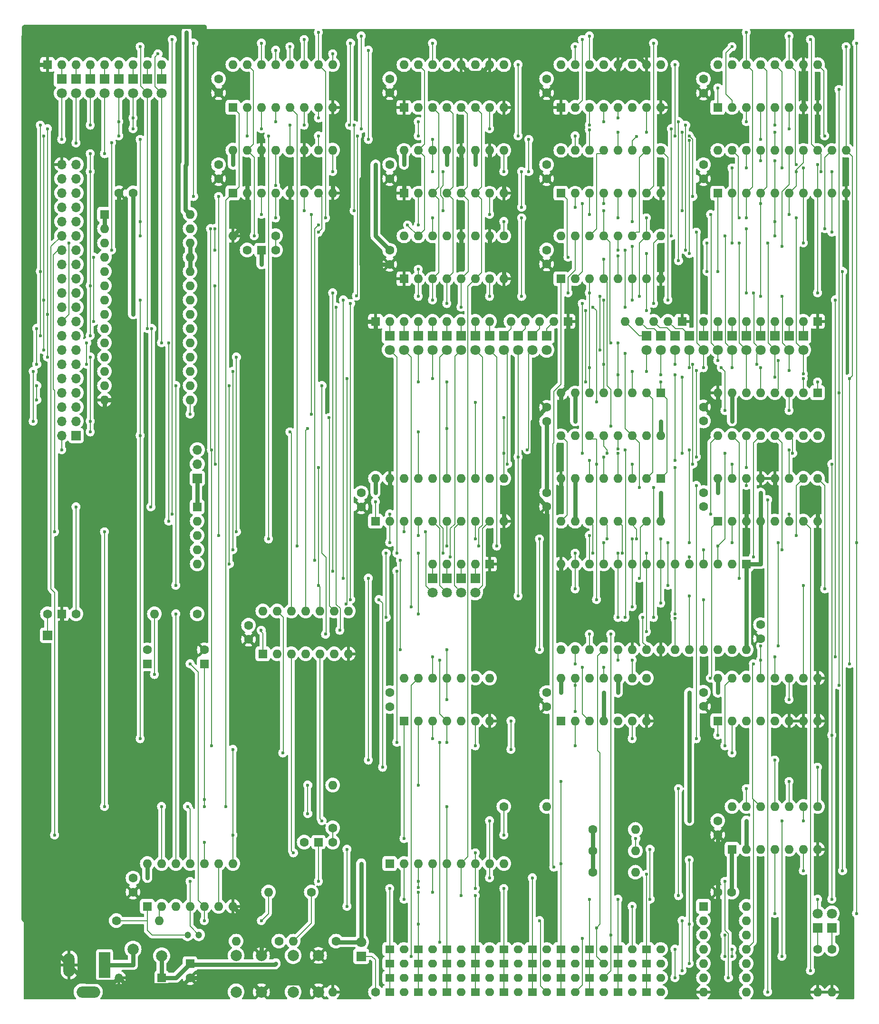
<source format=gbr>
%TF.GenerationSoftware,KiCad,Pcbnew,8.0.6*%
%TF.CreationDate,2025-02-23T11:24:38+09:00*%
%TF.ProjectId,HC4_KiCad,4843345f-4b69-4436-9164-2e6b69636164,1.0*%
%TF.SameCoordinates,Original*%
%TF.FileFunction,Copper,L1,Top*%
%TF.FilePolarity,Positive*%
%FSLAX46Y46*%
G04 Gerber Fmt 4.6, Leading zero omitted, Abs format (unit mm)*
G04 Created by KiCad (PCBNEW 8.0.6) date 2025-02-23 11:24:38*
%MOMM*%
%LPD*%
G01*
G04 APERTURE LIST*
%TA.AperFunction,ComponentPad*%
%ADD10R,1.800000X1.800000*%
%TD*%
%TA.AperFunction,ComponentPad*%
%ADD11C,1.800000*%
%TD*%
%TA.AperFunction,ComponentPad*%
%ADD12R,1.600000X1.600000*%
%TD*%
%TA.AperFunction,ComponentPad*%
%ADD13O,1.600000X1.600000*%
%TD*%
%TA.AperFunction,ComponentPad*%
%ADD14R,1.600000X1.400000*%
%TD*%
%TA.AperFunction,ComponentPad*%
%ADD15O,1.600000X1.400000*%
%TD*%
%TA.AperFunction,ComponentPad*%
%ADD16R,1.700000X1.700000*%
%TD*%
%TA.AperFunction,ComponentPad*%
%ADD17C,1.600000*%
%TD*%
%TA.AperFunction,ComponentPad*%
%ADD18O,1.700000X1.700000*%
%TD*%
%TA.AperFunction,ComponentPad*%
%ADD19R,2.000000X4.600000*%
%TD*%
%TA.AperFunction,ComponentPad*%
%ADD20O,2.000000X4.200000*%
%TD*%
%TA.AperFunction,ComponentPad*%
%ADD21O,4.200000X2.000000*%
%TD*%
%TA.AperFunction,ComponentPad*%
%ADD22R,1.500000X1.500000*%
%TD*%
%TA.AperFunction,ComponentPad*%
%ADD23C,2.000000*%
%TD*%
%TA.AperFunction,ComponentPad*%
%ADD24C,2.010000*%
%TD*%
%TA.AperFunction,ComponentPad*%
%ADD25O,1.500000X1.500000*%
%TD*%
%TA.AperFunction,ComponentPad*%
%ADD26C,1.200000*%
%TD*%
%TA.AperFunction,ViaPad*%
%ADD27C,0.600000*%
%TD*%
%TA.AperFunction,Conductor*%
%ADD28C,0.800000*%
%TD*%
%TA.AperFunction,Conductor*%
%ADD29C,0.200000*%
%TD*%
G04 APERTURE END LIST*
D10*
%TO.P,LD14,1,K*%
%TO.N,Net-(LD14-K)*%
X114740000Y-78740000D03*
D11*
%TO.P,LD14,2*%
%TO.N,/Program Counter/PC_9*%
X114740000Y-81280000D03*
%TD*%
D12*
%TO.P,IC2,1,VPP*%
%TO.N,VCC*%
X155380000Y-119380000D03*
D13*
%TO.P,IC2,2,A12*%
X152840000Y-119380000D03*
%TO.P,IC2,3,A7*%
%TO.N,/Program Counter/PC_7*%
X150300000Y-119380000D03*
%TO.P,IC2,4,A6*%
%TO.N,/Program Counter/PC_6*%
X147760000Y-119380000D03*
%TO.P,IC2,5,A5*%
%TO.N,/Program Counter/PC_5*%
X145220000Y-119380000D03*
%TO.P,IC2,6,A4*%
%TO.N,/Program Counter/PC_4*%
X142680000Y-119380000D03*
%TO.P,IC2,7,A3*%
%TO.N,/Program Counter/PC_3*%
X140140000Y-119380000D03*
%TO.P,IC2,8,A2*%
%TO.N,/Program Counter/PC_2*%
X137600000Y-119380000D03*
%TO.P,IC2,9,A1*%
%TO.N,/Program Counter/PC_1*%
X135060000Y-119380000D03*
%TO.P,IC2,10,A0*%
%TO.N,/Program Counter/PC_0*%
X132520000Y-119380000D03*
%TO.P,IC2,11,D0*%
%TO.N,/Address BUS/Instruction_0*%
X129980000Y-119380000D03*
%TO.P,IC2,12,D1*%
%TO.N,/Address BUS/Instruction_1*%
X127440000Y-119380000D03*
%TO.P,IC2,13,D2*%
%TO.N,/Address BUS/Instruction_2*%
X124900000Y-119380000D03*
%TO.P,IC2,14,GND*%
%TO.N,GND*%
X122360000Y-119380000D03*
%TO.P,IC2,15,D3*%
%TO.N,/Address BUS/Instruction_3*%
X122360000Y-134620000D03*
%TO.P,IC2,16,D4*%
%TO.N,/Address BUS/Instruction_4*%
X124900000Y-134620000D03*
%TO.P,IC2,17,D5*%
%TO.N,/Address BUS/Instruction_5*%
X127440000Y-134620000D03*
%TO.P,IC2,18,D6*%
%TO.N,/Address BUS/Instruction_6*%
X129980000Y-134620000D03*
%TO.P,IC2,19,D7*%
%TO.N,/Address BUS/Instruction_7*%
X132520000Y-134620000D03*
%TO.P,IC2,20,~{CE}*%
%TO.N,GND*%
X135060000Y-134620000D03*
%TO.P,IC2,21,A10*%
%TO.N,/Program Counter/PC_10*%
X137600000Y-134620000D03*
%TO.P,IC2,22,~{OE}*%
%TO.N,GND*%
X140140000Y-134620000D03*
%TO.P,IC2,23,A11*%
%TO.N,/Program Counter/PC_11*%
X142680000Y-134620000D03*
%TO.P,IC2,24,A9*%
%TO.N,/Program Counter/PC_9*%
X145220000Y-134620000D03*
%TO.P,IC2,25,A8*%
%TO.N,/Program Counter/PC_8*%
X147760000Y-134620000D03*
%TO.P,IC2,26,A13*%
%TO.N,VCC*%
X150300000Y-134620000D03*
%TO.P,IC2,27,A14*%
X152840000Y-134620000D03*
%TO.P,IC2,28,VCC*%
X155380000Y-134620000D03*
%TD*%
D14*
%TO.P,D38,1,K*%
%TO.N,/Data BUS/Level_C_OE*%
X137600000Y-187960000D03*
D15*
%TO.P,D38,2,A*%
%TO.N,unconnected-(D38-A-Pad2)*%
X140140000Y-187960000D03*
%TD*%
D14*
%TO.P,D40,1,K*%
%TO.N,/Data BUS/Level_C_OE*%
X137600000Y-193040000D03*
D15*
%TO.P,D40,2,A*%
%TO.N,/Instruction Decoder/~{i5}*%
X140140000Y-193040000D03*
%TD*%
D14*
%TO.P,D36,1,K*%
%TO.N,/Instruction Decoder/READ*%
X132520000Y-193040000D03*
D15*
%TO.P,D36,2,A*%
%TO.N,/Instruction Decoder/~{i5}*%
X135060000Y-193040000D03*
%TD*%
D12*
%TO.P,IC23,1,I3*%
%TO.N,/Instruction Decoder/~{Carry_Flg}*%
X150300000Y-111760000D03*
D13*
%TO.P,IC23,2,I2*%
%TO.N,/Instruction Decoder/Carry_Flg*%
X152840000Y-111760000D03*
%TO.P,IC23,3,I1*%
%TO.N,GND*%
X155380000Y-111760000D03*
%TO.P,IC23,4,I0*%
%TO.N,VCC*%
X157920000Y-111760000D03*
%TO.P,IC23,5,Z*%
%TO.N,unconnected-(IC23-Z-Pad5)*%
X160460000Y-111760000D03*
%TO.P,IC23,6,~{Z}*%
%TO.N,/Instruction Decoder/~{JMP}*%
X163000000Y-111760000D03*
%TO.P,IC23,7,~{E}*%
%TO.N,/Instruction Decoder/~{is_JP_inst}*%
X165540000Y-111760000D03*
%TO.P,IC23,8,GND*%
%TO.N,GND*%
X168080000Y-111760000D03*
%TO.P,IC23,9,S2*%
%TO.N,/Address BUS/Instruction_2*%
X168080000Y-104140000D03*
%TO.P,IC23,10,S1*%
%TO.N,/Address BUS/Instruction_1*%
X165540000Y-104140000D03*
%TO.P,IC23,11,S0*%
%TO.N,/Address BUS/Instruction_0*%
X163000000Y-104140000D03*
%TO.P,IC23,12,I7*%
%TO.N,GND*%
X160460000Y-104140000D03*
%TO.P,IC23,13,I6*%
X157920000Y-104140000D03*
%TO.P,IC23,14,I5*%
%TO.N,/Instruction Decoder/~{Zero_Flg}*%
X155380000Y-104140000D03*
%TO.P,IC23,15,I4*%
%TO.N,/Instruction Decoder/Zero_Flg*%
X152840000Y-104140000D03*
%TO.P,IC23,16,VCC*%
%TO.N,VCC*%
X150300000Y-104140000D03*
%TD*%
D10*
%TO.P,LD11,1,K*%
%TO.N,Net-(LD11-K)*%
X117280000Y-78740000D03*
D11*
%TO.P,LD11,2*%
%TO.N,/Program Counter/PC_10*%
X117280000Y-81280000D03*
%TD*%
D14*
%TO.P,D18,1,K*%
%TO.N,Net-(D18-K)*%
X112200000Y-187960000D03*
D15*
%TO.P,D18,2,A*%
%TO.N,unconnected-(D18-A-Pad2)*%
X114740000Y-187960000D03*
%TD*%
D14*
%TO.P,D20,1,K*%
%TO.N,Net-(D18-K)*%
X112200000Y-193040000D03*
D15*
%TO.P,D20,2,A*%
%TO.N,/Address BUS/Instruction_5*%
X114740000Y-193040000D03*
%TD*%
D10*
%TO.P,LD2,1,K*%
%TO.N,Net-(LD2-K)*%
X168080000Y-184155000D03*
D11*
%TO.P,LD2,2*%
%TO.N,/Instruction Decoder/Zero_Flg*%
X168080000Y-181615000D03*
%TD*%
D16*
%TO.P,J2,1,Pin_1*%
%TO.N,Net-(J2-Pin_1)*%
X30920000Y-132080000D03*
%TD*%
D14*
%TO.P,D27,1,K*%
%TO.N,Net-(D26-K)*%
X122360000Y-190500000D03*
D15*
%TO.P,D27,2,A*%
%TO.N,/Instruction Decoder/~{i6}*%
X124900000Y-190500000D03*
%TD*%
D17*
%TO.P,CP7,1*%
%TO.N,VCC*%
X119820000Y-48300000D03*
%TO.P,CP7,2*%
%TO.N,GND*%
X119820000Y-50800000D03*
%TD*%
D10*
%TO.P,LD9,1,K*%
%TO.N,Net-(LD9-K)*%
X109660000Y-78740000D03*
D11*
%TO.P,LD9,2*%
%TO.N,/Program Counter/PC_7*%
X109660000Y-81280000D03*
%TD*%
D17*
%TO.P,CP8,1*%
%TO.N,VCC*%
X119820000Y-63500000D03*
%TO.P,CP8,2*%
%TO.N,GND*%
X119820000Y-66000000D03*
%TD*%
D10*
%TO.P,LD6,1,K*%
%TO.N,Net-(LD6-K)*%
X102040000Y-121920000D03*
D11*
%TO.P,LD6,2*%
%TO.N,Net-(IC9-2Y1)*%
X102040000Y-124460000D03*
%TD*%
D12*
%TO.P,IC5,1,Ea*%
%TO.N,GND*%
X94420000Y-53380000D03*
D13*
%TO.P,IC5,2,S1*%
%TO.N,/ALU/ALU_in_B1*%
X96960000Y-53380000D03*
%TO.P,IC5,3,I3a*%
%TO.N,/ALU/I3a*%
X99500000Y-53380000D03*
%TO.P,IC5,4,I2a*%
%TO.N,/ALU/I2a*%
X102040000Y-53380000D03*
%TO.P,IC5,5,I1a*%
%TO.N,/ALU/I1a*%
X104580000Y-53380000D03*
%TO.P,IC5,6,I0a*%
%TO.N,/ALU/I0a*%
X107120000Y-53380000D03*
%TO.P,IC5,7,Za*%
%TO.N,/ALU/Internal_A1*%
X109660000Y-53380000D03*
%TO.P,IC5,8,GND*%
%TO.N,GND*%
X112200000Y-53380000D03*
%TO.P,IC5,9,Zb*%
%TO.N,/ALU/Internal_B1*%
X112200000Y-45760000D03*
%TO.P,IC5,10,I0b*%
%TO.N,GND*%
X109660000Y-45760000D03*
%TO.P,IC5,11,I1b*%
%TO.N,VCC*%
X107120000Y-45760000D03*
%TO.P,IC5,12,I2b*%
%TO.N,GND*%
X104580000Y-45760000D03*
%TO.P,IC5,13,I3b*%
%TO.N,VCC*%
X102040000Y-45760000D03*
%TO.P,IC5,14,S0*%
%TO.N,/ALU/ALU_in_A1*%
X99500000Y-45760000D03*
%TO.P,IC5,15,Eb*%
%TO.N,/Instruction Decoder/ALU_~{Eb}*%
X96960000Y-45760000D03*
%TO.P,IC5,16,VCC*%
%TO.N,VCC*%
X94420000Y-45760000D03*
%TD*%
D12*
%TO.P,C1,1*%
%TO.N,VCC*%
X56320000Y-190540000D03*
D17*
%TO.P,C1,2*%
%TO.N,GND*%
X56320000Y-193040000D03*
%TD*%
D14*
%TO.P,D8,1,K*%
%TO.N,Net-(D6-K)*%
X96960000Y-193040000D03*
D15*
%TO.P,D8,2,A*%
%TO.N,/Address BUS/Instruction_5*%
X99500000Y-193040000D03*
%TD*%
D14*
%TO.P,D2,1,K*%
%TO.N,Net-(D2-K)*%
X91880000Y-187960000D03*
D15*
%TO.P,D2,2,A*%
%TO.N,/Address BUS/Instruction_7*%
X94420000Y-187960000D03*
%TD*%
D16*
%TO.P,JP1,1,A*%
%TO.N,VCC*%
X57590000Y-104140000D03*
D18*
%TO.P,JP1,2,C*%
%TO.N,Net-(IC1-A11)*%
X57590000Y-101600000D03*
%TO.P,JP1,3,B*%
%TO.N,/Data BUS/~{WR}*%
X57590000Y-99060000D03*
%TD*%
D19*
%TO.P,J1,1*%
%TO.N,Net-(F1-Pad1)*%
X41080000Y-190780000D03*
D20*
%TO.P,J1,2*%
%TO.N,GND*%
X34780000Y-190780000D03*
D21*
%TO.P,J1,3*%
%TO.N,N/C*%
X38180000Y-195580000D03*
%TD*%
D12*
%TO.P,IC21,1,Y1*%
%TO.N,/Instruction Decoder/Zero_Flg*%
X150300000Y-147320000D03*
D13*
%TO.P,IC21,2,Y0*%
%TO.N,/Data BUS/BUS_Zero*%
X152840000Y-147320000D03*
%TO.P,IC21,3,Z1*%
%TO.N,unconnected-(IC21-Z1-Pad3)*%
X155380000Y-147320000D03*
%TO.P,IC21,4,Z*%
%TO.N,unconnected-(IC21-Z-Pad4)*%
X157920000Y-147320000D03*
%TO.P,IC21,5,Z0*%
%TO.N,unconnected-(IC21-Z0-Pad5)*%
X160460000Y-147320000D03*
%TO.P,IC21,6,Inh*%
%TO.N,GND*%
X163000000Y-147320000D03*
%TO.P,IC21,7,VEE*%
X165540000Y-147320000D03*
%TO.P,IC21,8,VSS*%
X168080000Y-147320000D03*
%TO.P,IC21,9,C*%
X168080000Y-139700000D03*
%TO.P,IC21,10,B*%
%TO.N,/Address BUS/Instruction_0*%
X165540000Y-139700000D03*
%TO.P,IC21,11,A*%
%TO.N,/Instruction Decoder/ALU_~{Eb}*%
X163000000Y-139700000D03*
%TO.P,IC21,12,X0*%
%TO.N,/ALU/Carry_OUT*%
X160460000Y-139700000D03*
%TO.P,IC21,13,X1*%
%TO.N,/Instruction Decoder/Carry_Flg*%
X157920000Y-139700000D03*
%TO.P,IC21,14,X*%
%TO.N,Net-(IC19B-D)*%
X155380000Y-139700000D03*
%TO.P,IC21,15,Y*%
%TO.N,Net-(IC19A-D)*%
X152840000Y-139700000D03*
%TO.P,IC21,16,VDD*%
%TO.N,VCC*%
X150300000Y-139700000D03*
%TD*%
D12*
%TO.P,IC18,1*%
%TO.N,VCC*%
X152840000Y-170180000D03*
D13*
%TO.P,IC18,2*%
X155380000Y-170180000D03*
%TO.P,IC18,3*%
%TO.N,unconnected-(IC18-Pad3)*%
X157920000Y-170180000D03*
%TO.P,IC18,4*%
%TO.N,/Instruction Decoder/~{i7}*%
X160460000Y-170180000D03*
%TO.P,IC18,5*%
%TO.N,Net-(D6-K)*%
X163000000Y-170180000D03*
%TO.P,IC18,6*%
%TO.N,/Instruction Decoder/~{STACK_LE}*%
X165540000Y-170180000D03*
%TO.P,IC18,7,GND*%
%TO.N,GND*%
X168080000Y-170180000D03*
%TO.P,IC18,8*%
%TO.N,/ALU/I2a*%
X168080000Y-162560000D03*
%TO.P,IC18,9*%
%TO.N,/Instruction Decoder/~{i5}*%
X165540000Y-162560000D03*
%TO.P,IC18,10*%
%TO.N,Net-(D26-K)*%
X163000000Y-162560000D03*
%TO.P,IC18,11*%
%TO.N,/ALU/I3a*%
X160460000Y-162560000D03*
%TO.P,IC18,12*%
%TO.N,/Address BUS/Instruction_4*%
X157920000Y-162560000D03*
%TO.P,IC18,13*%
%TO.N,Net-(D30-K)*%
X155380000Y-162560000D03*
%TO.P,IC18,14,VCC*%
%TO.N,VCC*%
X152840000Y-162560000D03*
%TD*%
D14*
%TO.P,D32,1,K*%
%TO.N,Net-(D30-K)*%
X127440000Y-193040000D03*
D15*
%TO.P,D32,2,A*%
%TO.N,/Address BUS/Instruction_5*%
X129980000Y-193040000D03*
%TD*%
D12*
%TO.P,RN7,1,R1*%
%TO.N,GND*%
X168080000Y-76200000D03*
D13*
%TO.P,RN7,2,R1.2*%
%TO.N,Net-(LD28-K)*%
X165540000Y-76200000D03*
%TO.P,RN7,3,R2.2*%
%TO.N,Net-(LD29-K)*%
X163000000Y-76200000D03*
%TO.P,RN7,4,R3.2*%
%TO.N,Net-(LD30-K)*%
X160460000Y-76200000D03*
%TO.P,RN7,5,R4.2*%
%TO.N,Net-(LD31-K)*%
X157920000Y-76200000D03*
%TO.P,RN7,6,R5.2*%
%TO.N,Net-(LD32-K)*%
X155380000Y-76200000D03*
%TO.P,RN7,7,R6.2*%
%TO.N,Net-(LD33-K)*%
X152840000Y-76200000D03*
%TO.P,RN7,8,R7.2*%
%TO.N,Net-(LD34-K)*%
X150300000Y-76200000D03*
%TO.P,RN7,9,R8.2*%
%TO.N,Net-(LD35-K)*%
X147760000Y-76200000D03*
%TD*%
D14*
%TO.P,D41,1,K*%
%TO.N,/Data BUS/Level_C_OE*%
X137600000Y-195580000D03*
D15*
%TO.P,D41,2,A*%
%TO.N,unconnected-(D41-A-Pad2)*%
X140140000Y-195580000D03*
%TD*%
D10*
%TO.P,LD17,1,K*%
%TO.N,Net-(LD17-K)*%
X112200000Y-78740000D03*
D11*
%TO.P,LD17,2*%
%TO.N,/Program Counter/PC_8*%
X112200000Y-81280000D03*
%TD*%
D10*
%TO.P,LD23,1,K*%
%TO.N,Net-(LD23-K)*%
X41080000Y-33020000D03*
D11*
%TO.P,LD23,2*%
%TO.N,/Address BUS/RAM_A4*%
X41080000Y-35560000D03*
%TD*%
D22*
%TO.P,SW5,1,A*%
%TO.N,Net-(SW5-A)*%
X79180000Y-168910000D03*
D17*
%TO.P,SW5,2,B*%
%TO.N,Net-(SW5-B)*%
X81720000Y-168910000D03*
%TO.P,SW5,3,C*%
%TO.N,Net-(SW5-C)*%
X76640000Y-168910000D03*
%TD*%
D14*
%TO.P,D9,1,K*%
%TO.N,Net-(D6-K)*%
X96960000Y-195580000D03*
D15*
%TO.P,D9,2,A*%
%TO.N,unconnected-(D9-A-Pad2)*%
X99500000Y-195580000D03*
%TD*%
D10*
%TO.P,LD28,1,K*%
%TO.N,Net-(LD28-K)*%
X165540000Y-78740000D03*
D11*
%TO.P,LD28,2*%
%TO.N,/ALU/ALU_in_A0*%
X165540000Y-81280000D03*
%TD*%
D12*
%TO.P,C2,1*%
%TO.N,Net-(C2-Pad1)*%
X58860000Y-137160000D03*
D17*
%TO.P,C2,2*%
%TO.N,GND*%
X58860000Y-134660000D03*
%TD*%
D16*
%TO.P,J3,1,Pin_1*%
%TO.N,/Data BUS/~{RD}*%
X36000000Y-96520000D03*
D18*
%TO.P,J3,2,Pin_2*%
%TO.N,/Data BUS/~{WR}*%
X33460000Y-96520000D03*
%TO.P,J3,3,Pin_3*%
%TO.N,/Data BUS/Stack0*%
X36000000Y-93980000D03*
%TO.P,J3,4,Pin_4*%
%TO.N,/Data BUS/Stack1*%
X33460000Y-93980000D03*
%TO.P,J3,5,Pin_5*%
%TO.N,/Data BUS/Stack2*%
X36000000Y-91440000D03*
%TO.P,J3,6,Pin_6*%
%TO.N,/Data BUS/Stack3*%
X33460000Y-91440000D03*
%TO.P,J3,7,Pin_7*%
%TO.N,unconnected-(J3-Pin_7-Pad7)*%
X36000000Y-88900000D03*
%TO.P,J3,8,Pin_8*%
%TO.N,unconnected-(J3-Pin_8-Pad8)*%
X33460000Y-88900000D03*
%TO.P,J3,9,Pin_9*%
%TO.N,unconnected-(J3-Pin_9-Pad9)*%
X36000000Y-86360000D03*
%TO.P,J3,10,Pin_10*%
%TO.N,unconnected-(J3-Pin_10-Pad10)*%
X33460000Y-86360000D03*
%TO.P,J3,11,Pin_11*%
%TO.N,/Address BUS/RAM_A0*%
X36000000Y-83820000D03*
%TO.P,J3,12,Pin_12*%
%TO.N,/Address BUS/RAM_A1*%
X33460000Y-83820000D03*
%TO.P,J3,13,Pin_13*%
%TO.N,/Address BUS/RAM_A2*%
X36000000Y-81280000D03*
%TO.P,J3,14,Pin_14*%
%TO.N,/Address BUS/RAM_A3*%
X33460000Y-81280000D03*
%TO.P,J3,15,Pin_15*%
%TO.N,/Address BUS/RAM_A4*%
X36000000Y-78740000D03*
%TO.P,J3,16,Pin_16*%
%TO.N,/Address BUS/RAM_A5*%
X33460000Y-78740000D03*
%TO.P,J3,17,Pin_17*%
%TO.N,/Address BUS/RAM_A6*%
X36000000Y-76200000D03*
%TO.P,J3,18,Pin_18*%
%TO.N,/Address BUS/RAM_A7*%
X33460000Y-76200000D03*
%TO.P,J3,19,Pin_19*%
%TO.N,unconnected-(J3-Pin_19-Pad19)*%
X36000000Y-73660000D03*
%TO.P,J3,20,Pin_20*%
%TO.N,unconnected-(J3-Pin_20-Pad20)*%
X33460000Y-73660000D03*
%TO.P,J3,21,Pin_21*%
%TO.N,unconnected-(J3-Pin_21-Pad21)*%
X36000000Y-71120000D03*
%TO.P,J3,22,Pin_22*%
%TO.N,unconnected-(J3-Pin_22-Pad22)*%
X33460000Y-71120000D03*
%TO.P,J3,23,Pin_23*%
%TO.N,unconnected-(J3-Pin_23-Pad23)*%
X36000000Y-68580000D03*
%TO.P,J3,24,Pin_24*%
%TO.N,unconnected-(J3-Pin_24-Pad24)*%
X33460000Y-68580000D03*
%TO.P,J3,25,Pin_25*%
%TO.N,unconnected-(J3-Pin_25-Pad25)*%
X36000000Y-66040000D03*
%TO.P,J3,26,Pin_26*%
%TO.N,unconnected-(J3-Pin_26-Pad26)*%
X33460000Y-66040000D03*
%TO.P,J3,27,Pin_27*%
%TO.N,unconnected-(J3-Pin_27-Pad27)*%
X36000000Y-63500000D03*
%TO.P,J3,28,Pin_28*%
%TO.N,CLK2*%
X33460000Y-63500000D03*
%TO.P,J3,29,Pin_29*%
%TO.N,unconnected-(J3-Pin_29-Pad29)*%
X36000000Y-60960000D03*
%TO.P,J3,30,Pin_30*%
%TO.N,~{RESET}*%
X33460000Y-60960000D03*
%TO.P,J3,31,Pin_31*%
%TO.N,unconnected-(J3-Pin_31-Pad31)*%
X36000000Y-58420000D03*
%TO.P,J3,32,Pin_32*%
%TO.N,unconnected-(J3-Pin_32-Pad32)*%
X33460000Y-58420000D03*
%TO.P,J3,33,Pin_33*%
%TO.N,unconnected-(J3-Pin_33-Pad33)*%
X36000000Y-55880000D03*
%TO.P,J3,34,Pin_34*%
%TO.N,unconnected-(J3-Pin_34-Pad34)*%
X33460000Y-55880000D03*
%TO.P,J3,35,Pin_35*%
%TO.N,unconnected-(J3-Pin_35-Pad35)*%
X36000000Y-53340000D03*
%TO.P,J3,36,Pin_36*%
%TO.N,unconnected-(J3-Pin_36-Pad36)*%
X33460000Y-53340000D03*
%TO.P,J3,37,Pin_37*%
%TO.N,unconnected-(J3-Pin_37-Pad37)*%
X36000000Y-50800000D03*
%TO.P,J3,38,Pin_38*%
%TO.N,unconnected-(J3-Pin_38-Pad38)*%
X33460000Y-50800000D03*
%TO.P,J3,39,Pin_39*%
%TO.N,VCC*%
X36000000Y-48260000D03*
%TO.P,J3,40,Pin_40*%
%TO.N,GND*%
X33460000Y-48260000D03*
%TD*%
D17*
%TO.P,CP11,1*%
%TO.N,VCC*%
X147760000Y-33060000D03*
%TO.P,CP11,2*%
%TO.N,GND*%
X147760000Y-35560000D03*
%TD*%
D12*
%TO.P,RN4,1,R1*%
%TO.N,GND*%
X89340000Y-76200000D03*
D13*
%TO.P,RN4,2,R1.2*%
%TO.N,Net-(LD19-K)*%
X91880000Y-76200000D03*
%TO.P,RN4,3,R2.2*%
%TO.N,Net-(LD16-K)*%
X94420000Y-76200000D03*
%TO.P,RN4,4,R3.2*%
%TO.N,Net-(LD13-K)*%
X96960000Y-76200000D03*
%TO.P,RN4,5,R4.2*%
%TO.N,Net-(LD10-K)*%
X99500000Y-76200000D03*
%TO.P,RN4,6,R5.2*%
%TO.N,Net-(LD18-K)*%
X102040000Y-76200000D03*
%TO.P,RN4,7,R6.2*%
%TO.N,Net-(LD15-K)*%
X104580000Y-76200000D03*
%TO.P,RN4,8,R7.2*%
%TO.N,Net-(LD12-K)*%
X107120000Y-76200000D03*
%TO.P,RN4,9,R8.2*%
%TO.N,Net-(LD9-K)*%
X109660000Y-76200000D03*
%TD*%
D14*
%TO.P,D35,1,K*%
%TO.N,/Instruction Decoder/READ*%
X132520000Y-190500000D03*
D15*
%TO.P,D35,2,A*%
%TO.N,/Instruction Decoder/~{i6}*%
X135060000Y-190500000D03*
%TD*%
D22*
%TO.P,SW2,1,A*%
%TO.N,VCC*%
X69020000Y-63500000D03*
D17*
%TO.P,SW2,2,B*%
%TO.N,Net-(IC16-OE)*%
X71560000Y-63500000D03*
%TO.P,SW2,3,C*%
%TO.N,unconnected-(SW2-C-Pad3)*%
X66480000Y-63500000D03*
%TD*%
D10*
%TO.P,LD7,1,K*%
%TO.N,Net-(LD7-K)*%
X99500000Y-121960000D03*
D11*
%TO.P,LD7,2*%
%TO.N,Net-(IC9-2Y0)*%
X99500000Y-124500000D03*
%TD*%
D10*
%TO.P,LD10,1,K*%
%TO.N,Net-(LD10-K)*%
X99500000Y-78740000D03*
D11*
%TO.P,LD10,2*%
%TO.N,/Program Counter/PC_3*%
X99500000Y-81280000D03*
%TD*%
D12*
%TO.P,IC13,1,/CLR*%
%TO.N,~{RESET}*%
X140140000Y-88940000D03*
D13*
%TO.P,IC13,2,CK*%
%TO.N,CLK*%
X137600000Y-88940000D03*
%TO.P,IC13,3,A*%
%TO.N,/Data BUS/Level_C3*%
X135060000Y-88940000D03*
%TO.P,IC13,4,B*%
%TO.N,/Data BUS/Level_C2*%
X132520000Y-88940000D03*
%TO.P,IC13,5,C*%
%TO.N,/Data BUS/Level_C1*%
X129980000Y-88940000D03*
%TO.P,IC13,6,D*%
%TO.N,/Data BUS/Level_C0*%
X127440000Y-88940000D03*
%TO.P,IC13,7,ENP*%
%TO.N,VCC*%
X124900000Y-88940000D03*
%TO.P,IC13,8,GND*%
%TO.N,GND*%
X122360000Y-88940000D03*
%TO.P,IC13,9,/LOAD*%
%TO.N,/Instruction Decoder/~{JMP}*%
X122360000Y-96560000D03*
%TO.P,IC13,10,ENT*%
%TO.N,Net-(IC13-ENT)*%
X124900000Y-96560000D03*
%TO.P,IC13,11,QD*%
%TO.N,/Program Counter/PC_8*%
X127440000Y-96560000D03*
%TO.P,IC13,12,QC*%
%TO.N,/Program Counter/PC_9*%
X129980000Y-96560000D03*
%TO.P,IC13,13,QB*%
%TO.N,/Program Counter/PC_10*%
X132520000Y-96560000D03*
%TO.P,IC13,14,QA*%
%TO.N,/Program Counter/PC_11*%
X135060000Y-96560000D03*
%TO.P,IC13,15,CO*%
%TO.N,unconnected-(IC13-CO-Pad15)*%
X137600000Y-96560000D03*
%TO.P,IC13,16,VCC*%
%TO.N,VCC*%
X140140000Y-96560000D03*
%TD*%
D17*
%TO.P,CP1,1*%
%TO.N,VCC*%
X46160000Y-53340000D03*
%TO.P,CP1,2*%
%TO.N,GND*%
X43660000Y-53340000D03*
%TD*%
%TO.P,CP20,1*%
%TO.N,VCC*%
X91880000Y-142280000D03*
%TO.P,CP20,2*%
%TO.N,GND*%
X91880000Y-144780000D03*
%TD*%
D12*
%TO.P,IC6,1,Ea*%
%TO.N,GND*%
X94420000Y-68620000D03*
D13*
%TO.P,IC6,2,S1*%
%TO.N,/ALU/ALU_in_B0*%
X96960000Y-68620000D03*
%TO.P,IC6,3,I3a*%
%TO.N,/ALU/I3a*%
X99500000Y-68620000D03*
%TO.P,IC6,4,I2a*%
%TO.N,/ALU/I2a*%
X102040000Y-68620000D03*
%TO.P,IC6,5,I1a*%
%TO.N,/ALU/I1a*%
X104580000Y-68620000D03*
%TO.P,IC6,6,I0a*%
%TO.N,/ALU/I0a*%
X107120000Y-68620000D03*
%TO.P,IC6,7,Za*%
%TO.N,/ALU/Internal_A0*%
X109660000Y-68620000D03*
%TO.P,IC6,8,GND*%
%TO.N,GND*%
X112200000Y-68620000D03*
%TO.P,IC6,9,Zb*%
%TO.N,/ALU/Internal_B0*%
X112200000Y-61000000D03*
%TO.P,IC6,10,I0b*%
%TO.N,GND*%
X109660000Y-61000000D03*
%TO.P,IC6,11,I1b*%
%TO.N,VCC*%
X107120000Y-61000000D03*
%TO.P,IC6,12,I2b*%
%TO.N,GND*%
X104580000Y-61000000D03*
%TO.P,IC6,13,I3b*%
%TO.N,VCC*%
X102040000Y-61000000D03*
%TO.P,IC6,14,S0*%
%TO.N,/ALU/ALU_in_A0*%
X99500000Y-61000000D03*
%TO.P,IC6,15,Eb*%
%TO.N,/Instruction Decoder/ALU_~{Eb}*%
X96960000Y-61000000D03*
%TO.P,IC6,16,VCC*%
%TO.N,VCC*%
X94420000Y-61000000D03*
%TD*%
D10*
%TO.P,LD36,1,K*%
%TO.N,Net-(LD36-K)*%
X145220000Y-78740000D03*
D11*
%TO.P,LD36,2*%
%TO.N,/Data BUS/Level_C0*%
X145220000Y-81280000D03*
%TD*%
D12*
%TO.P,IC10,1*%
%TO.N,/ALU/I1a*%
X69274000Y-135382000D03*
D13*
%TO.P,IC10,2*%
%TO.N,Net-(D18-K)*%
X71814000Y-135382000D03*
%TO.P,IC10,3*%
X74354000Y-135382000D03*
%TO.P,IC10,4*%
%TO.N,Net-(D22-K)*%
X76894000Y-135382000D03*
%TO.P,IC10,5*%
X79434000Y-135382000D03*
%TO.P,IC10,6*%
%TO.N,N/C*%
X81974000Y-135382000D03*
%TO.P,IC10,7,VSS*%
%TO.N,GND*%
X84514000Y-135382000D03*
%TO.P,IC10,8*%
%TO.N,N/C*%
X84514000Y-127762000D03*
%TO.P,IC10,9*%
%TO.N,/Data BUS/Stack3*%
X81974000Y-127762000D03*
%TO.P,IC10,10*%
%TO.N,/Data BUS/Stack2*%
X79434000Y-127762000D03*
%TO.P,IC10,11*%
%TO.N,/Data BUS/Stack1*%
X76894000Y-127762000D03*
%TO.P,IC10,12*%
%TO.N,/Data BUS/Stack0*%
X74354000Y-127762000D03*
%TO.P,IC10,13*%
%TO.N,/Data BUS/BUS_Zero*%
X71814000Y-127762000D03*
%TO.P,IC10,14,VDD*%
%TO.N,VCC*%
X69274000Y-127762000D03*
%TD*%
D17*
%TO.P,CP22,1*%
%TO.N,VCC*%
X152800000Y-177800000D03*
%TO.P,CP22,2*%
%TO.N,GND*%
X150300000Y-177800000D03*
%TD*%
D23*
%TO.P,SW3,1,1*%
%TO.N,GND*%
X69020000Y-189080000D03*
X69020000Y-195580000D03*
%TO.P,SW3,2,2*%
%TO.N,Net-(R7-Pad2)*%
X64520000Y-189080000D03*
X64520000Y-195580000D03*
%TD*%
D10*
%TO.P,LD3,1,K*%
%TO.N,Net-(LD3-K)*%
X170620000Y-184150000D03*
D11*
%TO.P,LD3,2*%
%TO.N,/Instruction Decoder/Carry_Flg*%
X170620000Y-181610000D03*
%TD*%
D17*
%TO.P,CP17,1*%
%TO.N,VCC*%
X61400000Y-33020000D03*
%TO.P,CP17,2*%
%TO.N,GND*%
X61400000Y-35520000D03*
%TD*%
D14*
%TO.P,D39,1,K*%
%TO.N,/Data BUS/Level_C_OE*%
X137600000Y-190500000D03*
D15*
%TO.P,D39,2,A*%
%TO.N,/Instruction Decoder/~{i6}*%
X140140000Y-190500000D03*
%TD*%
D14*
%TO.P,D37,1,K*%
%TO.N,/Instruction Decoder/READ*%
X132520000Y-195580000D03*
D15*
%TO.P,D37,2,A*%
%TO.N,unconnected-(D37-A-Pad2)*%
X135060000Y-195580000D03*
%TD*%
D10*
%TO.P,LD30,1,K*%
%TO.N,Net-(LD30-K)*%
X160460000Y-78740000D03*
D11*
%TO.P,LD30,2*%
%TO.N,/ALU/ALU_in_A2*%
X160460000Y-81280000D03*
%TD*%
D17*
%TO.P,CP19,1*%
%TO.N,VCC*%
X119820000Y-142280000D03*
%TO.P,CP19,2*%
%TO.N,GND*%
X119820000Y-144780000D03*
%TD*%
D14*
%TO.P,D24,1,K*%
%TO.N,Net-(D22-K)*%
X117280000Y-193040000D03*
D15*
%TO.P,D24,2,A*%
%TO.N,/Address BUS/Instruction_5*%
X119820000Y-193040000D03*
%TD*%
D10*
%TO.P,LD27,1,K*%
%TO.N,Net-(LD27-K)*%
X51240000Y-33060000D03*
D11*
%TO.P,LD27,2*%
%TO.N,/Address BUS/RAM_A0*%
X51240000Y-35600000D03*
%TD*%
D10*
%TO.P,LD31,1,K*%
%TO.N,Net-(LD31-K)*%
X157920000Y-78740000D03*
D11*
%TO.P,LD31,2*%
%TO.N,/ALU/ALU_in_A3*%
X157920000Y-81280000D03*
%TD*%
D10*
%TO.P,LD26,1,K*%
%TO.N,Net-(LD26-K)*%
X48700000Y-33020000D03*
D11*
%TO.P,LD26,2*%
%TO.N,/Address BUS/RAM_A1*%
X48700000Y-35560000D03*
%TD*%
D17*
%TO.P,R3,1*%
%TO.N,Net-(LD3-K)*%
X170620000Y-187960000D03*
D13*
%TO.P,R3,2*%
%TO.N,GND*%
X170620000Y-195580000D03*
%TD*%
D10*
%TO.P,LD20,1,K*%
%TO.N,Net-(LD20-K)*%
X33460000Y-33065000D03*
D11*
%TO.P,LD20,2*%
%TO.N,/Address BUS/RAM_A7*%
X33460000Y-35605000D03*
%TD*%
D14*
%TO.P,D13,1,K*%
%TO.N,/Address BUS/MEMMode*%
X102040000Y-195580000D03*
D15*
%TO.P,D13,2,A*%
%TO.N,/Instruction Decoder/~{i4}*%
X104580000Y-195580000D03*
%TD*%
D17*
%TO.P,R12,1*%
%TO.N,Net-(SW5-B)*%
X81720000Y-166370000D03*
D13*
%TO.P,R12,2*%
%TO.N,CLK2*%
X81720000Y-158750000D03*
%TD*%
D10*
%TO.P,LD1,1,K*%
%TO.N,Net-(LD1-K)*%
X86800000Y-189230000D03*
D11*
%TO.P,LD1,2*%
%TO.N,VCC*%
X86800000Y-186690000D03*
%TD*%
D17*
%TO.P,R1,1*%
%TO.N,Net-(LD1-K)*%
X89340000Y-195580000D03*
D13*
%TO.P,R1,2*%
%TO.N,GND*%
X81720000Y-195580000D03*
%TD*%
D12*
%TO.P,RN1,1,common*%
%TO.N,VCC*%
X57590000Y-109220000D03*
D13*
%TO.P,RN1,2,R1*%
%TO.N,Net-(IC1-Q7)*%
X57590000Y-111760000D03*
%TO.P,RN1,3,R2*%
%TO.N,Net-(IC1-Q6)*%
X57590000Y-114300000D03*
%TO.P,RN1,4,R3*%
%TO.N,Net-(IC1-Q5)*%
X57590000Y-116840000D03*
%TO.P,RN1,5,R4*%
%TO.N,Net-(IC1-Q4)*%
X57590000Y-119380000D03*
%TD*%
D17*
%TO.P,R5,1*%
%TO.N,VCC*%
X128010000Y-170460000D03*
D13*
%TO.P,R5,2*%
%TO.N,/Instruction Decoder/READ*%
X135630000Y-170460000D03*
%TD*%
D14*
%TO.P,D15,1,K*%
%TO.N,/ALU/I0a*%
X107120000Y-190500000D03*
D15*
%TO.P,D15,2,A*%
%TO.N,/Address BUS/Instruction_6*%
X109660000Y-190500000D03*
%TD*%
D10*
%TO.P,LD24,1,K*%
%TO.N,Net-(LD24-K)*%
X43620000Y-33020000D03*
D11*
%TO.P,LD24,2*%
%TO.N,/Address BUS/RAM_A3*%
X43620000Y-35560000D03*
%TD*%
D17*
%TO.P,CP2,1*%
%TO.N,VCC*%
X157920000Y-130195000D03*
%TO.P,CP2,2*%
%TO.N,GND*%
X157920000Y-132695000D03*
%TD*%
D10*
%TO.P,LD12,1,K*%
%TO.N,Net-(LD12-K)*%
X107120000Y-78740000D03*
D11*
%TO.P,LD12,2*%
%TO.N,/Program Counter/PC_6*%
X107120000Y-81280000D03*
%TD*%
D10*
%TO.P,LD37,1,K*%
%TO.N,Net-(LD37-K)*%
X142680000Y-78740000D03*
D11*
%TO.P,LD37,2*%
%TO.N,/Data BUS/Level_C1*%
X142680000Y-81280000D03*
%TD*%
D14*
%TO.P,D11,1,K*%
%TO.N,/Address BUS/MEMMode*%
X102040000Y-190500000D03*
D15*
%TO.P,D11,2,A*%
%TO.N,/Instruction Decoder/~{i6}*%
X104580000Y-190500000D03*
%TD*%
D14*
%TO.P,D6,1,K*%
%TO.N,Net-(D6-K)*%
X96960000Y-187960000D03*
D15*
%TO.P,D6,2,A*%
%TO.N,/Address BUS/Instruction_7*%
X99500000Y-187960000D03*
%TD*%
D17*
%TO.P,CP21,1*%
%TO.N,VCC*%
X147760000Y-142240000D03*
%TO.P,CP21,2*%
%TO.N,GND*%
X147760000Y-144740000D03*
%TD*%
D12*
%TO.P,IC16,1,S*%
%TO.N,/Address BUS/MEMMode*%
X63940000Y-53340000D03*
D13*
%TO.P,IC16,2,I0a*%
%TO.N,GND*%
X66480000Y-53340000D03*
%TO.P,IC16,3,I1a*%
%TO.N,/ALU/ALU_in_B3*%
X69020000Y-53340000D03*
%TO.P,IC16,4,Za*%
%TO.N,/Address BUS/RAM_A7*%
X71560000Y-53340000D03*
%TO.P,IC16,5,I0b*%
%TO.N,GND*%
X74100000Y-53340000D03*
%TO.P,IC16,6,I1b*%
%TO.N,/ALU/ALU_in_B2*%
X76640000Y-53340000D03*
%TO.P,IC16,7,Zb*%
%TO.N,/Address BUS/RAM_A6*%
X79180000Y-53340000D03*
%TO.P,IC16,8,GND*%
%TO.N,GND*%
X81720000Y-53340000D03*
%TO.P,IC16,9,Zd*%
%TO.N,/Address BUS/RAM_A4*%
X81720000Y-45720000D03*
%TO.P,IC16,10,I1d*%
%TO.N,/ALU/ALU_in_B0*%
X79180000Y-45720000D03*
%TO.P,IC16,11,I0d*%
%TO.N,GND*%
X76640000Y-45720000D03*
%TO.P,IC16,12,Zc*%
%TO.N,/Address BUS/RAM_A5*%
X74100000Y-45720000D03*
%TO.P,IC16,13,I1c*%
%TO.N,/ALU/ALU_in_B1*%
X71560000Y-45720000D03*
%TO.P,IC16,14,I0c*%
%TO.N,GND*%
X69020000Y-45720000D03*
%TO.P,IC16,15,OE*%
%TO.N,Net-(IC16-OE)*%
X66480000Y-45720000D03*
%TO.P,IC16,16,VCC*%
%TO.N,VCC*%
X63940000Y-45720000D03*
%TD*%
D10*
%TO.P,LD38,1,K*%
%TO.N,Net-(LD38-K)*%
X140140000Y-78740000D03*
D11*
%TO.P,LD38,2*%
%TO.N,/Data BUS/Level_C2*%
X140140000Y-81280000D03*
%TD*%
D14*
%TO.P,D23,1,K*%
%TO.N,Net-(D22-K)*%
X117280000Y-190500000D03*
D15*
%TO.P,D23,2,A*%
%TO.N,/Address BUS/Instruction_6*%
X119820000Y-190500000D03*
%TD*%
D12*
%TO.P,IC4,1,Ea*%
%TO.N,GND*%
X94420000Y-38140000D03*
D13*
%TO.P,IC4,2,S1*%
%TO.N,/ALU/ALU_in_B2*%
X96960000Y-38140000D03*
%TO.P,IC4,3,I3a*%
%TO.N,/ALU/I3a*%
X99500000Y-38140000D03*
%TO.P,IC4,4,I2a*%
%TO.N,/ALU/I2a*%
X102040000Y-38140000D03*
%TO.P,IC4,5,I1a*%
%TO.N,/ALU/I1a*%
X104580000Y-38140000D03*
%TO.P,IC4,6,I0a*%
%TO.N,/ALU/I0a*%
X107120000Y-38140000D03*
%TO.P,IC4,7,Za*%
%TO.N,/ALU/Internal_A2*%
X109660000Y-38140000D03*
%TO.P,IC4,8,GND*%
%TO.N,GND*%
X112200000Y-38140000D03*
%TO.P,IC4,9,Zb*%
%TO.N,/ALU/Internal_B2*%
X112200000Y-30520000D03*
%TO.P,IC4,10,I0b*%
%TO.N,GND*%
X109660000Y-30520000D03*
%TO.P,IC4,11,I1b*%
%TO.N,VCC*%
X107120000Y-30520000D03*
%TO.P,IC4,12,I2b*%
%TO.N,GND*%
X104580000Y-30520000D03*
%TO.P,IC4,13,I3b*%
%TO.N,VCC*%
X102040000Y-30520000D03*
%TO.P,IC4,14,S0*%
%TO.N,/ALU/ALU_in_A2*%
X99500000Y-30520000D03*
%TO.P,IC4,15,Eb*%
%TO.N,/Instruction Decoder/ALU_~{Eb}*%
X96960000Y-30520000D03*
%TO.P,IC4,16,VCC*%
%TO.N,VCC*%
X94420000Y-30520000D03*
%TD*%
D12*
%TO.P,IC15,1,/CLR*%
%TO.N,~{RESET}*%
X140140000Y-104180000D03*
D13*
%TO.P,IC15,2,CK*%
%TO.N,CLK*%
X137600000Y-104180000D03*
%TO.P,IC15,3,A*%
%TO.N,/ALU/ALU_in_A3*%
X135060000Y-104180000D03*
%TO.P,IC15,4,B*%
%TO.N,/ALU/ALU_in_A2*%
X132520000Y-104180000D03*
%TO.P,IC15,5,C*%
%TO.N,/ALU/ALU_in_A1*%
X129980000Y-104180000D03*
%TO.P,IC15,6,D*%
%TO.N,/ALU/ALU_in_A0*%
X127440000Y-104180000D03*
%TO.P,IC15,7,ENP*%
%TO.N,VCC*%
X124900000Y-104180000D03*
%TO.P,IC15,8,GND*%
%TO.N,GND*%
X122360000Y-104180000D03*
%TO.P,IC15,9,/LOAD*%
%TO.N,/Instruction Decoder/~{JMP}*%
X122360000Y-111800000D03*
%TO.P,IC15,10,ENT*%
%TO.N,VCC*%
X124900000Y-111800000D03*
%TO.P,IC15,11,QD*%
%TO.N,/Program Counter/PC_0*%
X127440000Y-111800000D03*
%TO.P,IC15,12,QC*%
%TO.N,/Program Counter/PC_1*%
X129980000Y-111800000D03*
%TO.P,IC15,13,QB*%
%TO.N,/Program Counter/PC_2*%
X132520000Y-111800000D03*
%TO.P,IC15,14,QA*%
%TO.N,/Program Counter/PC_3*%
X135060000Y-111800000D03*
%TO.P,IC15,15,CO*%
%TO.N,Net-(IC14-ENT)*%
X137600000Y-111800000D03*
%TO.P,IC15,16,VCC*%
%TO.N,VCC*%
X140140000Y-111800000D03*
%TD*%
D14*
%TO.P,D30,1,K*%
%TO.N,Net-(D30-K)*%
X127440000Y-187960000D03*
D15*
%TO.P,D30,2,A*%
%TO.N,unconnected-(D30-A-Pad2)*%
X129980000Y-187960000D03*
%TD*%
D10*
%TO.P,LD29,1,K*%
%TO.N,Net-(LD29-K)*%
X163000000Y-78740000D03*
D11*
%TO.P,LD29,2*%
%TO.N,/ALU/ALU_in_A1*%
X163000000Y-81280000D03*
%TD*%
D12*
%TO.P,IC22,1*%
%TO.N,/Address BUS/Instruction_7*%
X147760000Y-180340000D03*
D13*
%TO.P,IC22,2*%
%TO.N,/Instruction Decoder/~{i7}*%
X147760000Y-182880000D03*
%TO.P,IC22,3*%
%TO.N,/Address BUS/Instruction_5*%
X147760000Y-185420000D03*
%TO.P,IC22,4*%
%TO.N,/Instruction Decoder/~{i5}*%
X147760000Y-187960000D03*
%TO.P,IC22,5*%
%TO.N,Net-(D6-K)*%
X147760000Y-190500000D03*
%TO.P,IC22,6*%
%TO.N,/Instruction Decoder/~{is_JP_inst}*%
X147760000Y-193040000D03*
%TO.P,IC22,7,GND*%
%TO.N,GND*%
X147760000Y-195580000D03*
%TO.P,IC22,8*%
%TO.N,/Data BUS/~{Immediate_OE}*%
X155380000Y-195580000D03*
%TO.P,IC22,9*%
%TO.N,Net-(D2-K)*%
X155380000Y-193040000D03*
%TO.P,IC22,10*%
%TO.N,/Instruction Decoder/~{i4}*%
X155380000Y-190500000D03*
%TO.P,IC22,11*%
%TO.N,/Address BUS/Instruction_4*%
X155380000Y-187960000D03*
%TO.P,IC22,12*%
%TO.N,/Instruction Decoder/~{i6}*%
X155380000Y-185420000D03*
%TO.P,IC22,13*%
%TO.N,/Address BUS/Instruction_6*%
X155380000Y-182880000D03*
%TO.P,IC22,14,VCC*%
%TO.N,VCC*%
X155380000Y-180340000D03*
%TD*%
D14*
%TO.P,D14,1,K*%
%TO.N,/ALU/I0a*%
X107120000Y-187960000D03*
D15*
%TO.P,D14,2,A*%
%TO.N,unconnected-(D14-A-Pad2)*%
X109660000Y-187960000D03*
%TD*%
D17*
%TO.P,CP18,1*%
%TO.N,VCC*%
X150300000Y-165100000D03*
%TO.P,CP18,2*%
%TO.N,GND*%
X150300000Y-167600000D03*
%TD*%
D22*
%TO.P,SW1,1,A*%
%TO.N,GND*%
X33460000Y-128270000D03*
D17*
%TO.P,SW1,2,B*%
%TO.N,Net-(IC1-~{CS})*%
X36000000Y-128270000D03*
%TO.P,SW1,3,C*%
%TO.N,Net-(J2-Pin_1)*%
X30920000Y-128270000D03*
%TD*%
D12*
%TO.P,IC14,1,/CLR*%
%TO.N,~{RESET}*%
X168080000Y-88900000D03*
D13*
%TO.P,IC14,2,CK*%
%TO.N,CLK*%
X165540000Y-88900000D03*
%TO.P,IC14,3,A*%
%TO.N,/ALU/ALU_in_B3*%
X163000000Y-88900000D03*
%TO.P,IC14,4,B*%
%TO.N,/ALU/ALU_in_B2*%
X160460000Y-88900000D03*
%TO.P,IC14,5,C*%
%TO.N,/ALU/ALU_in_B1*%
X157920000Y-88900000D03*
%TO.P,IC14,6,D*%
%TO.N,/ALU/ALU_in_B0*%
X155380000Y-88900000D03*
%TO.P,IC14,7,ENP*%
%TO.N,VCC*%
X152840000Y-88900000D03*
%TO.P,IC14,8,GND*%
%TO.N,GND*%
X150300000Y-88900000D03*
%TO.P,IC14,9,/LOAD*%
%TO.N,/Instruction Decoder/~{JMP}*%
X150300000Y-96520000D03*
%TO.P,IC14,10,ENT*%
%TO.N,Net-(IC14-ENT)*%
X152840000Y-96520000D03*
%TO.P,IC14,11,QD*%
%TO.N,/Program Counter/PC_4*%
X155380000Y-96520000D03*
%TO.P,IC14,12,QC*%
%TO.N,/Program Counter/PC_5*%
X157920000Y-96520000D03*
%TO.P,IC14,13,QB*%
%TO.N,/Program Counter/PC_6*%
X160460000Y-96520000D03*
%TO.P,IC14,14,QA*%
%TO.N,/Program Counter/PC_7*%
X163000000Y-96520000D03*
%TO.P,IC14,15,CO*%
%TO.N,Net-(IC13-ENT)*%
X165540000Y-96520000D03*
%TO.P,IC14,16,VCC*%
%TO.N,VCC*%
X168080000Y-96520000D03*
%TD*%
D17*
%TO.P,R2,1*%
%TO.N,Net-(LD2-K)*%
X168080000Y-187960000D03*
D13*
%TO.P,R2,2*%
%TO.N,GND*%
X168080000Y-195580000D03*
%TD*%
D14*
%TO.P,D26,1,K*%
%TO.N,Net-(D26-K)*%
X122360000Y-187960000D03*
D15*
%TO.P,D26,2,A*%
%TO.N,unconnected-(D26-A-Pad2)*%
X124900000Y-187960000D03*
%TD*%
D10*
%TO.P,LD21,1,K*%
%TO.N,Net-(LD21-K)*%
X36000000Y-33020000D03*
D11*
%TO.P,LD21,2*%
%TO.N,/Address BUS/RAM_A6*%
X36000000Y-35560000D03*
%TD*%
D17*
%TO.P,R10,1*%
%TO.N,Net-(R10-Pad1)*%
X77910000Y-177800000D03*
D13*
%TO.P,R10,2*%
%TO.N,Net-(C3-Pad1)*%
X70290000Y-177800000D03*
%TD*%
D12*
%TO.P,IC12,1,~{E}*%
%TO.N,/Instruction Decoder/~{STACK_LE}*%
X150300000Y-53380000D03*
D13*
%TO.P,IC12,2,Q0*%
%TO.N,/ALU/ALU_in_B0*%
X152840000Y-53380000D03*
%TO.P,IC12,3,D0*%
%TO.N,/ALU/ALU_in_A0*%
X155380000Y-53380000D03*
%TO.P,IC12,4,D1*%
%TO.N,/ALU/ALU_in_A1*%
X157920000Y-53380000D03*
%TO.P,IC12,5,Q1*%
%TO.N,/ALU/ALU_in_B1*%
X160460000Y-53380000D03*
%TO.P,IC12,6,Q2*%
%TO.N,/ALU/ALU_in_B2*%
X163000000Y-53380000D03*
%TO.P,IC12,7,D2*%
%TO.N,/ALU/ALU_in_A2*%
X165540000Y-53380000D03*
%TO.P,IC12,8,D3*%
%TO.N,/ALU/ALU_in_A3*%
X168080000Y-53380000D03*
%TO.P,IC12,9,Q3*%
%TO.N,/ALU/ALU_in_B3*%
X170620000Y-53380000D03*
%TO.P,IC12,10,GND*%
%TO.N,GND*%
X173160000Y-53380000D03*
%TO.P,IC12,11,CP*%
%TO.N,CLK*%
X173160000Y-45760000D03*
%TO.P,IC12,12,Q4*%
%TO.N,/Data BUS/Level_C0*%
X170620000Y-45760000D03*
%TO.P,IC12,13,D4*%
%TO.N,/ALU/ALU_in_B3*%
X168080000Y-45760000D03*
%TO.P,IC12,14,D5*%
%TO.N,/ALU/ALU_in_B2*%
X165540000Y-45760000D03*
%TO.P,IC12,15,Q5*%
%TO.N,/Data BUS/Level_C1*%
X163000000Y-45760000D03*
%TO.P,IC12,16,Q6*%
%TO.N,/Data BUS/Level_C2*%
X160460000Y-45760000D03*
%TO.P,IC12,17,D6*%
%TO.N,/ALU/ALU_in_B1*%
X157920000Y-45760000D03*
%TO.P,IC12,18,D7*%
%TO.N,/ALU/ALU_in_B0*%
X155380000Y-45760000D03*
%TO.P,IC12,19,Q7*%
%TO.N,/Data BUS/Level_C3*%
X152840000Y-45760000D03*
%TO.P,IC12,20,VCC*%
%TO.N,VCC*%
X150300000Y-45760000D03*
%TD*%
D10*
%TO.P,LD13,1,K*%
%TO.N,Net-(LD13-K)*%
X96960000Y-78740000D03*
D11*
%TO.P,LD13,2*%
%TO.N,/Program Counter/PC_2*%
X96960000Y-81280000D03*
%TD*%
D12*
%TO.P,IC7,1,S2*%
%TO.N,/ALU/ALU_OUT1*%
X122360000Y-53380000D03*
D13*
%TO.P,IC7,2,B2*%
%TO.N,/ALU/Internal_B1*%
X124900000Y-53380000D03*
%TO.P,IC7,3,A2*%
%TO.N,/ALU/Internal_A1*%
X127440000Y-53380000D03*
%TO.P,IC7,4,S1*%
%TO.N,/ALU/ALU_OUT0*%
X129980000Y-53380000D03*
%TO.P,IC7,5,A1*%
%TO.N,/ALU/Internal_A0*%
X132520000Y-53380000D03*
%TO.P,IC7,6,B1*%
%TO.N,/ALU/Internal_B0*%
X135060000Y-53380000D03*
%TO.P,IC7,7,C0*%
%TO.N,/Instruction Decoder/Carry_Flg*%
X137600000Y-53380000D03*
%TO.P,IC7,8,GND*%
%TO.N,GND*%
X140140000Y-53380000D03*
%TO.P,IC7,9,C4*%
%TO.N,/ALU/Carry_OUT*%
X140140000Y-45760000D03*
%TO.P,IC7,10,S4*%
%TO.N,/ALU/ALU_OUT3*%
X137600000Y-45760000D03*
%TO.P,IC7,11,B4*%
%TO.N,/ALU/Internal_B3*%
X135060000Y-45760000D03*
%TO.P,IC7,12,A4*%
%TO.N,/ALU/Internal_A3*%
X132520000Y-45760000D03*
%TO.P,IC7,13,S3*%
%TO.N,/ALU/ALU_OUT2*%
X129980000Y-45760000D03*
%TO.P,IC7,14,A3*%
%TO.N,/ALU/Internal_A2*%
X127440000Y-45760000D03*
%TO.P,IC7,15,B3*%
%TO.N,/ALU/Internal_B2*%
X124900000Y-45760000D03*
%TO.P,IC7,16,VCC*%
%TO.N,VCC*%
X122360000Y-45760000D03*
%TD*%
D10*
%TO.P,LD32,1,K*%
%TO.N,Net-(LD32-K)*%
X155380000Y-78740000D03*
D11*
%TO.P,LD32,2*%
%TO.N,/ALU/ALU_in_B0*%
X155380000Y-81280000D03*
%TD*%
D14*
%TO.P,D28,1,K*%
%TO.N,Net-(D26-K)*%
X122360000Y-193040000D03*
D15*
%TO.P,D28,2,A*%
%TO.N,unconnected-(D28-A-Pad2)*%
X124900000Y-193040000D03*
%TD*%
D17*
%TO.P,CP16,1*%
%TO.N,VCC*%
X61400000Y-48300000D03*
%TO.P,CP16,2*%
%TO.N,GND*%
X61400000Y-50800000D03*
%TD*%
D10*
%TO.P,LD16,1,K*%
%TO.N,Net-(LD16-K)*%
X94420000Y-78740000D03*
D11*
%TO.P,LD16,2*%
%TO.N,/Program Counter/PC_1*%
X94420000Y-81280000D03*
%TD*%
D17*
%TO.P,CP6,1*%
%TO.N,VCC*%
X91880000Y-63540000D03*
%TO.P,CP6,2*%
%TO.N,GND*%
X91880000Y-66040000D03*
%TD*%
D14*
%TO.P,D12,1,K*%
%TO.N,/Address BUS/MEMMode*%
X102040000Y-193040000D03*
D15*
%TO.P,D12,2,A*%
%TO.N,/Instruction Decoder/~{i5}*%
X104580000Y-193040000D03*
%TD*%
D14*
%TO.P,D17,1,K*%
%TO.N,/ALU/I0a*%
X107120000Y-195580000D03*
D15*
%TO.P,D17,2,A*%
%TO.N,/Instruction Decoder/~{i4}*%
X109660000Y-195580000D03*
%TD*%
D12*
%TO.P,RN3,1,R1*%
%TO.N,GND*%
X123630000Y-76200000D03*
D13*
%TO.P,RN3,2,R1.2*%
%TO.N,Net-(LD8-K)*%
X121090000Y-76200000D03*
%TO.P,RN3,3,R2.2*%
%TO.N,Net-(LD11-K)*%
X118550000Y-76200000D03*
%TO.P,RN3,4,R3.2*%
%TO.N,Net-(LD14-K)*%
X116010000Y-76200000D03*
%TO.P,RN3,5,R4.2*%
%TO.N,Net-(LD17-K)*%
X113470000Y-76200000D03*
%TD*%
D17*
%TO.P,R8,1*%
%TO.N,VCC*%
X82300000Y-186540000D03*
D13*
%TO.P,R8,2*%
%TO.N,Net-(R10-Pad1)*%
X74680000Y-186540000D03*
%TD*%
D12*
%TO.P,IC24,1*%
%TO.N,Net-(C4-Pad1)*%
X48700000Y-180340000D03*
D13*
%TO.P,IC24,2*%
%TO.N,Net-(IC24-Pad2)*%
X51240000Y-180340000D03*
%TO.P,IC24,3*%
X53780000Y-180340000D03*
%TO.P,IC24,4*%
%TO.N,Net-(SW5-A)*%
X56320000Y-180340000D03*
%TO.P,IC24,5*%
%TO.N,Net-(C3-Pad1)*%
X58860000Y-180340000D03*
%TO.P,IC24,6*%
%TO.N,Net-(IC24-Pad6)*%
X61400000Y-180340000D03*
%TO.P,IC24,7,GND*%
%TO.N,GND*%
X63940000Y-180340000D03*
%TO.P,IC24,8*%
%TO.N,~{RESET}*%
X63940000Y-172720000D03*
%TO.P,IC24,9*%
%TO.N,Net-(IC24-Pad6)*%
X61400000Y-172720000D03*
%TO.P,IC24,10*%
%TO.N,Net-(SW5-C)*%
X58860000Y-172720000D03*
%TO.P,IC24,11*%
%TO.N,Net-(C2-Pad1)*%
X56320000Y-172720000D03*
%TO.P,IC24,12*%
%TO.N,Net-(IC24-Pad12)*%
X53780000Y-172720000D03*
%TO.P,IC24,13*%
%TO.N,CLK2*%
X51240000Y-172720000D03*
%TO.P,IC24,14,VCC*%
%TO.N,VCC*%
X48700000Y-172720000D03*
%TD*%
D17*
%TO.P,CP12,1*%
%TO.N,VCC*%
X147760000Y-48300000D03*
%TO.P,CP12,2*%
%TO.N,GND*%
X147760000Y-50800000D03*
%TD*%
D12*
%TO.P,IC20,1*%
%TO.N,/Instruction Decoder/READ*%
X94420000Y-147320000D03*
D13*
%TO.P,IC20,2*%
%TO.N,CLK2*%
X96960000Y-147320000D03*
%TO.P,IC20,3*%
%TO.N,/Data BUS/~{RD}*%
X99500000Y-147320000D03*
%TO.P,IC20,4*%
%TO.N,/Address BUS/Instruction_7*%
X102040000Y-147320000D03*
%TO.P,IC20,5*%
%TO.N,CLK2*%
X104580000Y-147320000D03*
%TO.P,IC20,6*%
%TO.N,/Data BUS/~{WR}*%
X107120000Y-147320000D03*
%TO.P,IC20,7,GND*%
%TO.N,GND*%
X109660000Y-147320000D03*
%TO.P,IC20,8*%
%TO.N,unconnected-(IC20-Pad8)*%
X109660000Y-139700000D03*
%TO.P,IC20,9*%
%TO.N,VCC*%
X107120000Y-139700000D03*
%TO.P,IC20,10*%
X104580000Y-139700000D03*
%TO.P,IC20,11*%
%TO.N,/Instruction Decoder/ALU_~{Eb}*%
X102040000Y-139700000D03*
%TO.P,IC20,12*%
%TO.N,/Address BUS/Instruction_5*%
X99500000Y-139700000D03*
%TO.P,IC20,13*%
%TO.N,/Instruction Decoder/~{i6}*%
X96960000Y-139700000D03*
%TO.P,IC20,14,VCC*%
%TO.N,VCC*%
X94420000Y-139700000D03*
%TD*%
D10*
%TO.P,LD15,1,K*%
%TO.N,Net-(LD15-K)*%
X104580000Y-78740000D03*
D11*
%TO.P,LD15,2*%
%TO.N,/Program Counter/PC_5*%
X104580000Y-81280000D03*
%TD*%
D10*
%TO.P,LD5,1,K*%
%TO.N,Net-(LD5-K)*%
X104580000Y-121920000D03*
D11*
%TO.P,LD5,2*%
%TO.N,Net-(IC9-2Y2)*%
X104580000Y-124460000D03*
%TD*%
D12*
%TO.P,RN5,1,R1*%
%TO.N,GND*%
X30920000Y-30480000D03*
D13*
%TO.P,RN5,2,R1.2*%
%TO.N,Net-(LD20-K)*%
X33460000Y-30480000D03*
%TO.P,RN5,3,R2.2*%
%TO.N,Net-(LD21-K)*%
X36000000Y-30480000D03*
%TO.P,RN5,4,R3.2*%
%TO.N,Net-(LD22-K)*%
X38540000Y-30480000D03*
%TO.P,RN5,5,R4.2*%
%TO.N,Net-(LD23-K)*%
X41080000Y-30480000D03*
%TO.P,RN5,6,R5.2*%
%TO.N,Net-(LD24-K)*%
X43620000Y-30480000D03*
%TO.P,RN5,7,R6.2*%
%TO.N,Net-(LD25-K)*%
X46160000Y-30480000D03*
%TO.P,RN5,8,R7.2*%
%TO.N,Net-(LD26-K)*%
X48700000Y-30480000D03*
%TO.P,RN5,9,R8.2*%
%TO.N,Net-(LD27-K)*%
X51240000Y-30480000D03*
%TD*%
D14*
%TO.P,D10,1,K*%
%TO.N,/Address BUS/MEMMode*%
X102040000Y-187960000D03*
D15*
%TO.P,D10,2,A*%
%TO.N,unconnected-(D10-A-Pad2)*%
X104580000Y-187960000D03*
%TD*%
D17*
%TO.P,R3,1*%
%TO.N,VCC*%
X128010000Y-166650000D03*
D13*
%TO.P,R3,2*%
%TO.N,Net-(D34-K)*%
X135630000Y-166650000D03*
%TD*%
D12*
%TO.P,IC1,1,A14*%
%TO.N,VCC*%
X41080000Y-57160000D03*
D13*
%TO.P,IC1,2,A12*%
X41080000Y-59700000D03*
%TO.P,IC1,3,A7*%
%TO.N,/Address BUS/RAM_A7*%
X41080000Y-62240000D03*
%TO.P,IC1,4,A6*%
%TO.N,/Address BUS/RAM_A6*%
X41080000Y-64780000D03*
%TO.P,IC1,5,A5*%
%TO.N,/Address BUS/RAM_A5*%
X41080000Y-67320000D03*
%TO.P,IC1,6,A4*%
%TO.N,/Address BUS/RAM_A4*%
X41080000Y-69860000D03*
%TO.P,IC1,7,A3*%
%TO.N,/Address BUS/RAM_A3*%
X41080000Y-72400000D03*
%TO.P,IC1,8,A2*%
%TO.N,/Address BUS/RAM_A2*%
X41080000Y-74940000D03*
%TO.P,IC1,9,A1*%
%TO.N,/Address BUS/RAM_A1*%
X41080000Y-77480000D03*
%TO.P,IC1,10,A0*%
%TO.N,/Address BUS/RAM_A0*%
X41080000Y-80020000D03*
%TO.P,IC1,11,Q0*%
%TO.N,/Data BUS/Stack0*%
X41080000Y-82560000D03*
%TO.P,IC1,12,Q1*%
%TO.N,/Data BUS/Stack1*%
X41080000Y-85100000D03*
%TO.P,IC1,13,Q2*%
%TO.N,/Data BUS/Stack2*%
X41080000Y-87640000D03*
%TO.P,IC1,14,GND*%
%TO.N,GND*%
X41080000Y-90180000D03*
%TO.P,IC1,15,Q3*%
%TO.N,/Data BUS/Stack3*%
X56320000Y-90180000D03*
%TO.P,IC1,16,Q4*%
%TO.N,Net-(IC1-Q4)*%
X56320000Y-87640000D03*
%TO.P,IC1,17,Q5*%
%TO.N,Net-(IC1-Q5)*%
X56320000Y-85100000D03*
%TO.P,IC1,18,Q6*%
%TO.N,Net-(IC1-Q6)*%
X56320000Y-82560000D03*
%TO.P,IC1,19,Q7*%
%TO.N,Net-(IC1-Q7)*%
X56320000Y-80020000D03*
%TO.P,IC1,20,~{CS}*%
%TO.N,Net-(IC1-~{CS})*%
X56320000Y-77480000D03*
%TO.P,IC1,21,A10*%
%TO.N,VCC*%
X56320000Y-74940000D03*
%TO.P,IC1,22,~{OE}*%
%TO.N,/Data BUS/~{RD}*%
X56320000Y-72400000D03*
%TO.P,IC1,23,A11*%
%TO.N,Net-(IC1-A11)*%
X56320000Y-69860000D03*
%TO.P,IC1,24,A9*%
%TO.N,VCC*%
X56320000Y-67320000D03*
%TO.P,IC1,25,A8*%
X56320000Y-64780000D03*
%TO.P,IC1,26,A13*%
X56320000Y-62240000D03*
%TO.P,IC1,27,~{WE}*%
%TO.N,/Data BUS/~{WR}*%
X56320000Y-59700000D03*
%TO.P,IC1,28,VCC*%
%TO.N,VCC*%
X56320000Y-57160000D03*
%TD*%
D14*
%TO.P,D25,1,K*%
%TO.N,Net-(D22-K)*%
X117280000Y-195580000D03*
D15*
%TO.P,D25,2,A*%
%TO.N,/Instruction Decoder/~{i4}*%
X119820000Y-195580000D03*
%TD*%
D10*
%TO.P,LD18,1,K*%
%TO.N,Net-(LD18-K)*%
X102040000Y-78740000D03*
D11*
%TO.P,LD18,2*%
%TO.N,/Program Counter/PC_4*%
X102040000Y-81280000D03*
%TD*%
D14*
%TO.P,D29,1,K*%
%TO.N,Net-(D26-K)*%
X122360000Y-195580000D03*
D15*
%TO.P,D29,2,A*%
%TO.N,/Address BUS/Instruction_4*%
X124900000Y-195580000D03*
%TD*%
D17*
%TO.P,R7,1*%
%TO.N,VCC*%
X72140000Y-186540000D03*
D13*
%TO.P,R7,2*%
%TO.N,Net-(R7-Pad2)*%
X64520000Y-186540000D03*
%TD*%
D17*
%TO.P,CP3,1*%
%TO.N,VCC*%
X119820000Y-33020000D03*
%TO.P,CP3,2*%
%TO.N,GND*%
X119820000Y-35520000D03*
%TD*%
D10*
%TO.P,LD4,1,K*%
%TO.N,Net-(LD4-K)*%
X107120000Y-121920000D03*
D11*
%TO.P,LD4,2*%
%TO.N,Net-(IC9-2Y3)*%
X107120000Y-124460000D03*
%TD*%
D17*
%TO.P,R13,1*%
%TO.N,Net-(IC24-Pad12)*%
X57590000Y-128270000D03*
D13*
%TO.P,R13,2*%
%TO.N,CLK*%
X49970000Y-128270000D03*
%TD*%
D14*
%TO.P,D19,1,K*%
%TO.N,Net-(D18-K)*%
X112200000Y-190500000D03*
D15*
%TO.P,D19,2,A*%
%TO.N,/Instruction Decoder/~{i6}*%
X114740000Y-190500000D03*
%TD*%
D12*
%TO.P,IC3,1,Ea*%
%TO.N,GND*%
X122360000Y-38100000D03*
D13*
%TO.P,IC3,2,S1*%
%TO.N,/ALU/ALU_in_B3*%
X124900000Y-38100000D03*
%TO.P,IC3,3,I3a*%
%TO.N,/ALU/I3a*%
X127440000Y-38100000D03*
%TO.P,IC3,4,I2a*%
%TO.N,/ALU/I2a*%
X129980000Y-38100000D03*
%TO.P,IC3,5,I1a*%
%TO.N,/ALU/I1a*%
X132520000Y-38100000D03*
%TO.P,IC3,6,I0a*%
%TO.N,/ALU/I0a*%
X135060000Y-38100000D03*
%TO.P,IC3,7,Za*%
%TO.N,/ALU/Internal_A3*%
X137600000Y-38100000D03*
%TO.P,IC3,8,GND*%
%TO.N,GND*%
X140140000Y-38100000D03*
%TO.P,IC3,9,Zb*%
%TO.N,/ALU/Internal_B3*%
X140140000Y-30480000D03*
%TO.P,IC3,10,I0b*%
%TO.N,GND*%
X137600000Y-30480000D03*
%TO.P,IC3,11,I1b*%
%TO.N,VCC*%
X135060000Y-30480000D03*
%TO.P,IC3,12,I2b*%
%TO.N,GND*%
X132520000Y-30480000D03*
%TO.P,IC3,13,I3b*%
%TO.N,VCC*%
X129980000Y-30480000D03*
%TO.P,IC3,14,S0*%
%TO.N,/ALU/ALU_in_A3*%
X127440000Y-30480000D03*
%TO.P,IC3,15,Eb*%
%TO.N,/Instruction Decoder/ALU_~{Eb}*%
X124900000Y-30480000D03*
%TO.P,IC3,16,VCC*%
%TO.N,VCC*%
X122360000Y-30480000D03*
%TD*%
D17*
%TO.P,CP9,1*%
%TO.N,VCC*%
X86800000Y-106720000D03*
%TO.P,CP9,2*%
%TO.N,GND*%
X86800000Y-109220000D03*
%TD*%
D14*
%TO.P,D7,1,K*%
%TO.N,Net-(D6-K)*%
X96960000Y-190500000D03*
D15*
%TO.P,D7,2,A*%
%TO.N,/Address BUS/Instruction_6*%
X99500000Y-190500000D03*
%TD*%
D10*
%TO.P,LD8,1,K*%
%TO.N,Net-(LD8-K)*%
X119820000Y-78740000D03*
D11*
%TO.P,LD8,2*%
%TO.N,/Program Counter/PC_11*%
X119820000Y-81280000D03*
%TD*%
D17*
%TO.P,CP13,1*%
%TO.N,VCC*%
X119820000Y-94020000D03*
%TO.P,CP13,2*%
%TO.N,GND*%
X119820000Y-91520000D03*
%TD*%
%TO.P,CP23,1*%
%TO.N,VCC*%
X147760000Y-106680000D03*
%TO.P,CP23,2*%
%TO.N,GND*%
X147760000Y-109180000D03*
%TD*%
D12*
%TO.P,IC9,1,1OE*%
%TO.N,/Data BUS/~{Immediate_OE}*%
X89340000Y-111760000D03*
D13*
%TO.P,IC9,2,1A0*%
%TO.N,/Address BUS/Instruction_0*%
X91880000Y-111760000D03*
%TO.P,IC9,3,2Y0*%
%TO.N,Net-(IC9-2Y0)*%
X94420000Y-111760000D03*
%TO.P,IC9,4,1A1*%
%TO.N,/Address BUS/Instruction_1*%
X96960000Y-111760000D03*
%TO.P,IC9,5,2Y1*%
%TO.N,Net-(IC9-2Y1)*%
X99500000Y-111760000D03*
%TO.P,IC9,6,1A2*%
%TO.N,/Address BUS/Instruction_2*%
X102040000Y-111760000D03*
%TO.P,IC9,7,2Y2*%
%TO.N,Net-(IC9-2Y2)*%
X104580000Y-111760000D03*
%TO.P,IC9,8,1A3*%
%TO.N,/Address BUS/Instruction_3*%
X107120000Y-111760000D03*
%TO.P,IC9,9,2Y3*%
%TO.N,Net-(IC9-2Y3)*%
X109660000Y-111760000D03*
%TO.P,IC9,10,GND*%
%TO.N,GND*%
X112200000Y-111760000D03*
%TO.P,IC9,11,2A3*%
%TO.N,/Data BUS/Stack3*%
X112200000Y-104140000D03*
%TO.P,IC9,12,1Y3*%
X109660000Y-104140000D03*
%TO.P,IC9,13,2A2*%
%TO.N,/Data BUS/Stack2*%
X107120000Y-104140000D03*
%TO.P,IC9,14,1Y2*%
X104580000Y-104140000D03*
%TO.P,IC9,15,2A1*%
%TO.N,/Data BUS/Stack1*%
X102040000Y-104140000D03*
%TO.P,IC9,16,1Y1*%
X99500000Y-104140000D03*
%TO.P,IC9,17,2A0*%
%TO.N,/Data BUS/Stack0*%
X96960000Y-104140000D03*
%TO.P,IC9,18,1Y0*%
X94420000Y-104140000D03*
%TO.P,IC9,19,2OE*%
%TO.N,GND*%
X91880000Y-104140000D03*
%TO.P,IC9,20,VCC*%
%TO.N,VCC*%
X89340000Y-104140000D03*
%TD*%
D12*
%TO.P,RN6,1,R1*%
%TO.N,VCC*%
X91880000Y-172720000D03*
D13*
%TO.P,RN6,2,R1.2*%
%TO.N,Net-(D30-K)*%
X94420000Y-172720000D03*
%TO.P,RN6,3,R2.2*%
%TO.N,Net-(D2-K)*%
X96960000Y-172720000D03*
%TO.P,RN6,4,R3.2*%
%TO.N,Net-(D6-K)*%
X99500000Y-172720000D03*
%TO.P,RN6,5,R4.2*%
%TO.N,/Address BUS/MEMMode*%
X102040000Y-172720000D03*
%TO.P,RN6,6,R5.2*%
%TO.N,/ALU/I0a*%
X104580000Y-172720000D03*
%TO.P,RN6,7,R6.2*%
%TO.N,Net-(D18-K)*%
X107120000Y-172720000D03*
%TO.P,RN6,8,R7.2*%
%TO.N,Net-(D22-K)*%
X109660000Y-172720000D03*
%TO.P,RN6,9,R8.2*%
%TO.N,Net-(D26-K)*%
X112200000Y-172720000D03*
%TD*%
D17*
%TO.P,R9,1*%
%TO.N,Net-(R7-Pad2)*%
X112200000Y-162560000D03*
D13*
%TO.P,R9,2*%
%TO.N,Net-(C2-Pad1)*%
X119820000Y-162560000D03*
%TD*%
D17*
%TO.P,R4,1*%
%TO.N,Net-(IC16-OE)*%
X71560000Y-60960000D03*
D13*
%TO.P,R4,2*%
%TO.N,GND*%
X63940000Y-60960000D03*
%TD*%
D14*
%TO.P,D16,1,K*%
%TO.N,/ALU/I0a*%
X107120000Y-193040000D03*
D15*
%TO.P,D16,2,A*%
%TO.N,/Instruction Decoder/~{i5}*%
X109660000Y-193040000D03*
%TD*%
D12*
%TO.P,IC19,1,~{R}*%
%TO.N,~{RESET}*%
X122360000Y-147320000D03*
D13*
%TO.P,IC19,2,D*%
%TO.N,Net-(IC19A-D)*%
X124900000Y-147320000D03*
%TO.P,IC19,3,C*%
%TO.N,CLK*%
X127440000Y-147320000D03*
%TO.P,IC19,4,~{S}*%
%TO.N,VCC*%
X129980000Y-147320000D03*
%TO.P,IC19,5,Q*%
%TO.N,/Instruction Decoder/Zero_Flg*%
X132520000Y-147320000D03*
%TO.P,IC19,6,~{Q}*%
%TO.N,/Instruction Decoder/~{Zero_Flg}*%
X135060000Y-147320000D03*
%TO.P,IC19,7,GND*%
%TO.N,GND*%
X137600000Y-147320000D03*
%TO.P,IC19,8,~{Q}*%
%TO.N,/Instruction Decoder/~{Carry_Flg}*%
X137600000Y-139700000D03*
%TO.P,IC19,9,Q*%
%TO.N,/Instruction Decoder/Carry_Flg*%
X135060000Y-139700000D03*
%TO.P,IC19,10,~{S}*%
%TO.N,VCC*%
X132520000Y-139700000D03*
%TO.P,IC19,11,C*%
%TO.N,CLK*%
X129980000Y-139700000D03*
%TO.P,IC19,12,D*%
%TO.N,Net-(IC19B-D)*%
X127440000Y-139700000D03*
%TO.P,IC19,13,~{R}*%
%TO.N,~{RESET}*%
X124900000Y-139700000D03*
%TO.P,IC19,14,VCC*%
%TO.N,VCC*%
X122360000Y-139700000D03*
%TD*%
D14*
%TO.P,D4,1,K*%
%TO.N,Net-(D2-K)*%
X91880000Y-193040000D03*
D15*
%TO.P,D4,2,A*%
%TO.N,/Address BUS/Instruction_5*%
X94420000Y-193040000D03*
%TD*%
D10*
%TO.P,LD25,1,K*%
%TO.N,Net-(LD25-K)*%
X46160000Y-33020000D03*
D11*
%TO.P,LD25,2*%
%TO.N,/Address BUS/RAM_A2*%
X46160000Y-35560000D03*
%TD*%
D24*
%TO.P,F1,1*%
%TO.N,Net-(F1-Pad1)*%
X46160000Y-187960000D03*
%TO.P,F1,2*%
%TO.N,VCC*%
X51260000Y-189160000D03*
%TD*%
D14*
%TO.P,D22,1,K*%
%TO.N,Net-(D22-K)*%
X117280000Y-187960000D03*
D15*
%TO.P,D22,2,A*%
%TO.N,unconnected-(D22-A-Pad2)*%
X119820000Y-187960000D03*
%TD*%
D17*
%TO.P,CP15,1*%
%TO.N,VCC*%
X119820000Y-106680000D03*
%TO.P,CP15,2*%
%TO.N,GND*%
X119820000Y-109180000D03*
%TD*%
D14*
%TO.P,D3,1,K*%
%TO.N,Net-(D2-K)*%
X91880000Y-190500000D03*
D15*
%TO.P,D3,2,A*%
%TO.N,/Instruction Decoder/~{i6}*%
X94420000Y-190500000D03*
%TD*%
D12*
%TO.P,RN2,1,R1*%
%TO.N,GND*%
X109660000Y-119420000D03*
D13*
%TO.P,RN2,2,R1.2*%
%TO.N,Net-(LD4-K)*%
X107120000Y-119420000D03*
%TO.P,RN2,3,R2.2*%
%TO.N,Net-(LD5-K)*%
X104580000Y-119420000D03*
%TO.P,RN2,4,R3.2*%
%TO.N,Net-(LD6-K)*%
X102040000Y-119420000D03*
%TO.P,RN2,5,R4.2*%
%TO.N,Net-(LD7-K)*%
X99500000Y-119420000D03*
%TD*%
D17*
%TO.P,CP5,1*%
%TO.N,VCC*%
X91880000Y-48300000D03*
%TO.P,CP5,2*%
%TO.N,GND*%
X91880000Y-50800000D03*
%TD*%
D23*
%TO.P,SW4,1,1*%
%TO.N,GND*%
X79180000Y-189080000D03*
X79180000Y-195580000D03*
%TO.P,SW4,2,2*%
%TO.N,Net-(R10-Pad1)*%
X74680000Y-189080000D03*
X74680000Y-195580000D03*
%TD*%
D14*
%TO.P,D33,1,K*%
%TO.N,Net-(D30-K)*%
X127440000Y-195580000D03*
D15*
%TO.P,D33,2,A*%
%TO.N,unconnected-(D33-A-Pad2)*%
X129980000Y-195580000D03*
%TD*%
D17*
%TO.P,CP14,1*%
%TO.N,VCC*%
X147760000Y-93940000D03*
%TO.P,CP14,2*%
%TO.N,GND*%
X147760000Y-91440000D03*
%TD*%
D14*
%TO.P,D5,1,K*%
%TO.N,Net-(D2-K)*%
X91880000Y-195580000D03*
D15*
%TO.P,D5,2,A*%
%TO.N,unconnected-(D5-A-Pad2)*%
X94420000Y-195580000D03*
%TD*%
D14*
%TO.P,D21,1,K*%
%TO.N,Net-(D18-K)*%
X112200000Y-195580000D03*
D15*
%TO.P,D21,2,A*%
%TO.N,/Address BUS/Instruction_4*%
X114740000Y-195580000D03*
%TD*%
D10*
%TO.P,LD35,1,K*%
%TO.N,Net-(LD35-K)*%
X147760000Y-78740000D03*
D11*
%TO.P,LD35,2*%
%TO.N,/ALU/ALU_in_B3*%
X147760000Y-81280000D03*
%TD*%
D10*
%TO.P,LD19,1,K*%
%TO.N,Net-(LD19-K)*%
X91880000Y-78740000D03*
D11*
%TO.P,LD19,2*%
%TO.N,/Program Counter/PC_0*%
X91880000Y-81280000D03*
%TD*%
D10*
%TO.P,LD34,1,K*%
%TO.N,Net-(LD34-K)*%
X150300000Y-78740000D03*
D11*
%TO.P,LD34,2*%
%TO.N,/ALU/ALU_in_B2*%
X150300000Y-81280000D03*
%TD*%
D10*
%TO.P,LD22,1,K*%
%TO.N,Net-(LD22-K)*%
X38540000Y-33020000D03*
D11*
%TO.P,LD22,2*%
%TO.N,/Address BUS/RAM_A5*%
X38540000Y-35560000D03*
%TD*%
D12*
%TO.P,RN8,1,R1*%
%TO.N,GND*%
X143950000Y-76200000D03*
D13*
%TO.P,RN8,2,R1.2*%
%TO.N,Net-(LD36-K)*%
X141410000Y-76200000D03*
%TO.P,RN8,3,R2.2*%
%TO.N,Net-(LD37-K)*%
X138870000Y-76200000D03*
%TO.P,RN8,4,R3.2*%
%TO.N,Net-(LD38-K)*%
X136330000Y-76200000D03*
%TO.P,RN8,5,R4.2*%
%TO.N,Net-(LD39-K)*%
X133790000Y-76200000D03*
%TD*%
D17*
%TO.P,CP10,1*%
%TO.N,VCC*%
X66734000Y-130302000D03*
%TO.P,CP10,2*%
%TO.N,GND*%
X66734000Y-132802000D03*
%TD*%
%TO.P,CP24,1*%
%TO.N,VCC*%
X46160000Y-175300000D03*
%TO.P,CP24,2*%
%TO.N,GND*%
X46160000Y-177800000D03*
%TD*%
D10*
%TO.P,LD39,1,K*%
%TO.N,Net-(LD39-K)*%
X137600000Y-78740000D03*
D11*
%TO.P,LD39,2*%
%TO.N,/Data BUS/Level_C3*%
X137600000Y-81280000D03*
%TD*%
D12*
%TO.P,IC11,1,/CLR*%
%TO.N,~{RESET}*%
X150300000Y-38130000D03*
D13*
%TO.P,IC11,2,CK*%
%TO.N,CLK*%
X152840000Y-38130000D03*
%TO.P,IC11,3,A*%
%TO.N,/Data BUS/Stack0*%
X155380000Y-38130000D03*
%TO.P,IC11,4,B*%
%TO.N,/Data BUS/Stack1*%
X157920000Y-38130000D03*
%TO.P,IC11,5,C*%
%TO.N,/Data BUS/Stack2*%
X160460000Y-38130000D03*
%TO.P,IC11,6,D*%
%TO.N,/Data BUS/Stack3*%
X163000000Y-38130000D03*
%TO.P,IC11,7,ENP*%
%TO.N,GND*%
X165540000Y-38130000D03*
%TO.P,IC11,8,GND*%
X168080000Y-38130000D03*
%TO.P,IC11,9,/LOAD*%
%TO.N,/Instruction Decoder/~{STACK_LE}*%
X168080000Y-30510000D03*
%TO.P,IC11,10,ENT*%
%TO.N,GND*%
X165540000Y-30510000D03*
%TO.P,IC11,11,QD*%
%TO.N,/ALU/ALU_in_A3*%
X163000000Y-30510000D03*
%TO.P,IC11,12,QC*%
%TO.N,/ALU/ALU_in_A2*%
X160460000Y-30510000D03*
%TO.P,IC11,13,QB*%
%TO.N,/ALU/ALU_in_A1*%
X157920000Y-30510000D03*
%TO.P,IC11,14,QA*%
%TO.N,/ALU/ALU_in_A0*%
X155380000Y-30510000D03*
%TO.P,IC11,15,CO*%
%TO.N,unconnected-(IC11-CO-Pad15)*%
X152840000Y-30510000D03*
%TO.P,IC11,16,VCC*%
%TO.N,VCC*%
X150300000Y-30510000D03*
%TD*%
D22*
%TO.P,D1,1,K*%
%TO.N,VCC*%
X51240000Y-193040000D03*
D25*
%TO.P,D1,2,A*%
%TO.N,GND*%
X43620000Y-193040000D03*
%TD*%
D12*
%TO.P,C3,1*%
%TO.N,Net-(C3-Pad1)*%
X48700000Y-137160000D03*
D17*
%TO.P,C3,2*%
%TO.N,GND*%
X48700000Y-134660000D03*
%TD*%
%TO.P,R11,1*%
%TO.N,Net-(C4-Pad1)*%
X43180000Y-182880000D03*
D13*
%TO.P,R11,2*%
%TO.N,Net-(IC24-Pad2)*%
X50800000Y-182880000D03*
%TD*%
D17*
%TO.P,CP4,1*%
%TO.N,VCC*%
X91890000Y-33020000D03*
%TO.P,CP4,2*%
%TO.N,GND*%
X91890000Y-35520000D03*
%TD*%
D14*
%TO.P,D31,1,K*%
%TO.N,Net-(D30-K)*%
X127440000Y-190500000D03*
D15*
%TO.P,D31,2,A*%
%TO.N,/Address BUS/Instruction_6*%
X129980000Y-190500000D03*
%TD*%
D12*
%TO.P,IC17,1,S*%
%TO.N,/Address BUS/MEMMode*%
X63940000Y-38100000D03*
D13*
%TO.P,IC17,2,I0a*%
%TO.N,/Address BUS/Instruction_3*%
X66480000Y-38100000D03*
%TO.P,IC17,3,I1a*%
%TO.N,/ALU/ALU_in_A3*%
X69020000Y-38100000D03*
%TO.P,IC17,4,Za*%
%TO.N,/Address BUS/RAM_A3*%
X71560000Y-38100000D03*
%TO.P,IC17,5,I0b*%
%TO.N,/Address BUS/Instruction_2*%
X74100000Y-38100000D03*
%TO.P,IC17,6,I1b*%
%TO.N,/ALU/ALU_in_A2*%
X76640000Y-38100000D03*
%TO.P,IC17,7,Zb*%
%TO.N,/Address BUS/RAM_A2*%
X79180000Y-38100000D03*
%TO.P,IC17,8,GND*%
%TO.N,GND*%
X81720000Y-38100000D03*
%TO.P,IC17,9,Zd*%
%TO.N,/Address BUS/RAM_A0*%
X81720000Y-30480000D03*
%TO.P,IC17,10,I1d*%
%TO.N,/ALU/ALU_in_A0*%
X79180000Y-30480000D03*
%TO.P,IC17,11,I0d*%
%TO.N,/Address BUS/Instruction_0*%
X76640000Y-30480000D03*
%TO.P,IC17,12,Zc*%
%TO.N,/Address BUS/RAM_A1*%
X74100000Y-30480000D03*
%TO.P,IC17,13,I1c*%
%TO.N,/ALU/ALU_in_A1*%
X71560000Y-30480000D03*
%TO.P,IC17,14,I0c*%
%TO.N,/Address BUS/Instruction_1*%
X69020000Y-30480000D03*
%TO.P,IC17,15,OE*%
%TO.N,Net-(IC16-OE)*%
X66480000Y-30480000D03*
%TO.P,IC17,16,VCC*%
%TO.N,VCC*%
X63940000Y-30480000D03*
%TD*%
D12*
%TO.P,IC8,1,S*%
%TO.N,/Data BUS/Level_C_OE*%
X122360000Y-68620000D03*
D13*
%TO.P,IC8,2,I0a*%
%TO.N,/ALU/ALU_OUT0*%
X124900000Y-68620000D03*
%TO.P,IC8,3,I1a*%
%TO.N,/Data BUS/Level_C0*%
X127440000Y-68620000D03*
%TO.P,IC8,4,Za*%
%TO.N,/Data BUS/Stack0*%
X129980000Y-68620000D03*
%TO.P,IC8,5,I0b*%
%TO.N,/ALU/ALU_OUT1*%
X132520000Y-68620000D03*
%TO.P,IC8,6,I1b*%
%TO.N,/Data BUS/Level_C1*%
X135060000Y-68620000D03*
%TO.P,IC8,7,Zb*%
%TO.N,/Data BUS/Stack1*%
X137600000Y-68620000D03*
%TO.P,IC8,8,GND*%
%TO.N,GND*%
X140140000Y-68620000D03*
%TO.P,IC8,9,Zd*%
%TO.N,/Data BUS/Stack3*%
X140140000Y-61000000D03*
%TO.P,IC8,10,I1d*%
%TO.N,/Data BUS/Level_C3*%
X137600000Y-61000000D03*
%TO.P,IC8,11,I0d*%
%TO.N,/ALU/ALU_OUT3*%
X135060000Y-61000000D03*
%TO.P,IC8,12,Zc*%
%TO.N,/Data BUS/Stack2*%
X132520000Y-61000000D03*
%TO.P,IC8,13,I1c*%
%TO.N,/Data BUS/Level_C2*%
X129980000Y-61000000D03*
%TO.P,IC8,14,I0c*%
%TO.N,/ALU/ALU_OUT2*%
X127440000Y-61000000D03*
%TO.P,IC8,15,OE*%
%TO.N,/Address BUS/Instruction_7*%
X124900000Y-61000000D03*
%TO.P,IC8,16,VCC*%
%TO.N,VCC*%
X122360000Y-61000000D03*
%TD*%
D10*
%TO.P,LD33,1,K*%
%TO.N,Net-(LD33-K)*%
X152840000Y-78740000D03*
D11*
%TO.P,LD33,2*%
%TO.N,/ALU/ALU_in_B1*%
X152840000Y-81280000D03*
%TD*%
D17*
%TO.P,R6,1*%
%TO.N,VCC*%
X128010000Y-174270000D03*
D13*
%TO.P,R6,2*%
%TO.N,/Data BUS/Level_C_OE*%
X135630000Y-174270000D03*
%TD*%
D14*
%TO.P,D34,1,K*%
%TO.N,/Instruction Decoder/READ*%
X132520000Y-187960000D03*
D15*
%TO.P,D34,2,A*%
%TO.N,/Address BUS/Instruction_7*%
X135060000Y-187960000D03*
%TD*%
D26*
%TO.P,C4,1*%
%TO.N,Net-(C4-Pad1)*%
X55880000Y-185420000D03*
%TO.P,C4,2*%
%TO.N,Net-(SW5-A)*%
X57880000Y-185420000D03*
%TD*%
D27*
%TO.N,GND*%
X66480000Y-50800000D03*
X69020000Y-50800000D03*
X105850000Y-35560000D03*
X142045000Y-144740000D03*
X145220000Y-73660000D03*
X29210000Y-107950000D03*
X122360000Y-132802000D03*
X104580000Y-66040000D03*
X112200000Y-50800000D03*
X168080000Y-109220000D03*
X109660000Y-66040000D03*
X28380000Y-177800000D03*
X140140000Y-66040000D03*
X150300000Y-175195000D03*
X58860000Y-50800000D03*
X150300000Y-91480000D03*
X109660000Y-50800000D03*
X155380000Y-109220000D03*
X142045000Y-167640000D03*
X165540000Y-35560000D03*
X164270000Y-175260000D03*
X94420000Y-50800000D03*
X81720000Y-50800000D03*
X122360000Y-91440000D03*
X112200000Y-66040000D03*
X150300000Y-195580000D03*
X27745000Y-48260000D03*
X132520000Y-35560000D03*
X122360000Y-109220000D03*
X160460000Y-109220000D03*
X89340000Y-91440000D03*
X164270000Y-195580000D03*
X119820000Y-119380000D03*
X86830000Y-50800000D03*
X40640000Y-107820000D03*
X28380000Y-134620000D03*
X74100000Y-50800000D03*
X33460000Y-134620000D03*
X145220000Y-68580000D03*
X28380000Y-144780000D03*
X91880000Y-109220000D03*
X104580000Y-50800000D03*
X112200000Y-109220000D03*
X137600000Y-144740000D03*
%TO.N,VCC*%
X145220000Y-165100000D03*
X48700000Y-175260000D03*
X55685000Y-33020000D03*
X107120000Y-48300000D03*
X150300000Y-142280000D03*
X46160000Y-57150000D03*
X155380000Y-165100000D03*
X157920000Y-106720000D03*
X122360000Y-142280000D03*
X46160000Y-62230000D03*
X155380000Y-130302000D03*
X89340000Y-48300000D03*
X124900000Y-106680000D03*
X55685000Y-48260000D03*
X152840000Y-93980000D03*
X102040000Y-48300000D03*
X86800000Y-172720000D03*
X71560000Y-190500000D03*
X145220000Y-142280000D03*
X94420000Y-48300000D03*
X132520000Y-142280000D03*
X140140000Y-93980000D03*
X89340000Y-106720000D03*
X69020000Y-66040000D03*
X124900000Y-93980000D03*
X46160000Y-59690000D03*
X150300000Y-106720000D03*
X129980000Y-142280000D03*
X46160000Y-74930000D03*
X140140000Y-106720000D03*
X55685000Y-24765000D03*
X63940000Y-48300000D03*
%TO.N,Net-(C2-Pad1)*%
X58860000Y-161290000D03*
X58860000Y-162560000D03*
X55880000Y-162560000D03*
%TO.N,Net-(C3-Pad1)*%
X58860000Y-182880000D03*
X56320000Y-137160000D03*
X69020000Y-182880000D03*
%TO.N,Net-(SW5-A)*%
X79180000Y-175895000D03*
X56320000Y-175895000D03*
%TO.N,/Instruction Decoder/~{i6}*%
X95690000Y-189230000D03*
X151570000Y-185420000D03*
X151570000Y-189230000D03*
%TO.N,Net-(D2-K)*%
X151570000Y-175895000D03*
X91880000Y-177165000D03*
X96960000Y-176999997D03*
X152205000Y-193040000D03*
X96960000Y-175895000D03*
%TO.N,/Instruction Decoder/~{i5}*%
X142680000Y-187960000D03*
X142680000Y-193040000D03*
X161730000Y-189230000D03*
X152840000Y-187960000D03*
X152840000Y-189230000D03*
X165540000Y-165100000D03*
X161730000Y-165100000D03*
%TO.N,/Instruction Decoder/~{i4}*%
X118550000Y-182880000D03*
X143950000Y-182880000D03*
X143950000Y-191770000D03*
%TO.N,/Address BUS/Instruction_7*%
X100770000Y-151130000D03*
X132520000Y-136525000D03*
X81720000Y-120650000D03*
X100770000Y-186690000D03*
X102040000Y-151130000D03*
X100770000Y-136525000D03*
X123630000Y-71120000D03*
X81720000Y-71120000D03*
X135060000Y-180340000D03*
X93150000Y-120650000D03*
X93150000Y-151130000D03*
%TO.N,Net-(D6-K)*%
X145220000Y-190500000D03*
X96960000Y-177800000D03*
X145220000Y-183515000D03*
X96960000Y-183515000D03*
X99500000Y-177800000D03*
X145220000Y-172085000D03*
%TO.N,/Address BUS/Instruction_5*%
X131250000Y-131902000D03*
X127440000Y-131902000D03*
X99500000Y-135890000D03*
X131250000Y-185420000D03*
%TO.N,/Instruction Decoder/~{i7}*%
X160460000Y-181610000D03*
%TO.N,/Address BUS/Instruction_6*%
X128710000Y-184150000D03*
%TO.N,/Address BUS/MEMMode*%
X102040000Y-162560000D03*
X62670000Y-162560000D03*
%TO.N,/ALU/I0a*%
X104580000Y-178435000D03*
X107120000Y-178435000D03*
%TO.N,Net-(D22-K)*%
X117280000Y-175260000D03*
X109660000Y-165100000D03*
X79815000Y-165100000D03*
X109660000Y-175260000D03*
%TO.N,/Address BUS/Instruction_4*%
X126170000Y-186055000D03*
X124900000Y-137160000D03*
X156650000Y-137160000D03*
%TO.N,Net-(D26-K)*%
X163000000Y-158115000D03*
X122360000Y-158115000D03*
X122360000Y-172720000D03*
%TO.N,Net-(D30-K)*%
X94420000Y-179070000D03*
X143315000Y-178435000D03*
X155380000Y-159385000D03*
X143315000Y-159385000D03*
X127440000Y-179070000D03*
%TO.N,Net-(D18-K)*%
X107120000Y-170815000D03*
X107120000Y-177165000D03*
X74735000Y-170815000D03*
X112200000Y-177165000D03*
%TO.N,Net-(IC1-A11)*%
X60765000Y-69850000D03*
X60800000Y-101600000D03*
%TO.N,Net-(IC1-~{CS})*%
X49335000Y-109220000D03*
X49500003Y-77470000D03*
X36000000Y-109220000D03*
%TO.N,/Address BUS/RAM_A0*%
X51239999Y-80009999D03*
X37905000Y-83820000D03*
X37905000Y-80010000D03*
X50605000Y-28575000D03*
X81720000Y-28575000D03*
%TO.N,Net-(IC1-Q5)*%
X63940000Y-116840000D03*
X63940000Y-85090000D03*
%TO.N,/Data BUS/Stack2*%
X53780000Y-123190000D03*
X144585000Y-63500000D03*
X128710000Y-90580000D03*
X144585000Y-41275000D03*
X79180000Y-102235000D03*
X132520000Y-63500000D03*
X133790000Y-73660000D03*
X29015000Y-87630000D03*
X128075000Y-73660000D03*
X29015000Y-90170000D03*
X53780000Y-87630000D03*
X133790000Y-63500000D03*
X160460000Y-41275000D03*
X107120000Y-90620000D03*
X79180000Y-123190000D03*
%TO.N,Net-(IC1-Q4)*%
X63305000Y-119380000D03*
X63305000Y-87630000D03*
%TO.N,/Data BUS/Stack0*%
X129980000Y-65140000D03*
X143315000Y-40640000D03*
X38540000Y-82550000D03*
X155380000Y-40640000D03*
X143315000Y-65405000D03*
X131250000Y-94880000D03*
X38540000Y-93980000D03*
X74100000Y-95885000D03*
X38540000Y-95885000D03*
X96960000Y-95885000D03*
%TO.N,/Address BUS/RAM_A1*%
X48700000Y-77470000D03*
X47430000Y-27305000D03*
X29015000Y-83820000D03*
X74100000Y-27305000D03*
X29015000Y-77470000D03*
%TO.N,Net-(IC1-Q6)*%
X64575000Y-82550000D03*
X64575000Y-113665000D03*
%TO.N,/Address BUS/RAM_A4*%
X81720000Y-49530000D03*
X38540000Y-49530000D03*
X38540000Y-78740000D03*
X38540000Y-69850000D03*
X41080000Y-46355000D03*
X38540000Y-46355000D03*
%TO.N,Net-(IC1-Q7)*%
X52510000Y-80010000D03*
X52510000Y-111760000D03*
%TO.N,/Data BUS/Stack1*%
X145195737Y-44004266D03*
X102040000Y-86995000D03*
X126805000Y-74295000D03*
X102040000Y-95250000D03*
X126805000Y-86995000D03*
X137600000Y-64135000D03*
X157920000Y-43815000D03*
X28380000Y-85090000D03*
X137600000Y-74295000D03*
X28380000Y-93980000D03*
X145220000Y-64135000D03*
X77275000Y-95250000D03*
%TO.N,/Address BUS/RAM_A6*%
X39175000Y-64770000D03*
X60765000Y-59690000D03*
X60765000Y-63500000D03*
X79180000Y-60325000D03*
X39140000Y-76200000D03*
X42360000Y-63500000D03*
X36000000Y-44450000D03*
X42350000Y-44415000D03*
%TO.N,/Data BUS/Stack3*%
X81085000Y-93345000D03*
X126170000Y-73025000D03*
X163000000Y-41910000D03*
X112200000Y-93345000D03*
X126170000Y-99695000D03*
X138870000Y-73025000D03*
X112200000Y-99695000D03*
X142045000Y-60960000D03*
X142045000Y-41910000D03*
X56320000Y-92710000D03*
%TO.N,/Address BUS/RAM_A7*%
X33460000Y-43815000D03*
X71560000Y-57785000D03*
X47430000Y-60960000D03*
X47430000Y-58420000D03*
X34730000Y-62230000D03*
X47430000Y-43815000D03*
%TO.N,/Address BUS/RAM_A2*%
X79180000Y-40005000D03*
X30920000Y-82550000D03*
X30920000Y-41910000D03*
X46160000Y-40005000D03*
X30920000Y-74930000D03*
X46160000Y-41910000D03*
%TO.N,/Address BUS/RAM_A3*%
X43620000Y-40640000D03*
X71560000Y-40640000D03*
X43620000Y-43180000D03*
X30285000Y-81280000D03*
X30285000Y-72390000D03*
X30285000Y-43180000D03*
%TO.N,/Address BUS/RAM_A5*%
X29650000Y-67310000D03*
X29650000Y-78740000D03*
X29650000Y-41275000D03*
X38540000Y-41275000D03*
X74100000Y-41275000D03*
%TO.N,/Address BUS/Instruction_2*%
X75370000Y-116205000D03*
X102040000Y-116205000D03*
X169350000Y-123825000D03*
X124900000Y-123825000D03*
X124900000Y-117475000D03*
%TO.N,/Program Counter/PC_6*%
X107755000Y-116205000D03*
X147760000Y-116840000D03*
X161730000Y-116840000D03*
%TO.N,/Program Counter/PC_7*%
X110930000Y-116205000D03*
X151570000Y-99695000D03*
X150300000Y-116205000D03*
X163635000Y-99695000D03*
%TO.N,/Program Counter/PC_1*%
X130615000Y-114935000D03*
X95690000Y-127000000D03*
X135060000Y-114935000D03*
X135060000Y-127000000D03*
%TO.N,/Program Counter/PC_8*%
X112835000Y-101600000D03*
X128710000Y-125730000D03*
X128710000Y-101600000D03*
X147760000Y-125730000D03*
%TO.N,/Program Counter/PC_10*%
X136965000Y-128905000D03*
X133790000Y-128905000D03*
X116380000Y-99060000D03*
X133790000Y-99060000D03*
X132520000Y-98894997D03*
%TO.N,/Program Counter/PC_11*%
X138870000Y-128905000D03*
X136330000Y-105820000D03*
X138870000Y-105820000D03*
X142680000Y-129070003D03*
X133790000Y-81915000D03*
%TO.N,/Program Counter/PC_4*%
X155380000Y-102235000D03*
X96960000Y-128270000D03*
X96960000Y-117475000D03*
X142680000Y-102235000D03*
X142680000Y-128270000D03*
X101405000Y-117475000D03*
%TO.N,/Address BUS/Instruction_3*%
X66480000Y-43180000D03*
X118550000Y-114935000D03*
X107120000Y-114935000D03*
X70290000Y-114935000D03*
X118550000Y-134620000D03*
X70290000Y-43180000D03*
%TO.N,/Program Counter/PC_5*%
X102675000Y-118110000D03*
X145220000Y-118110000D03*
X156650000Y-118110000D03*
%TO.N,/Program Counter/PC_9*%
X114740000Y-100330000D03*
X145220000Y-125095000D03*
X114740000Y-125095000D03*
X130615000Y-99695000D03*
%TO.N,/Address BUS/Instruction_1*%
X56955000Y-53975000D03*
X61400000Y-53975000D03*
X56955000Y-26670000D03*
X127440000Y-114300000D03*
X69020000Y-26670000D03*
X164270000Y-114300000D03*
X61400000Y-114300000D03*
X96960000Y-114300000D03*
%TO.N,/Address BUS/Instruction_0*%
X145220000Y-115570000D03*
X91880000Y-110490000D03*
X129980000Y-115570000D03*
X76640000Y-26035000D03*
X141410000Y-123190000D03*
X53145000Y-110490000D03*
X163000000Y-99060000D03*
X53145000Y-26035000D03*
X141410000Y-115570000D03*
X145220000Y-99060000D03*
X91880000Y-115570000D03*
X165540000Y-123190000D03*
%TO.N,/Program Counter/PC_2*%
X80450000Y-131902000D03*
X133320003Y-117475000D03*
X96960000Y-86995000D03*
X137600000Y-117475000D03*
X137600000Y-131445000D03*
X79815000Y-87630000D03*
%TO.N,/Program Counter/PC_3*%
X84260000Y-86360000D03*
X135860003Y-114935000D03*
X140140000Y-126365000D03*
X99500000Y-86360000D03*
X84102903Y-126528710D03*
X140140000Y-114935000D03*
%TO.N,/Program Counter/PC_0*%
X132520000Y-128905000D03*
X128075000Y-117475000D03*
X93150000Y-117475000D03*
X132520000Y-117475000D03*
X91245000Y-117475000D03*
X91245000Y-128905000D03*
%TO.N,/ALU/I1a*%
X132520000Y-40005000D03*
X82355000Y-73660000D03*
X104580000Y-73660000D03*
X82990000Y-131202000D03*
X68989395Y-131202000D03*
%TO.N,/Instruction Decoder/ALU_~{Eb}*%
X78545000Y-118745000D03*
X163000000Y-143510000D03*
X95055000Y-59055000D03*
X79180000Y-59055000D03*
X93785000Y-134620000D03*
X124900000Y-27340000D03*
X93785000Y-118745000D03*
X102040000Y-143510000D03*
X102040000Y-134620000D03*
%TO.N,/ALU/I3a*%
X88070000Y-121920000D03*
X127440000Y-41275000D03*
X88070000Y-154305000D03*
X160460000Y-154305000D03*
X83625000Y-121920000D03*
X99500000Y-72390000D03*
X83625000Y-72390000D03*
%TO.N,/ALU/Internal_A3*%
X132520000Y-42545000D03*
X137600000Y-42545000D03*
%TO.N,/ALU/ALU_in_A3*%
X145855000Y-101600000D03*
X163000000Y-25400000D03*
X86800000Y-25400000D03*
X168080000Y-71120000D03*
X157285000Y-83820000D03*
X86800000Y-41910000D03*
X145855000Y-83820000D03*
X127440000Y-25400000D03*
X168080000Y-48260000D03*
X164270000Y-48260000D03*
X135060000Y-101600000D03*
X69020000Y-41910000D03*
X156650000Y-71120000D03*
%TO.N,/ALU/ALU_in_B3*%
X126170000Y-26035000D03*
X150935000Y-84455000D03*
X163000000Y-92075000D03*
X69020000Y-57150000D03*
X77910000Y-57150000D03*
X146490000Y-60325000D03*
X166810000Y-26035000D03*
X77910000Y-92710000D03*
X170620000Y-60325000D03*
X168715000Y-49530000D03*
X151570000Y-92075000D03*
X170620000Y-49530000D03*
X147760000Y-84455000D03*
%TO.N,/ALU/I2a*%
X89975000Y-125730000D03*
X129980000Y-40640000D03*
X102040000Y-73025000D03*
X168080000Y-155575000D03*
X84895000Y-125730000D03*
X90610000Y-155575000D03*
X84895000Y-73025000D03*
%TO.N,/ALU/Internal_B3*%
X142680000Y-43180000D03*
X135821765Y-43306765D03*
X142680000Y-30480000D03*
%TO.N,/ALU/ALU_in_A2*%
X143950000Y-86159997D03*
X99500000Y-26670000D03*
X84729997Y-41275000D03*
X165540000Y-62230000D03*
X76640000Y-41275000D03*
X132520000Y-99695000D03*
X165540000Y-48895000D03*
X143950000Y-99695000D03*
X161730000Y-48895000D03*
X159190000Y-62230000D03*
X84895000Y-26670000D03*
X160460000Y-86159997D03*
%TO.N,/ALU/Internal_A2*%
X127440000Y-42075003D03*
X109660000Y-41910000D03*
%TO.N,/ALU/ALU_in_B2*%
X164270000Y-49530000D03*
X116645000Y-43815000D03*
X85530000Y-41275000D03*
X76640000Y-56515000D03*
X161095000Y-83185000D03*
X85530000Y-56515000D03*
X149030000Y-57150000D03*
X150300000Y-83185000D03*
X96960000Y-40640000D03*
X163000000Y-57150000D03*
X96960000Y-43180000D03*
X116645000Y-49530000D03*
%TO.N,/ALU/Internal_B2*%
X114740000Y-43180000D03*
X114740000Y-30480000D03*
X124900000Y-43180000D03*
%TO.N,/ALU/ALU_in_B1*%
X157920000Y-47625000D03*
X160460000Y-47625000D03*
X71560000Y-52039997D03*
X152840000Y-84455000D03*
X160460000Y-58420000D03*
X151570000Y-60960000D03*
X157920000Y-84455000D03*
X96960000Y-59055000D03*
X160460000Y-60960000D03*
%TO.N,/ALU/ALU_in_A1*%
X157920000Y-55245000D03*
X99500000Y-43815000D03*
X161730000Y-71755000D03*
X88070000Y-27940000D03*
X146490000Y-84959997D03*
X146490000Y-100330000D03*
X88070000Y-43815000D03*
X71560000Y-27940000D03*
X129980000Y-100330000D03*
X101405000Y-49530000D03*
X101405000Y-56515000D03*
X163000000Y-84959997D03*
X99500000Y-49530000D03*
X157920000Y-71755000D03*
%TO.N,/ALU/Internal_A1*%
X109660000Y-57150000D03*
X127440000Y-57150000D03*
%TO.N,/ALU/Internal_B1*%
X115375000Y-55880000D03*
X112200000Y-49530000D03*
X115375000Y-49530000D03*
X124900000Y-55880000D03*
%TO.N,/ALU/ALU_in_A0*%
X142680000Y-100965000D03*
X79180000Y-24765000D03*
X99500000Y-57785000D03*
X155380000Y-24765000D03*
X155380000Y-57785000D03*
X164270000Y-57785000D03*
X165540000Y-85559997D03*
X80450000Y-57785000D03*
X142680000Y-85725000D03*
X127440000Y-100965000D03*
%TO.N,/ALU/ALU_in_B0*%
X155380000Y-48895000D03*
X148395000Y-62230000D03*
X79180000Y-43180000D03*
X96960000Y-71755000D03*
X96960000Y-66940000D03*
X152840000Y-48895000D03*
X148395000Y-67310000D03*
X154110000Y-62230000D03*
X152840000Y-62230000D03*
X85965000Y-71690000D03*
X86130000Y-43180000D03*
%TO.N,/ALU/Internal_B0*%
X112200000Y-58420000D03*
X135060000Y-58420000D03*
%TO.N,/ALU/Internal_A0*%
X132520000Y-57785000D03*
X115375000Y-71755000D03*
X109660000Y-71755000D03*
X115375000Y-57785000D03*
%TO.N,/ALU/ALU_OUT1*%
X132520000Y-64540000D03*
X123630000Y-64770000D03*
%TO.N,/Instruction Decoder/Carry_Flg*%
X175040000Y-181610000D03*
X161095000Y-133985000D03*
X175040000Y-115570000D03*
X175040000Y-26670000D03*
X152840000Y-115570000D03*
X157920000Y-133995003D03*
X161095000Y-115570000D03*
X157920000Y-136525000D03*
X135060000Y-136525000D03*
X138870000Y-26670000D03*
%TO.N,/ALU/ALU_OUT0*%
X129980000Y-55245000D03*
X126170000Y-55245000D03*
%TO.N,/ALU/Carry_OUT*%
X141410000Y-72390000D03*
X171255000Y-72390000D03*
X171255000Y-135890000D03*
X160460000Y-135890000D03*
%TO.N,/Data BUS/Level_C2*%
X132520000Y-80010000D03*
X132520000Y-85725000D03*
X131250000Y-80010000D03*
X140140000Y-85725000D03*
X160460000Y-42545000D03*
X129980000Y-56515000D03*
X143950000Y-42545000D03*
X143950000Y-56515000D03*
%TO.N,/Data BUS/Level_C0*%
X155380000Y-71120000D03*
X155380000Y-59690000D03*
X169350000Y-59690000D03*
X145220000Y-84455000D03*
X127440000Y-71120000D03*
X127440000Y-84455000D03*
%TO.N,/Data BUS/Level_C3*%
X135060000Y-85090000D03*
X137600000Y-57785000D03*
X129345000Y-81280000D03*
X154110000Y-57785000D03*
X136330000Y-71755000D03*
X129345000Y-71755000D03*
X137600000Y-85090000D03*
%TO.N,/Data BUS/Level_C1*%
X135060000Y-62865000D03*
X129980000Y-83820000D03*
X161730000Y-62865000D03*
X135060000Y-72390000D03*
X142680000Y-83820000D03*
X129980000Y-72390000D03*
%TO.N,/Data BUS/~{Immediate_OE}*%
X159190000Y-195580000D03*
X159190000Y-107950000D03*
X89340000Y-108320000D03*
%TO.N,Net-(IC9-2Y0)*%
X98230000Y-113665000D03*
X94420000Y-113665000D03*
%TO.N,/Data BUS/BUS_Zero*%
X72830000Y-153035000D03*
X152840000Y-153035000D03*
%TO.N,CLK*%
X173795000Y-137160000D03*
X152840000Y-27305000D03*
X165540000Y-86360000D03*
X129980000Y-137795000D03*
X173795000Y-86360000D03*
X49970000Y-139065000D03*
X126170000Y-137795000D03*
X173160000Y-27305000D03*
%TO.N,/Instruction Decoder/~{STACK_LE}*%
X145220000Y-43180000D03*
X172525000Y-67310000D03*
X150300000Y-67310000D03*
X172525000Y-173990000D03*
X169350000Y-43180000D03*
X165540000Y-173990000D03*
X145855000Y-53975000D03*
%TO.N,~{RESET}*%
X63940000Y-152400000D03*
X113470000Y-152400000D03*
X124900000Y-140970000D03*
X63940000Y-167640000D03*
X168080000Y-86995000D03*
X113470000Y-147320000D03*
X171890000Y-88900000D03*
X32190000Y-167640000D03*
X124900000Y-145640000D03*
X171890000Y-34925000D03*
X150300000Y-34660000D03*
X171890000Y-140970000D03*
X140140000Y-86995000D03*
%TO.N,/Instruction Decoder/~{JMP}*%
X163000000Y-110490000D03*
X149030000Y-110490000D03*
%TO.N,Net-(IC14-ENT)*%
X154110000Y-121920000D03*
X136330000Y-121920000D03*
%TO.N,Net-(IC16-OE)*%
X67750000Y-60960000D03*
%TO.N,CLK2*%
X51240000Y-162560000D03*
X41080000Y-113665000D03*
X41080000Y-162560000D03*
X96960000Y-158750000D03*
X77275000Y-158750000D03*
X77275000Y-163830000D03*
X32190000Y-113665000D03*
%TO.N,/Instruction Decoder/~{Carry_Flg}*%
X148999997Y-139700000D03*
%TO.N,/Data BUS/Level_C_OE*%
X137600000Y-174625000D03*
X121090000Y-173355000D03*
%TO.N,/Instruction Decoder/~{Zero_Flg}*%
X146490000Y-105410000D03*
X135060000Y-150495000D03*
X155380000Y-105410000D03*
X146490000Y-150495000D03*
%TO.N,/Instruction Decoder/Zero_Flg*%
X170620000Y-149860000D03*
X168080000Y-179070000D03*
X170620000Y-101600000D03*
X150300000Y-149860000D03*
X170620000Y-179070000D03*
X152840000Y-101600000D03*
%TO.N,/Instruction Decoder/READ*%
X135695000Y-168275000D03*
X94420000Y-168275000D03*
X138235000Y-170180000D03*
X132520000Y-179070000D03*
X138235000Y-179070000D03*
%TO.N,/Data BUS/~{RD}*%
X47430000Y-72390000D03*
X99500000Y-150495000D03*
X47430000Y-150495000D03*
X47430000Y-96520000D03*
%TO.N,/Data BUS/~{WR}*%
X60130000Y-151765000D03*
X60130000Y-99060000D03*
X33460000Y-99060000D03*
X107120000Y-151765000D03*
X59964997Y-59690000D03*
%TO.N,/Instruction Decoder/~{is_JP_inst}*%
X166810000Y-191770000D03*
%TO.N,Net-(SW5-C)*%
X58860000Y-168910000D03*
%TO.N,Net-(IC24-Pad12)*%
X53780000Y-128270000D03*
%TO.N,Net-(R7-Pad2)*%
X84260000Y-170180000D03*
X112200000Y-167640000D03*
X84260000Y-180340000D03*
%TO.N,Net-(IC19A-D)*%
X151570000Y-151765000D03*
X124900000Y-151765000D03*
%TD*%
D28*
%TO.N,GND*%
X26600000Y-134620000D02*
X26665000Y-134685000D01*
X105980000Y-31920000D02*
X106485000Y-31920000D01*
X63940000Y-180340000D02*
X69020000Y-185420000D01*
X165540000Y-35560000D02*
X165540000Y-38130000D01*
X56320000Y-193040000D02*
X66480000Y-193040000D01*
X108260000Y-31920000D02*
X109660000Y-30520000D01*
X69020000Y-185420000D02*
X69020000Y-189080000D01*
X86865000Y-66105000D02*
X86865000Y-76135000D01*
X30920000Y-30480000D02*
X26740000Y-30480000D01*
X105850000Y-32050000D02*
X105850000Y-35560000D01*
X150300000Y-88900000D02*
X150300000Y-91480000D01*
X86800000Y-66040000D02*
X86865000Y-66105000D01*
X117360000Y-93980000D02*
X119820000Y-91520000D01*
X165540000Y-30510000D02*
X165540000Y-35560000D01*
X58860000Y-33060000D02*
X58860000Y-23760000D01*
X122360000Y-109220000D02*
X122360000Y-104180000D01*
X106485000Y-31920000D02*
X108260000Y-31920000D01*
X66480000Y-193040000D02*
X69020000Y-195580000D01*
X122360000Y-88940000D02*
X122360000Y-91440000D01*
X104580000Y-30520000D02*
X105980000Y-31920000D01*
X43620000Y-193040000D02*
X44970000Y-194390000D01*
X63940000Y-60960000D02*
X66480000Y-58420000D01*
X69020000Y-195580000D02*
X70620000Y-193980000D01*
X117280000Y-106640000D02*
X117280000Y-93980000D01*
X27745000Y-48260000D02*
X26740000Y-48260000D01*
X132520000Y-30480000D02*
X133920000Y-29080000D01*
X69020000Y-45720000D02*
X69020000Y-50800000D01*
X119820000Y-119380000D02*
X119820000Y-109180000D01*
X132520000Y-35560000D02*
X132520000Y-30480000D01*
X112200000Y-68620000D02*
X112200000Y-66040000D01*
X123630000Y-87670000D02*
X122360000Y-88940000D01*
X140140000Y-68620000D02*
X140140000Y-66040000D01*
X74100000Y-53340000D02*
X74100000Y-50800000D01*
X37790000Y-193790000D02*
X34780000Y-190780000D01*
X94420000Y-53380000D02*
X94420000Y-50800000D01*
X43660000Y-53340000D02*
X43660000Y-90130000D01*
X26600000Y-182600000D02*
X26600000Y-144780000D01*
X142045000Y-167640000D02*
X142045000Y-144740000D01*
X91880000Y-66040000D02*
X86930000Y-66040000D01*
X58860000Y-50800000D02*
X58860000Y-33060000D01*
X109660000Y-45760000D02*
X109660000Y-50800000D01*
X43660000Y-90130000D02*
X43610000Y-90180000D01*
X155380000Y-111760000D02*
X155380000Y-109220000D01*
X81720000Y-53340000D02*
X81720000Y-50800000D01*
X29210000Y-107950000D02*
X26600000Y-107950000D01*
X133920000Y-29080000D02*
X136200000Y-29080000D01*
X145220000Y-68580000D02*
X145220000Y-73660000D01*
X105980000Y-31920000D02*
X105850000Y-32050000D01*
X109660000Y-61000000D02*
X109660000Y-66040000D01*
X122360000Y-119380000D02*
X122360000Y-132802000D01*
X41080000Y-107380000D02*
X40640000Y-107820000D01*
X89340000Y-76200000D02*
X86800000Y-76200000D01*
X44970000Y-194390000D02*
X54970000Y-194390000D01*
X112200000Y-53380000D02*
X112200000Y-50800000D01*
X164270000Y-195580000D02*
X164270000Y-175260000D01*
X28380000Y-144780000D02*
X26600000Y-144780000D01*
X66480000Y-53340000D02*
X66480000Y-50800000D01*
X104580000Y-66040000D02*
X104580000Y-61000000D01*
X26600000Y-144780000D02*
X26600000Y-134620000D01*
X26740000Y-23865000D02*
X26740000Y-25400000D01*
X26845000Y-23760000D02*
X26740000Y-23865000D01*
X86830000Y-66010000D02*
X86830000Y-50800000D01*
X86800000Y-66040000D02*
X86830000Y-66010000D01*
X86930000Y-66040000D02*
X86865000Y-66105000D01*
X150300000Y-177800000D02*
X150300000Y-167600000D01*
X33460000Y-134620000D02*
X33460000Y-128270000D01*
X26665000Y-134685000D02*
X28315000Y-134685000D01*
X70620000Y-193980000D02*
X77580000Y-193980000D01*
X89340000Y-76200000D02*
X89340000Y-91440000D01*
X91880000Y-109220000D02*
X91880000Y-104140000D01*
X66480000Y-58420000D02*
X66480000Y-53340000D01*
X168080000Y-139700000D02*
X168080000Y-147320000D01*
X43620000Y-193040000D02*
X42870000Y-193790000D01*
X26600000Y-134620000D02*
X26600000Y-107950000D01*
X150300000Y-177800000D02*
X150300000Y-195580000D01*
X119820000Y-109180000D02*
X117280000Y-106640000D01*
X160460000Y-104140000D02*
X160460000Y-109220000D01*
X123630000Y-76200000D02*
X123630000Y-87670000D01*
X168080000Y-111760000D02*
X168080000Y-109220000D01*
X54970000Y-194390000D02*
X56320000Y-193040000D01*
X112200000Y-111760000D02*
X112200000Y-109220000D01*
X34780000Y-190780000D02*
X26600000Y-182600000D01*
X28315000Y-134685000D02*
X28380000Y-134620000D01*
X137600000Y-147320000D02*
X137600000Y-144740000D01*
X58860000Y-33060000D02*
X61400000Y-35600000D01*
X43610000Y-90180000D02*
X41080000Y-90180000D01*
X117280000Y-93980000D02*
X117360000Y-93980000D01*
X28380000Y-177800000D02*
X26740000Y-177800000D01*
X58860000Y-23760000D02*
X26845000Y-23760000D01*
X86865000Y-76135000D02*
X86800000Y-76200000D01*
X42870000Y-193790000D02*
X37790000Y-193790000D01*
X77580000Y-193980000D02*
X79180000Y-195580000D01*
X26600000Y-107950000D02*
X26600000Y-25400000D01*
X136200000Y-29080000D02*
X137600000Y-30480000D01*
X104580000Y-45760000D02*
X104580000Y-50800000D01*
X41080000Y-90180000D02*
X41080000Y-107380000D01*
%TO.N,VCC*%
X48700000Y-172720000D02*
X48700000Y-175260000D01*
X157920000Y-119380000D02*
X157920000Y-111760000D01*
X53820000Y-193040000D02*
X56320000Y-190540000D01*
X132520000Y-139700000D02*
X132520000Y-142280000D01*
X63940000Y-45720000D02*
X63940000Y-48300000D01*
X157920000Y-119380000D02*
X155380000Y-119380000D01*
X46160000Y-62230000D02*
X46160000Y-74930000D01*
X55685000Y-48260000D02*
X55685000Y-33020000D01*
X91880000Y-63540000D02*
X89340000Y-61000000D01*
X55520001Y-48424999D02*
X55685000Y-48260000D01*
X155380000Y-119380000D02*
X155380000Y-130302000D01*
X55520001Y-56360001D02*
X55520001Y-48424999D01*
X140140000Y-106720000D02*
X140140000Y-111800000D01*
X140140000Y-96560000D02*
X140140000Y-93980000D01*
X89340000Y-61000000D02*
X89340000Y-48300000D01*
X56460000Y-190680000D02*
X71380000Y-190680000D01*
X51240000Y-193040000D02*
X51240000Y-189180000D01*
X82450000Y-186690000D02*
X82300000Y-186540000D01*
X69020000Y-63500000D02*
X69020000Y-66040000D01*
X129980000Y-142280000D02*
X129980000Y-147320000D01*
X51240000Y-189180000D02*
X51260000Y-189160000D01*
X128010000Y-174270000D02*
X128010000Y-166650000D01*
X71380000Y-190680000D02*
X71560000Y-190500000D01*
X150300000Y-139700000D02*
X150300000Y-142280000D01*
X124900000Y-106680000D02*
X124900000Y-111800000D01*
X46160000Y-57150000D02*
X46160000Y-62230000D01*
X150300000Y-104140000D02*
X150300000Y-106720000D01*
X122360000Y-139700000D02*
X122360000Y-142280000D01*
X157920000Y-111760000D02*
X157920000Y-106720000D01*
X55685000Y-24765000D02*
X55685000Y-33020000D01*
X124900000Y-88940000D02*
X124900000Y-93980000D01*
X152800000Y-170220000D02*
X152840000Y-170180000D01*
X46160000Y-53340000D02*
X46160000Y-57150000D01*
X56320000Y-57160000D02*
X55520001Y-56360001D01*
X56320000Y-62240000D02*
X56320000Y-67320000D01*
X57590000Y-104140000D02*
X57590000Y-109220000D01*
X155380000Y-165100000D02*
X155380000Y-170180000D01*
X152840000Y-88900000D02*
X152840000Y-93980000D01*
X51240000Y-193040000D02*
X53820000Y-193040000D01*
X86800000Y-186690000D02*
X82450000Y-186690000D01*
X94420000Y-45760000D02*
X94420000Y-48300000D01*
X145220000Y-142280000D02*
X145220000Y-165100000D01*
X102040000Y-45760000D02*
X102040000Y-48300000D01*
X56320000Y-190540000D02*
X56460000Y-190680000D01*
X155380000Y-130302000D02*
X155380000Y-134620000D01*
X152800000Y-177800000D02*
X152800000Y-170220000D01*
X124900000Y-104180000D02*
X124900000Y-106680000D01*
X89340000Y-104140000D02*
X89340000Y-106720000D01*
X119820000Y-106680000D02*
X119820000Y-94020000D01*
X41080000Y-57160000D02*
X41080000Y-59700000D01*
X107120000Y-45760000D02*
X107120000Y-48300000D01*
X86800000Y-186690000D02*
X86800000Y-172720000D01*
D29*
%TO.N,Net-(C2-Pad1)*%
X58860000Y-161290000D02*
X58860000Y-162560000D01*
X55880000Y-162560000D02*
X56320000Y-163000000D01*
X56320000Y-163000000D02*
X56320000Y-172720000D01*
X58860000Y-137160000D02*
X58860000Y-161290000D01*
%TO.N,Net-(C3-Pad1)*%
X70290000Y-177800000D02*
X70290000Y-181610000D01*
X57760000Y-138600000D02*
X56320000Y-137160000D01*
X58860000Y-182880000D02*
X58860000Y-180340000D01*
X57760000Y-179240000D02*
X57760000Y-138600000D01*
X58860000Y-180340000D02*
X57760000Y-179240000D01*
X70290000Y-181610000D02*
X69020000Y-182880000D01*
%TO.N,Net-(C4-Pad1)*%
X48700000Y-182880000D02*
X43180000Y-182880000D01*
X48700000Y-184590000D02*
X49530000Y-185420000D01*
X49530000Y-185420000D02*
X55880000Y-185420000D01*
X48700000Y-180340000D02*
X48700000Y-182880000D01*
X48700000Y-182880000D02*
X48700000Y-184590000D01*
%TO.N,Net-(SW5-A)*%
X56320000Y-183860000D02*
X56320000Y-180340000D01*
X57880000Y-185420000D02*
X56320000Y-183860000D01*
X56320000Y-180340000D02*
X56320000Y-175895000D01*
X79180000Y-175895000D02*
X79180000Y-168910000D01*
%TO.N,/Instruction Decoder/~{i6}*%
X95690000Y-140970000D02*
X95690000Y-189230000D01*
X96960000Y-139700000D02*
X95690000Y-140970000D01*
X151570000Y-189230000D02*
X151570000Y-185420000D01*
%TO.N,Net-(D2-K)*%
X91880000Y-187960000D02*
X91880000Y-195580000D01*
X151570000Y-184571471D02*
X152205000Y-185206471D01*
X91880000Y-187960000D02*
X91880000Y-177165000D01*
X151570000Y-175895000D02*
X151570000Y-184571471D01*
X96960000Y-176999997D02*
X96960000Y-175895000D01*
X152205000Y-185206471D02*
X152205000Y-193040000D01*
X96960000Y-175895000D02*
X96960000Y-172720000D01*
%TO.N,/Instruction Decoder/~{i5}*%
X161730000Y-189230000D02*
X161730000Y-165100000D01*
X142680000Y-193040000D02*
X142680000Y-187960000D01*
X165540000Y-165100000D02*
X165540000Y-162560000D01*
X152840000Y-187960000D02*
X152840000Y-189230000D01*
%TO.N,/Instruction Decoder/~{i4}*%
X118720000Y-194480000D02*
X118720000Y-183050000D01*
X118720000Y-183050000D02*
X118550000Y-182880000D01*
X119820000Y-195580000D02*
X118720000Y-194480000D01*
X143950000Y-182880000D02*
X143950000Y-191770000D01*
%TO.N,/Address BUS/Instruction_7*%
X102040000Y-147320000D02*
X100770000Y-146050000D01*
X135060000Y-187960000D02*
X135060000Y-180340000D01*
X132520000Y-136525000D02*
X132520000Y-134620000D01*
X100770000Y-186690000D02*
X100770000Y-151130000D01*
X102040000Y-151130000D02*
X102040000Y-147320000D01*
X93150000Y-120650000D02*
X93150000Y-151130000D01*
X100770000Y-146050000D02*
X100770000Y-136525000D01*
X123630000Y-68334365D02*
X123630000Y-71120000D01*
X124900000Y-67064365D02*
X123630000Y-68334365D01*
X81720000Y-71120000D02*
X81720000Y-120650000D01*
X124900000Y-61000000D02*
X124900000Y-67064365D01*
%TO.N,Net-(D6-K)*%
X96960000Y-183515000D02*
X96960000Y-177800000D01*
X96960000Y-187960000D02*
X96960000Y-195580000D01*
X96960000Y-187960000D02*
X96960000Y-184150000D01*
X99500000Y-172720000D02*
X99500000Y-177800000D01*
X145220000Y-183515000D02*
X145220000Y-190500000D01*
X145220000Y-172085000D02*
X145220000Y-183515000D01*
X96960000Y-184150000D02*
X96960000Y-183515000D01*
%TO.N,/Address BUS/Instruction_5*%
X99500000Y-135890000D02*
X99500000Y-139700000D01*
X129980000Y-193040000D02*
X131250000Y-191770000D01*
X131250000Y-180340000D02*
X131250000Y-161925000D01*
X131250000Y-142875000D02*
X131250000Y-131902000D01*
X127440000Y-131902000D02*
X127440000Y-134620000D01*
X131250000Y-161925000D02*
X131250000Y-142875000D01*
X131250000Y-191770000D02*
X131250000Y-185420000D01*
X131250000Y-185420000D02*
X131250000Y-180340000D01*
%TO.N,/Instruction Decoder/~{i7}*%
X160460000Y-181610000D02*
X160460000Y-170180000D01*
%TO.N,/Address BUS/Instruction_6*%
X128710000Y-184150000D02*
X129345000Y-183515000D01*
X128880000Y-152570000D02*
X128880000Y-135720000D01*
X129345000Y-183515000D02*
X129345000Y-153035000D01*
X128880000Y-135720000D02*
X129980000Y-134620000D01*
X128710000Y-189230000D02*
X128710000Y-184150000D01*
X129345000Y-153035000D02*
X128880000Y-152570000D01*
X129980000Y-190500000D02*
X128710000Y-189230000D01*
%TO.N,/Address BUS/MEMMode*%
X62670000Y-54610000D02*
X63940000Y-53340000D01*
X102040000Y-162560000D02*
X102040000Y-172720000D01*
X102040000Y-187960000D02*
X102040000Y-195580000D01*
X102040000Y-187960000D02*
X102040000Y-172720000D01*
X65040000Y-52240000D02*
X63940000Y-53340000D01*
X63940000Y-38100000D02*
X65040000Y-39200000D01*
X62670000Y-162560000D02*
X62670000Y-54610000D01*
X65040000Y-39200000D02*
X65040000Y-52240000D01*
%TO.N,/ALU/I0a*%
X108220000Y-41910000D02*
X108220000Y-39240000D01*
X107120000Y-53380000D02*
X108220000Y-52280000D01*
X108220000Y-67520000D02*
X107120000Y-68620000D01*
X107120000Y-187960000D02*
X107120000Y-195580000D01*
X108220000Y-52280000D02*
X108220000Y-41910000D01*
X104580000Y-172720000D02*
X104580000Y-178435000D01*
X107120000Y-53380000D02*
X108220000Y-54480000D01*
X107120000Y-187960000D02*
X107120000Y-178435000D01*
X108220000Y-54480000D02*
X108220000Y-67520000D01*
X108220000Y-39240000D02*
X107120000Y-38140000D01*
X105780000Y-69960000D02*
X107120000Y-68620000D01*
X105780000Y-171520000D02*
X105780000Y-69960000D01*
X104580000Y-172720000D02*
X105780000Y-171520000D01*
%TO.N,Net-(D22-K)*%
X79434000Y-164719000D02*
X79815000Y-165100000D01*
X117280000Y-187960000D02*
X117280000Y-195580000D01*
X79434000Y-135382000D02*
X79434000Y-164719000D01*
X117280000Y-187960000D02*
X117280000Y-175260000D01*
X109660000Y-165100000D02*
X109660000Y-172720000D01*
X109660000Y-175260000D02*
X109660000Y-172720000D01*
%TO.N,/Address BUS/Instruction_4*%
X126170000Y-194310000D02*
X126170000Y-186055000D01*
X156650000Y-137160000D02*
X156480000Y-137330000D01*
X124900000Y-195580000D02*
X126170000Y-194310000D01*
X156480000Y-137330000D02*
X156480000Y-161120000D01*
X155380000Y-187960000D02*
X156650000Y-186690000D01*
X124900000Y-134620000D02*
X124900000Y-137160000D01*
X156650000Y-186690000D02*
X156650000Y-161290000D01*
X156480000Y-161120000D02*
X156650000Y-161290000D01*
X156650000Y-161290000D02*
X157920000Y-162560000D01*
%TO.N,Net-(D26-K)*%
X122360000Y-187960000D02*
X122360000Y-172720000D01*
X163000000Y-158115000D02*
X163000000Y-162560000D01*
X122360000Y-172720000D02*
X122360000Y-158115000D01*
X122360000Y-187960000D02*
X122360000Y-195580000D01*
%TO.N,Net-(D30-K)*%
X127440000Y-187960000D02*
X127440000Y-179070000D01*
X155380000Y-159385000D02*
X155380000Y-162560000D01*
X143315000Y-178435000D02*
X143315000Y-159385000D01*
X127440000Y-187960000D02*
X127440000Y-195580000D01*
X94420000Y-179070000D02*
X94420000Y-172720000D01*
%TO.N,Net-(D18-K)*%
X74354000Y-170434000D02*
X74735000Y-170815000D01*
X74354000Y-135382000D02*
X74354000Y-170434000D01*
X112200000Y-187960000D02*
X112200000Y-195580000D01*
X107120000Y-170815000D02*
X107120000Y-172720000D01*
X107120000Y-177165000D02*
X107120000Y-172720000D01*
X112200000Y-187960000D02*
X112200000Y-177165000D01*
D28*
%TO.N,Net-(F1-Pad1)*%
X46160000Y-190780000D02*
X46160000Y-188240000D01*
X41080000Y-190780000D02*
X46160000Y-190780000D01*
D29*
%TO.N,Net-(IC1-A11)*%
X60765000Y-101565000D02*
X60800000Y-101600000D01*
X60765000Y-69850000D02*
X60765000Y-101565000D01*
%TO.N,Net-(IC1-~{CS})*%
X49500003Y-77470000D02*
X49500003Y-109054997D01*
X49500003Y-109054997D02*
X49335000Y-109220000D01*
X36000000Y-109220000D02*
X36000000Y-128270000D01*
%TO.N,/Address BUS/RAM_A0*%
X50040000Y-29140000D02*
X50605000Y-28575000D01*
X51240000Y-80009998D02*
X51239999Y-80009999D01*
X81720000Y-28575000D02*
X81720000Y-30480000D01*
X51240000Y-35600000D02*
X51240000Y-80009998D01*
X50040000Y-34400000D02*
X50040000Y-29140000D01*
X37905000Y-80010000D02*
X37905000Y-83820000D01*
X51240000Y-35600000D02*
X50040000Y-34400000D01*
%TO.N,Net-(IC1-Q5)*%
X63940000Y-85090000D02*
X63940000Y-116840000D01*
%TO.N,/Data BUS/Stack2*%
X79180000Y-123190000D02*
X79434000Y-123444000D01*
X133790000Y-63500000D02*
X133790000Y-73660000D01*
X107120000Y-90620000D02*
X107120000Y-104140000D01*
X144585000Y-63500000D02*
X144585000Y-41275000D01*
X128075000Y-73660000D02*
X128710000Y-74295000D01*
X160460000Y-41275000D02*
X160460000Y-38130000D01*
X79434000Y-123444000D02*
X79434000Y-127762000D01*
X29015000Y-87630000D02*
X29015000Y-90170000D01*
X132520000Y-61000000D02*
X132520000Y-63500000D01*
X79180000Y-102235000D02*
X79180000Y-123190000D01*
X128710000Y-74295000D02*
X128710000Y-90580000D01*
X53780000Y-87630000D02*
X53780000Y-123190000D01*
%TO.N,Net-(IC1-Q4)*%
X63305000Y-87630000D02*
X63305000Y-119380000D01*
%TO.N,/Data BUS/Stack0*%
X96960000Y-95885000D02*
X96960000Y-104140000D01*
X38540000Y-82550000D02*
X38540000Y-93980000D01*
X130580000Y-87702375D02*
X131250000Y-88372375D01*
X129980000Y-68620000D02*
X129980000Y-65140000D01*
X129980000Y-68620000D02*
X130580000Y-69220000D01*
X130580000Y-69220000D02*
X130580000Y-87702375D01*
X74354000Y-127762000D02*
X74354000Y-96139000D01*
X131250000Y-88372375D02*
X131250000Y-94880000D01*
X143315000Y-65405000D02*
X143315000Y-40640000D01*
X38540000Y-93980000D02*
X38540000Y-95885000D01*
X155380000Y-38130000D02*
X155380000Y-40640000D01*
X74354000Y-96139000D02*
X74100000Y-95885000D01*
%TO.N,/Address BUS/RAM_A1*%
X48700000Y-35560000D02*
X47500000Y-34360000D01*
X47500000Y-27375000D02*
X47430000Y-27305000D01*
X47500000Y-34360000D02*
X47500000Y-27375000D01*
X29015000Y-77470000D02*
X29015000Y-83820000D01*
X48700000Y-35560000D02*
X48700000Y-77470000D01*
X74100000Y-27305000D02*
X74100000Y-30480000D01*
X74510000Y-30480000D02*
X74660000Y-30630000D01*
X74100000Y-30480000D02*
X74510000Y-30480000D01*
%TO.N,Net-(IC1-Q6)*%
X64575000Y-82550000D02*
X64575000Y-113665000D01*
%TO.N,/Address BUS/RAM_A4*%
X38540000Y-69850000D02*
X38540000Y-78740000D01*
X81720000Y-45085000D02*
X81720000Y-49530000D01*
X38540000Y-49530000D02*
X38540000Y-69850000D01*
X38540000Y-46355000D02*
X38540000Y-49530000D01*
X41080000Y-35560000D02*
X41080000Y-40640000D01*
X81720000Y-45720000D02*
X81720000Y-45085000D01*
X41080000Y-40640000D02*
X41080000Y-46355000D01*
%TO.N,Net-(IC1-Q7)*%
X52510000Y-80010000D02*
X52510000Y-111760000D01*
%TO.N,/Data BUS/Stack1*%
X102040000Y-95250000D02*
X102040000Y-104140000D01*
X28380000Y-85090000D02*
X28380000Y-93980000D01*
X137600000Y-68620000D02*
X137600000Y-68580000D01*
X126805000Y-74295000D02*
X126805000Y-86995000D01*
X157920000Y-38130000D02*
X157920000Y-43815000D01*
X145195737Y-64110737D02*
X145220000Y-64135000D01*
X145195737Y-44004266D02*
X145195737Y-64110737D01*
X137600000Y-64135000D02*
X137600000Y-68620000D01*
X77275000Y-95250000D02*
X76894000Y-95631000D01*
X137600000Y-68580000D02*
X137600000Y-74295000D01*
X76894000Y-95631000D02*
X76894000Y-127762000D01*
X102040000Y-86995000D02*
X102040000Y-95250000D01*
%TO.N,/Address BUS/RAM_A6*%
X60765000Y-59690000D02*
X60765000Y-63500000D01*
X39175000Y-76165000D02*
X39140000Y-76200000D01*
X79780000Y-59725000D02*
X79180000Y-60325000D01*
X42350000Y-63490000D02*
X42360000Y-63500000D01*
X36000000Y-35560000D02*
X36000000Y-44450000D01*
X79180000Y-53340000D02*
X79780000Y-53940000D01*
X79780000Y-53940000D02*
X79780000Y-59725000D01*
X39175000Y-64770000D02*
X39175000Y-76165000D01*
X42350000Y-44415000D02*
X42350000Y-63490000D01*
%TO.N,/Data BUS/Stack3*%
X140140000Y-61000000D02*
X138870000Y-62270000D01*
X138870000Y-62270000D02*
X138870000Y-73025000D01*
X126170000Y-73025000D02*
X126170000Y-99695000D01*
X81120000Y-93380000D02*
X81085000Y-93345000D01*
X81974000Y-127762000D02*
X81120000Y-126908000D01*
X163000000Y-41910000D02*
X163000000Y-38130000D01*
X112200000Y-93345000D02*
X112200000Y-99695000D01*
X56320000Y-90180000D02*
X56320000Y-92710000D01*
X81120000Y-126908000D02*
X81120000Y-93380000D01*
X112200000Y-99695000D02*
X112200000Y-104140000D01*
X142045000Y-60960000D02*
X142045000Y-41910000D01*
%TO.N,/Address BUS/RAM_A7*%
X34730000Y-74930000D02*
X34730000Y-62230000D01*
X47430000Y-58420000D02*
X47430000Y-60960000D01*
X47430000Y-43815000D02*
X47430000Y-58420000D01*
X33460000Y-76200000D02*
X34730000Y-74930000D01*
X33460000Y-35605000D02*
X33460000Y-43815000D01*
X71560000Y-53340000D02*
X71560000Y-57785000D01*
%TO.N,/Address BUS/RAM_A2*%
X30920000Y-68580000D02*
X30920000Y-41910000D01*
X30920000Y-74930000D02*
X30920000Y-82550000D01*
X30920000Y-74930000D02*
X30920000Y-68580000D01*
X46160000Y-41910000D02*
X46160000Y-40005000D01*
X46160000Y-35560000D02*
X46160000Y-40005000D01*
X79180000Y-40005000D02*
X79180000Y-38100000D01*
%TO.N,/Address BUS/RAM_A3*%
X30285000Y-72390000D02*
X30285000Y-43180000D01*
X43620000Y-43180000D02*
X43620000Y-40640000D01*
X71560000Y-40640000D02*
X71560000Y-38100000D01*
X30285000Y-72390000D02*
X30285000Y-81280000D01*
X43620000Y-35560000D02*
X43620000Y-40640000D01*
%TO.N,/Address BUS/RAM_A5*%
X29650000Y-67310000D02*
X29650000Y-67945000D01*
X74100000Y-41275000D02*
X74100000Y-45720000D01*
X38540000Y-35560000D02*
X38540000Y-41275000D01*
X29650000Y-67945000D02*
X29650000Y-78740000D01*
X29650000Y-67945000D02*
X29650000Y-41275000D01*
%TO.N,/Address BUS/Instruction_2*%
X169350000Y-105410000D02*
X169350000Y-123825000D01*
X124900000Y-123825000D02*
X124900000Y-119380000D01*
X75370000Y-39370000D02*
X75370000Y-59055000D01*
X102040000Y-116205000D02*
X102040000Y-111760000D01*
X168080000Y-104140000D02*
X169350000Y-105410000D01*
X75370000Y-59055000D02*
X75370000Y-116205000D01*
X124900000Y-117475000D02*
X124900000Y-119380000D01*
X74100000Y-38100000D02*
X75370000Y-39370000D01*
%TO.N,/Program Counter/PC_6*%
X107755000Y-113099314D02*
X107755000Y-116205000D01*
X107120000Y-81280000D02*
X108390000Y-82550000D01*
X161730000Y-97790000D02*
X161730000Y-104140000D01*
X161730000Y-104140000D02*
X161730000Y-116840000D01*
X108390000Y-82550000D02*
X108390000Y-106680000D01*
X147760000Y-116840000D02*
X147760000Y-119380000D01*
X160460000Y-96520000D02*
X161730000Y-97790000D01*
X108390000Y-106680000D02*
X108390000Y-112464314D01*
X108390000Y-112464314D02*
X107755000Y-113099314D01*
%TO.N,/Program Counter/PC_7*%
X150300000Y-116205000D02*
X150300000Y-119380000D01*
X151570000Y-114935000D02*
X151570000Y-111760000D01*
X109660000Y-81280000D02*
X110930000Y-82550000D01*
X110930000Y-82550000D02*
X110930000Y-116205000D01*
X151570000Y-111760000D02*
X151570000Y-99695000D01*
X163635000Y-97155000D02*
X163000000Y-96520000D01*
X163635000Y-99695000D02*
X163635000Y-97155000D01*
X150300000Y-116205000D02*
X151570000Y-114935000D01*
%TO.N,/Program Counter/PC_1*%
X94420000Y-81280000D02*
X95690000Y-82550000D01*
X95690000Y-82550000D02*
X95690000Y-127000000D01*
X130615000Y-114935000D02*
X130615000Y-112435000D01*
X135060000Y-119380000D02*
X135060000Y-114935000D01*
X135060000Y-127000000D02*
X135060000Y-119380000D01*
X130615000Y-112435000D02*
X129980000Y-111800000D01*
%TO.N,/Program Counter/PC_8*%
X128710000Y-101600000D02*
X128710000Y-97155000D01*
X147760000Y-134620000D02*
X147760000Y-125730000D01*
X112835000Y-81915000D02*
X112835000Y-101600000D01*
X128710000Y-125730000D02*
X128710000Y-101600000D01*
X128035000Y-97155000D02*
X127440000Y-96560000D01*
X112200000Y-81280000D02*
X112835000Y-81915000D01*
X128710000Y-97155000D02*
X128035000Y-97155000D01*
%TO.N,/Program Counter/PC_10*%
X137600000Y-133985000D02*
X136965000Y-133350000D01*
X137600000Y-134620000D02*
X137600000Y-133985000D01*
X132520000Y-98894997D02*
X132520000Y-96560000D01*
X116580000Y-95250000D02*
X116580000Y-98860000D01*
X133920003Y-99190003D02*
X133790000Y-99060000D01*
X133790000Y-128905000D02*
X133920003Y-128774997D01*
X117280000Y-81280000D02*
X116580000Y-81980000D01*
X136965000Y-133350000D02*
X136965000Y-128905000D01*
X116580000Y-81980000D02*
X116580000Y-95250000D01*
X116580000Y-98860000D02*
X116380000Y-99060000D01*
X133920003Y-128774997D02*
X133920003Y-99190003D01*
%TO.N,/Program Counter/PC_11*%
X142680000Y-134620000D02*
X142680000Y-129070003D01*
X136330000Y-97830000D02*
X135060000Y-96560000D01*
X133790000Y-95290000D02*
X135060000Y-96560000D01*
X138870000Y-128905000D02*
X138870000Y-105820000D01*
X136330000Y-105820000D02*
X136330000Y-97830000D01*
X133790000Y-81915000D02*
X133790000Y-95290000D01*
%TO.N,/Program Counter/PC_4*%
X101405000Y-113099314D02*
X101405000Y-117475000D01*
X96960000Y-117475000D02*
X96960000Y-128270000D01*
X142680000Y-128270000D02*
X142680000Y-119380000D01*
X100770000Y-112464314D02*
X101405000Y-113099314D01*
X142680000Y-119380000D02*
X142680000Y-102235000D01*
X100770000Y-90805000D02*
X100770000Y-112464314D01*
X155380000Y-102235000D02*
X155380000Y-96520000D01*
X102040000Y-81280000D02*
X100770000Y-82550000D01*
X100770000Y-82550000D02*
X100770000Y-90805000D01*
%TO.N,/Address BUS/Instruction_3*%
X70290000Y-43180000D02*
X70290000Y-114935000D01*
X118550000Y-114935000D02*
X118550000Y-134620000D01*
X107120000Y-114935000D02*
X107120000Y-111760000D01*
X66480000Y-38100000D02*
X66480000Y-43180000D01*
%TO.N,/Program Counter/PC_5*%
X156650000Y-97790000D02*
X157920000Y-96520000D01*
X103480000Y-112294314D02*
X102675000Y-113099314D01*
X102675000Y-113099314D02*
X102675000Y-118110000D01*
X156650000Y-118110000D02*
X156650000Y-97790000D01*
X103480000Y-82380000D02*
X103480000Y-112294314D01*
X104580000Y-81280000D02*
X103480000Y-82380000D01*
X145220000Y-119380000D02*
X145220000Y-118110000D01*
%TO.N,/Program Counter/PC_9*%
X114740000Y-125095000D02*
X114740000Y-100330000D01*
X145220000Y-134620000D02*
X145220000Y-125095000D01*
X130615000Y-99695000D02*
X130615000Y-99060000D01*
X130615000Y-99060000D02*
X129980000Y-98425000D01*
X114740000Y-81280000D02*
X114740000Y-100330000D01*
X129980000Y-98425000D02*
X129980000Y-96560000D01*
%TO.N,/Address BUS/Instruction_1*%
X56955000Y-26670000D02*
X56955000Y-53975000D01*
X164270000Y-105410000D02*
X165540000Y-104140000D01*
X127440000Y-114300000D02*
X127440000Y-119380000D01*
X164270000Y-114300000D02*
X164270000Y-105410000D01*
X61400000Y-53975000D02*
X61400000Y-114300000D01*
X96960000Y-114300000D02*
X96960000Y-111760000D01*
X69020000Y-30480000D02*
X69020000Y-26670000D01*
%TO.N,/Address BUS/Instruction_0*%
X165540000Y-139700000D02*
X165540000Y-123190000D01*
X91880000Y-111760000D02*
X91880000Y-115570000D01*
X145220000Y-115570000D02*
X145220000Y-99060000D01*
X91880000Y-110490000D02*
X91880000Y-111760000D01*
X53145000Y-26035000D02*
X53145000Y-110490000D01*
X163000000Y-99060000D02*
X163000000Y-104140000D01*
X76640000Y-30480000D02*
X76640000Y-26035000D01*
X129980000Y-115570000D02*
X129980000Y-119380000D01*
X141410000Y-123190000D02*
X141410000Y-115570000D01*
%TO.N,/Program Counter/PC_2*%
X96960000Y-81280000D02*
X96960000Y-86995000D01*
X137600000Y-119380000D02*
X137600000Y-117475000D01*
X133320003Y-112600003D02*
X132520000Y-111800000D01*
X79815000Y-117475000D02*
X80534000Y-118194000D01*
X79815000Y-87630000D02*
X79815000Y-117475000D01*
X80534000Y-118194000D02*
X80534000Y-131818000D01*
X80534000Y-131818000D02*
X80450000Y-131902000D01*
X137600000Y-131445000D02*
X137600000Y-119380000D01*
X133320003Y-117475000D02*
X133320003Y-112600003D01*
%TO.N,/Program Counter/PC_3*%
X84260000Y-86360000D02*
X84260000Y-126371613D01*
X135060000Y-112395000D02*
X135060000Y-111800000D01*
X99500000Y-81280000D02*
X99500000Y-86360000D01*
X84260000Y-126371613D02*
X84102903Y-126528710D01*
X140140000Y-119380000D02*
X140140000Y-114935000D01*
X140140000Y-126365000D02*
X140140000Y-119380000D01*
X135860003Y-114935000D02*
X135860003Y-113195003D01*
X135860003Y-113195003D02*
X135060000Y-112395000D01*
%TO.N,/Program Counter/PC_0*%
X93150000Y-82550000D02*
X93150000Y-117475000D01*
X132520000Y-119380000D02*
X132520000Y-117475000D01*
X128075000Y-117475000D02*
X128075000Y-112435000D01*
X128075000Y-112435000D02*
X127440000Y-111800000D01*
X132520000Y-128905000D02*
X132520000Y-119380000D01*
X91880000Y-81280000D02*
X93150000Y-82550000D01*
X91245000Y-117475000D02*
X91245000Y-128905000D01*
%TO.N,/ALU/I1a*%
X105850000Y-67350000D02*
X104580000Y-68620000D01*
X68989395Y-131202000D02*
X68989395Y-131414395D01*
X82355000Y-113030000D02*
X82355000Y-126587365D01*
X104580000Y-38140000D02*
X105680000Y-39240000D01*
X105680000Y-52280000D02*
X104580000Y-53380000D01*
X69274000Y-131699000D02*
X69274000Y-135382000D01*
X82355000Y-126587365D02*
X83074000Y-127306365D01*
X104580000Y-68620000D02*
X104580000Y-73660000D01*
X83074000Y-127306365D02*
X83074000Y-131118000D01*
X68989395Y-131414395D02*
X69274000Y-131699000D01*
X105680000Y-39240000D02*
X105680000Y-52280000D01*
X105850000Y-54650000D02*
X105850000Y-67350000D01*
X104580000Y-53380000D02*
X105850000Y-54650000D01*
X132520000Y-40005000D02*
X132520000Y-38140000D01*
X82355000Y-73660000D02*
X82355000Y-113030000D01*
X83074000Y-131118000D02*
X82990000Y-131202000D01*
%TO.N,/Instruction Decoder/ALU_~{Eb}*%
X96960000Y-61000000D02*
X95055000Y-59095000D01*
X98060000Y-46860000D02*
X98060000Y-59900000D01*
X78545000Y-59690000D02*
X78545000Y-118745000D01*
X93785000Y-118745000D02*
X93785000Y-134620000D01*
X102040000Y-134620000D02*
X102040000Y-139700000D01*
X98060000Y-59900000D02*
X96960000Y-61000000D01*
X96960000Y-45760000D02*
X98060000Y-44660000D01*
X95055000Y-59095000D02*
X95055000Y-59055000D01*
X79180000Y-59055000D02*
X78545000Y-59690000D01*
X124900000Y-27340000D02*
X124900000Y-30480000D01*
X96960000Y-45760000D02*
X98060000Y-46860000D01*
X98060000Y-44660000D02*
X98060000Y-31620000D01*
X102040000Y-143510000D02*
X102040000Y-139700000D01*
X98060000Y-31620000D02*
X96960000Y-30520000D01*
X163000000Y-139700000D02*
X163000000Y-143510000D01*
%TO.N,/ALU/I3a*%
X127440000Y-41275000D02*
X127440000Y-38140000D01*
X100600000Y-54480000D02*
X100600000Y-67520000D01*
X88070000Y-121920000D02*
X88070000Y-154305000D01*
X160460000Y-154305000D02*
X160460000Y-162560000D01*
X100600000Y-67520000D02*
X99500000Y-68620000D01*
X100600000Y-39240000D02*
X100600000Y-52280000D01*
X100600000Y-52280000D02*
X99500000Y-53380000D01*
X99500000Y-38140000D02*
X100600000Y-39240000D01*
X99500000Y-68620000D02*
X99500000Y-72390000D01*
X83625000Y-72390000D02*
X83625000Y-121920000D01*
X99500000Y-53380000D02*
X100600000Y-54480000D01*
%TO.N,/ALU/Internal_A3*%
X137600000Y-42545000D02*
X137600000Y-38100000D01*
X132520000Y-45760000D02*
X132520000Y-42545000D01*
%TO.N,/ALU/ALU_in_A3*%
X164100000Y-48090000D02*
X164270000Y-48260000D01*
X69020000Y-38100000D02*
X69020000Y-41910000D01*
X163000000Y-30510000D02*
X164100000Y-31610000D01*
X145855000Y-83820000D02*
X145855000Y-101600000D01*
X86800000Y-41910000D02*
X86800000Y-25400000D01*
X163000000Y-25400000D02*
X163000000Y-30510000D01*
X157920000Y-81280000D02*
X156720000Y-80080000D01*
X164100000Y-31610000D02*
X164100000Y-48090000D01*
X157285000Y-81915000D02*
X157285000Y-83820000D01*
X156720000Y-80080000D02*
X156720000Y-71190000D01*
X127440000Y-30480000D02*
X127440000Y-27305000D01*
X168080000Y-71120000D02*
X168080000Y-53380000D01*
X168080000Y-48260000D02*
X168080000Y-53380000D01*
X156720000Y-71190000D02*
X156650000Y-71120000D01*
X157920000Y-81280000D02*
X157285000Y-81915000D01*
X127440000Y-25400000D02*
X127440000Y-27305000D01*
X135060000Y-101600000D02*
X135060000Y-104180000D01*
%TO.N,/ALU/ALU_in_B3*%
X151570000Y-91440000D02*
X151570000Y-92075000D01*
X147760000Y-81280000D02*
X147760000Y-84455000D01*
X69020000Y-57150000D02*
X69020000Y-53340000D01*
X168715000Y-46395000D02*
X168715000Y-49530000D01*
X77910000Y-92710000D02*
X77910000Y-57150000D01*
X166980000Y-26205000D02*
X166810000Y-26035000D01*
X147760000Y-81280000D02*
X146560000Y-80080000D01*
X170620000Y-49530000D02*
X170620000Y-53380000D01*
X126170000Y-26035000D02*
X126170000Y-36830000D01*
X168080000Y-45760000D02*
X168715000Y-46395000D01*
X150935000Y-84455000D02*
X151570000Y-85090000D01*
X126170000Y-36830000D02*
X124900000Y-38100000D01*
X146560000Y-60395000D02*
X146490000Y-60325000D01*
X168080000Y-45760000D02*
X166980000Y-44660000D01*
X170620000Y-60325000D02*
X170620000Y-53380000D01*
X151570000Y-85090000D02*
X151570000Y-91440000D01*
X166980000Y-44660000D02*
X166980000Y-26205000D01*
X163000000Y-92075000D02*
X163000000Y-88900000D01*
X146560000Y-80080000D02*
X146560000Y-60395000D01*
%TO.N,/ALU/I2a*%
X103140000Y-39240000D02*
X103140000Y-52280000D01*
X102040000Y-68620000D02*
X102040000Y-73025000D01*
X129980000Y-40640000D02*
X129980000Y-38140000D01*
X103140000Y-54480000D02*
X103140000Y-67520000D01*
X90610000Y-139700000D02*
X90610000Y-155575000D01*
X89975000Y-125730000D02*
X90610000Y-126365000D01*
X102040000Y-38140000D02*
X103140000Y-39240000D01*
X103140000Y-52280000D02*
X102040000Y-53380000D01*
X90610000Y-126365000D02*
X90610000Y-139700000D01*
X84895000Y-73025000D02*
X84895000Y-125730000D01*
X103140000Y-67520000D02*
X102040000Y-68620000D01*
X102040000Y-53380000D02*
X103140000Y-54480000D01*
X168080000Y-155575000D02*
X168080000Y-162560000D01*
%TO.N,/ALU/Internal_B3*%
X135060000Y-44068530D02*
X135060000Y-45760000D01*
X142680000Y-30480000D02*
X142680000Y-43180000D01*
X135821765Y-43306765D02*
X135060000Y-44068530D01*
%TO.N,/ALU/ALU_in_A2*%
X160460000Y-81280000D02*
X160460000Y-86159997D01*
X160460000Y-81280000D02*
X159260000Y-80080000D01*
X99500000Y-30520000D02*
X99500000Y-26670000D01*
X159260000Y-62300000D02*
X159190000Y-62230000D01*
X161730000Y-31780000D02*
X161730000Y-48895000D01*
X159260000Y-80080000D02*
X159260000Y-62300000D01*
X143950000Y-86159997D02*
X143950000Y-99695000D01*
X160460000Y-30510000D02*
X161730000Y-31780000D01*
X165540000Y-62230000D02*
X165540000Y-53380000D01*
X84895000Y-41109997D02*
X84729997Y-41275000D01*
X84895000Y-26670000D02*
X84895000Y-41109997D01*
X76640000Y-41275000D02*
X76640000Y-38100000D01*
X132520000Y-99695000D02*
X132520000Y-104180000D01*
X165540000Y-48895000D02*
X165540000Y-53380000D01*
%TO.N,/ALU/Internal_A2*%
X109660000Y-38140000D02*
X109660000Y-41910000D01*
X127440000Y-42075003D02*
X127440000Y-45760000D01*
%TO.N,/ALU/ALU_in_B2*%
X164270000Y-49530000D02*
X164270000Y-52110000D01*
X116645000Y-49530000D02*
X116645000Y-43815000D01*
X149100000Y-80080000D02*
X149100000Y-57220000D01*
X85530000Y-41275000D02*
X85530000Y-56515000D01*
X76640000Y-56515000D02*
X76640000Y-53340000D01*
X161095000Y-88265000D02*
X160460000Y-88900000D01*
X161095000Y-83185000D02*
X161095000Y-88265000D01*
X164270000Y-52110000D02*
X163000000Y-53380000D01*
X150300000Y-81280000D02*
X150300000Y-83185000D01*
X165540000Y-47960000D02*
X164270000Y-49230000D01*
X149100000Y-57220000D02*
X149030000Y-57150000D01*
X150300000Y-81280000D02*
X149100000Y-80080000D01*
X163000000Y-57150000D02*
X163000000Y-53380000D01*
X96960000Y-43180000D02*
X96960000Y-40640000D01*
X165540000Y-45760000D02*
X165540000Y-47960000D01*
X164270000Y-49230000D02*
X164270000Y-49530000D01*
%TO.N,/ALU/Internal_B2*%
X124900000Y-43180000D02*
X124900000Y-45760000D01*
X114740000Y-30480000D02*
X114740000Y-43180000D01*
%TO.N,/ALU/ALU_in_B1*%
X151640000Y-61030000D02*
X151570000Y-60960000D01*
X152840000Y-81280000D02*
X152840000Y-84455000D01*
X157920000Y-45760000D02*
X157920000Y-47625000D01*
X152840000Y-81280000D02*
X151640000Y-80080000D01*
X160460000Y-60960000D02*
X160460000Y-58420000D01*
X157920000Y-84455000D02*
X157920000Y-88900000D01*
X160460000Y-53380000D02*
X160460000Y-58420000D01*
X71560000Y-45720000D02*
X71560000Y-52039997D01*
X151640000Y-80080000D02*
X151640000Y-61030000D01*
X160460000Y-47625000D02*
X160460000Y-53380000D01*
X96960000Y-59055000D02*
X96960000Y-53380000D01*
%TO.N,/ALU/ALU_in_A1*%
X161800000Y-71825000D02*
X161730000Y-71755000D01*
X163000000Y-81280000D02*
X161800000Y-80080000D01*
X159020000Y-52280000D02*
X157920000Y-53380000D01*
X100925343Y-53820978D02*
X100925343Y-52520343D01*
X161800000Y-80080000D02*
X161800000Y-71825000D01*
X157920000Y-71755000D02*
X157920000Y-55245000D01*
X99500000Y-45760000D02*
X99500000Y-43815000D01*
X101405000Y-54300635D02*
X100925343Y-53820978D01*
X99500000Y-49530000D02*
X99500000Y-45760000D01*
X146490000Y-84959997D02*
X146490000Y-100330000D01*
X101405000Y-52040686D02*
X101405000Y-49530000D01*
X88070000Y-43815000D02*
X88070000Y-27940000D01*
X157920000Y-53380000D02*
X157920000Y-55245000D01*
X71560000Y-27940000D02*
X71560000Y-30480000D01*
X157920000Y-30510000D02*
X159020000Y-31610000D01*
X100925343Y-52520343D02*
X101405000Y-52040686D01*
X101405000Y-56515000D02*
X101405000Y-54300635D01*
X163000000Y-81280000D02*
X163000000Y-84959997D01*
X159020000Y-31610000D02*
X159020000Y-52280000D01*
X129980000Y-100330000D02*
X129980000Y-104180000D01*
%TO.N,/ALU/Internal_A1*%
X109660000Y-53380000D02*
X109660000Y-57150000D01*
X127440000Y-57150000D02*
X127440000Y-53380000D01*
%TO.N,/ALU/Internal_B1*%
X112200000Y-45760000D02*
X112200000Y-49530000D01*
X115375000Y-49530000D02*
X115375000Y-55880000D01*
X124900000Y-55880000D02*
X124900000Y-53380000D01*
%TO.N,/ALU/ALU_in_A0*%
X155380000Y-24765000D02*
X155380000Y-30510000D01*
X155380000Y-57785000D02*
X155380000Y-53380000D01*
X80450000Y-31750000D02*
X80450000Y-57785000D01*
X79180000Y-30480000D02*
X80450000Y-31750000D01*
X79180000Y-30480000D02*
X79180000Y-24765000D01*
X156480000Y-31610000D02*
X156480000Y-52280000D01*
X155380000Y-30510000D02*
X156480000Y-31610000D01*
X127440000Y-100965000D02*
X127440000Y-104180000D01*
X165540000Y-81280000D02*
X164270000Y-80010000D01*
X99500000Y-57785000D02*
X99500000Y-61000000D01*
X142680000Y-85725000D02*
X142680000Y-100965000D01*
X165540000Y-81280000D02*
X165540000Y-85559997D01*
X156480000Y-52280000D02*
X155380000Y-53380000D01*
X164270000Y-80010000D02*
X164270000Y-57785000D01*
%TO.N,/ALU/ALU_in_B0*%
X155380000Y-81280000D02*
X155380000Y-88900000D01*
X86100000Y-71690000D02*
X86100000Y-57215000D01*
X86130000Y-57185000D02*
X86130000Y-43180000D01*
X155380000Y-81280000D02*
X154110000Y-80010000D01*
X86165000Y-71755000D02*
X86100000Y-71690000D01*
X155380000Y-45760000D02*
X155380000Y-48895000D01*
X79180000Y-43180000D02*
X79180000Y-45720000D01*
X152840000Y-62230000D02*
X152840000Y-53380000D01*
X148395000Y-67310000D02*
X148395000Y-62230000D01*
X96960000Y-68620000D02*
X96960000Y-66940000D01*
X96960000Y-68620000D02*
X96960000Y-71755000D01*
X152840000Y-48895000D02*
X152840000Y-53380000D01*
X86100000Y-57215000D02*
X86130000Y-57185000D01*
X154110000Y-80010000D02*
X154110000Y-62230000D01*
%TO.N,/ALU/Internal_B0*%
X135060000Y-58420000D02*
X135060000Y-53380000D01*
X112200000Y-61000000D02*
X112200000Y-58420000D01*
%TO.N,/ALU/Internal_A0*%
X109660000Y-68620000D02*
X109660000Y-71755000D01*
X132520000Y-57785000D02*
X132520000Y-53380000D01*
X115375000Y-71755000D02*
X115375000Y-57785000D01*
%TO.N,/ALU/ALU_OUT2*%
X127440000Y-61000000D02*
X128710000Y-59730000D01*
X128710000Y-46355000D02*
X129385000Y-46355000D01*
X129385000Y-46355000D02*
X129980000Y-45760000D01*
X128710000Y-59730000D02*
X128710000Y-46355000D01*
%TO.N,/ALU/ALU_OUT1*%
X123460000Y-64600000D02*
X123460000Y-54480000D01*
X132520000Y-68620000D02*
X132520000Y-64540000D01*
X123630000Y-64770000D02*
X123460000Y-64600000D01*
X123460000Y-54480000D02*
X122360000Y-53380000D01*
%TO.N,/Instruction Decoder/Carry_Flg*%
X152840000Y-115570000D02*
X152840000Y-111760000D01*
X161095000Y-133985000D02*
X161095000Y-115570000D01*
X175040000Y-62205000D02*
X175040000Y-26670000D01*
X137600000Y-53380000D02*
X138870000Y-52110000D01*
X175065000Y-76835000D02*
X175065000Y-90170000D01*
X175040000Y-115570000D02*
X175040000Y-181610000D01*
X175065000Y-90170000D02*
X175065000Y-115545000D01*
X157920000Y-139700000D02*
X157920000Y-136525000D01*
X175065000Y-115545000D02*
X175040000Y-115570000D01*
X175040000Y-62205000D02*
X175040000Y-76810000D01*
X157920000Y-136525000D02*
X157920000Y-133995003D01*
X135060000Y-136525000D02*
X135060000Y-139700000D01*
X175040000Y-76810000D02*
X175065000Y-76835000D01*
X138870000Y-52110000D02*
X138870000Y-26670000D01*
%TO.N,/ALU/ALU_OUT0*%
X129980000Y-55245000D02*
X129980000Y-53380000D01*
X124900000Y-68620000D02*
X126170000Y-67350000D01*
X126170000Y-67350000D02*
X126170000Y-60960000D01*
X126170000Y-60960000D02*
X126170000Y-55245000D01*
%TO.N,/ALU/ALU_OUT3*%
X136330000Y-47030000D02*
X136330000Y-60325000D01*
X135735000Y-60325000D02*
X135060000Y-61000000D01*
X137600000Y-45760000D02*
X136330000Y-47030000D01*
X136330000Y-60325000D02*
X135735000Y-60325000D01*
%TO.N,/ALU/Carry_OUT*%
X171255000Y-72390000D02*
X171255000Y-135890000D01*
X140140000Y-45760000D02*
X141410000Y-47030000D01*
X141410000Y-47030000D02*
X141410000Y-72390000D01*
X160460000Y-135890000D02*
X160460000Y-139700000D01*
%TO.N,/Data BUS/Level_C2*%
X129980000Y-61000000D02*
X131080000Y-62100000D01*
X160460000Y-42545000D02*
X160460000Y-45760000D01*
X131080000Y-62100000D02*
X131080000Y-79840000D01*
X129980000Y-61000000D02*
X129980000Y-56515000D01*
X131080000Y-79840000D02*
X131250000Y-80010000D01*
X132520000Y-80010000D02*
X132520000Y-85725000D01*
X140140000Y-81280000D02*
X140140000Y-85725000D01*
X132520000Y-85725000D02*
X132520000Y-88940000D01*
X143950000Y-56515000D02*
X143950000Y-42545000D01*
%TO.N,/Data BUS/Level_C0*%
X155380000Y-71120000D02*
X155380000Y-59690000D01*
X127440000Y-68620000D02*
X127440000Y-71120000D01*
X127440000Y-71120000D02*
X127440000Y-84455000D01*
X127440000Y-84455000D02*
X127440000Y-88940000D01*
X169350000Y-47030000D02*
X170620000Y-45760000D01*
X145220000Y-81280000D02*
X145220000Y-84455000D01*
X169350000Y-59690000D02*
X169350000Y-47030000D01*
%TO.N,/Data BUS/Level_C3*%
X153940000Y-46860000D02*
X153940000Y-57615000D01*
X152840000Y-45760000D02*
X153940000Y-46860000D01*
X129345000Y-71755000D02*
X129345000Y-81280000D01*
X136330000Y-62865000D02*
X136330000Y-70485000D01*
X137600000Y-61000000D02*
X136330000Y-62270000D01*
X137600000Y-57785000D02*
X137600000Y-61000000D01*
X136330000Y-70485000D02*
X136330000Y-71755000D01*
X153940000Y-57615000D02*
X154110000Y-57785000D01*
X136330000Y-62270000D02*
X136330000Y-62865000D01*
X137600000Y-81280000D02*
X137600000Y-85090000D01*
X135060000Y-85090000D02*
X135060000Y-88940000D01*
%TO.N,/Data BUS/Level_C1*%
X135060000Y-68620000D02*
X135060000Y-72390000D01*
X163000000Y-45760000D02*
X163000000Y-51824365D01*
X161730000Y-54610000D02*
X161730000Y-62865000D01*
X129980000Y-83820000D02*
X129980000Y-88940000D01*
X135060000Y-62865000D02*
X135060000Y-68620000D01*
X163000000Y-51824365D02*
X161730000Y-53094365D01*
X161730000Y-53094365D02*
X161730000Y-54610000D01*
X129980000Y-72390000D02*
X129980000Y-83820000D01*
X142680000Y-83820000D02*
X142680000Y-81280000D01*
%TO.N,/Data BUS/~{Immediate_OE}*%
X159190000Y-107950000D02*
X159190000Y-153035000D01*
X89340000Y-111760000D02*
X89340000Y-108320000D01*
X159190000Y-153035000D02*
X159190000Y-195580000D01*
%TO.N,Net-(IC9-2Y0)*%
X98300000Y-113735000D02*
X98230000Y-113665000D01*
X94420000Y-113665000D02*
X94420000Y-111760000D01*
X98300000Y-123300000D02*
X98300000Y-113735000D01*
X99500000Y-124500000D02*
X98300000Y-123300000D01*
%TO.N,Net-(IC9-2Y1)*%
X102040000Y-124460000D02*
X100770000Y-123190000D01*
X100770000Y-123190000D02*
X100770000Y-113030000D01*
X100770000Y-113030000D02*
X99500000Y-111760000D01*
%TO.N,Net-(IC9-2Y2)*%
X104580000Y-124460000D02*
X103380000Y-123260000D01*
X103380000Y-123260000D02*
X103380000Y-112960000D01*
X103380000Y-112960000D02*
X104580000Y-111760000D01*
%TO.N,Net-(IC9-2Y3)*%
X107120000Y-124460000D02*
X108390000Y-123190000D01*
X108390000Y-123190000D02*
X108390000Y-113030000D01*
X108390000Y-113030000D02*
X109660000Y-111760000D01*
%TO.N,/Data BUS/BUS_Zero*%
X72914000Y-128862000D02*
X71814000Y-127762000D01*
X72830000Y-153035000D02*
X72914000Y-152951000D01*
X152840000Y-147320000D02*
X152840000Y-153035000D01*
X72914000Y-152951000D02*
X72914000Y-128862000D01*
%TO.N,CLK*%
X151740000Y-35730000D02*
X151740000Y-28405000D01*
X49970000Y-139065000D02*
X49970000Y-128270000D01*
X138700000Y-90040000D02*
X138700000Y-103080000D01*
X126170000Y-146050000D02*
X127440000Y-147320000D01*
X174260000Y-85895000D02*
X173795000Y-86360000D01*
X152840000Y-36830000D02*
X151740000Y-35730000D01*
X173160000Y-27305000D02*
X173160000Y-45760000D01*
X151740000Y-28405000D02*
X152840000Y-27305000D01*
X173795000Y-86360000D02*
X173795000Y-137160000D01*
X129980000Y-137795000D02*
X129980000Y-139700000D01*
X165540000Y-86360000D02*
X165540000Y-88900000D01*
X137600000Y-88940000D02*
X138700000Y-90040000D01*
X174260000Y-46860000D02*
X174260000Y-85895000D01*
X152840000Y-38130000D02*
X152840000Y-36830000D01*
X126170000Y-137795000D02*
X126170000Y-146050000D01*
X173160000Y-45760000D02*
X174260000Y-46860000D01*
X138700000Y-103080000D02*
X137600000Y-104180000D01*
%TO.N,/Instruction Decoder/~{STACK_LE}*%
X150300000Y-53380000D02*
X150300000Y-67310000D01*
X145220000Y-43180000D02*
X145855000Y-43815000D01*
X168080000Y-30510000D02*
X169180000Y-31610000D01*
X172525000Y-127000000D02*
X172525000Y-173990000D01*
X169180000Y-31610000D02*
X169180000Y-43010000D01*
X145855000Y-43815000D02*
X145855000Y-53975000D01*
X169180000Y-43010000D02*
X169350000Y-43180000D01*
X172525000Y-67310000D02*
X172525000Y-127000000D01*
X165540000Y-173990000D02*
X165540000Y-170180000D01*
%TO.N,~{RESET}*%
X31555000Y-123825000D02*
X32190000Y-124460000D01*
X31520000Y-62900000D02*
X31520000Y-91405000D01*
X63940000Y-167640000D02*
X63940000Y-172720000D01*
X124900000Y-140970000D02*
X124900000Y-145640000D01*
X113470000Y-147320000D02*
X113470000Y-152400000D01*
X63940000Y-152400000D02*
X63940000Y-167640000D01*
X31520000Y-91405000D02*
X31555000Y-91440000D01*
X141240000Y-90040000D02*
X141240000Y-103080000D01*
X171890000Y-34925000D02*
X171890000Y-88900000D01*
X124900000Y-140970000D02*
X124900000Y-139700000D01*
X141240000Y-103080000D02*
X140140000Y-104180000D01*
X171890000Y-88900000D02*
X171890000Y-140970000D01*
X140140000Y-88940000D02*
X140140000Y-86995000D01*
X140140000Y-88940000D02*
X141240000Y-90040000D01*
X33460000Y-60960000D02*
X31520000Y-62900000D01*
X168080000Y-86995000D02*
X168080000Y-88900000D01*
X31555000Y-91440000D02*
X31555000Y-123825000D01*
X150300000Y-38130000D02*
X150300000Y-34660000D01*
X32190000Y-124460000D02*
X32190000Y-167640000D01*
%TO.N,/Instruction Decoder/~{JMP}*%
X123460000Y-110700000D02*
X122360000Y-111800000D01*
X123460000Y-97660000D02*
X123460000Y-110700000D01*
X149030000Y-97790000D02*
X149030000Y-110490000D01*
X150300000Y-96520000D02*
X149030000Y-97790000D01*
X122360000Y-96560000D02*
X123460000Y-97660000D01*
X163000000Y-110490000D02*
X163000000Y-111760000D01*
%TO.N,Net-(IC14-ENT)*%
X137600000Y-111800000D02*
X136500000Y-112900000D01*
X136500000Y-121750000D02*
X136330000Y-121920000D01*
X136500000Y-112900000D02*
X136500000Y-121750000D01*
X154110000Y-121920000D02*
X154110000Y-97790000D01*
X154110000Y-97790000D02*
X152840000Y-96520000D01*
%TO.N,Net-(IC16-OE)*%
X67580000Y-31580000D02*
X67580000Y-44620000D01*
X67580000Y-44620000D02*
X66480000Y-45720000D01*
X71560000Y-63500000D02*
X71560000Y-60960000D01*
X66480000Y-30480000D02*
X67580000Y-31580000D01*
X67750000Y-60960000D02*
X67750000Y-46990000D01*
X67750000Y-46990000D02*
X66480000Y-45720000D01*
%TO.N,CLK2*%
X77275000Y-163830000D02*
X77275000Y-158750000D01*
X51240000Y-162560000D02*
X51240000Y-172720000D01*
X32825000Y-63500000D02*
X31920000Y-64405000D01*
X32190000Y-88535000D02*
X32190000Y-100330000D01*
X41080000Y-113665000D02*
X41080000Y-162560000D01*
X32190000Y-100330000D02*
X32190000Y-113665000D01*
X31920000Y-88265000D02*
X32190000Y-88535000D01*
X31920000Y-64405000D02*
X31920000Y-71390000D01*
X96960000Y-147320000D02*
X96960000Y-158750000D01*
X33460000Y-63500000D02*
X32825000Y-63500000D01*
X31920000Y-71390000D02*
X31920000Y-88265000D01*
%TO.N,/Instruction Decoder/~{Carry_Flg}*%
X149200000Y-112860000D02*
X149200000Y-139499997D01*
X149200000Y-139499997D02*
X148999997Y-139700000D01*
X150300000Y-111760000D02*
X149200000Y-112860000D01*
%TO.N,/Data BUS/Level_C_OE*%
X122360000Y-87384365D02*
X121090000Y-88654365D01*
X137600000Y-187960000D02*
X137600000Y-195580000D01*
X120920000Y-173185000D02*
X121090000Y-173355000D01*
X137600000Y-187960000D02*
X137600000Y-174625000D01*
X121090000Y-88654365D02*
X121090000Y-97790000D01*
X120920000Y-97960000D02*
X120920000Y-173185000D01*
X121090000Y-97790000D02*
X120920000Y-97960000D01*
X122360000Y-68620000D02*
X122360000Y-87384365D01*
%TO.N,/Instruction Decoder/~{Zero_Flg}*%
X155380000Y-104140000D02*
X155380000Y-105410000D01*
X135060000Y-150495000D02*
X135060000Y-147320000D01*
X146490000Y-105410000D02*
X146490000Y-150495000D01*
%TO.N,/Instruction Decoder/Zero_Flg*%
X170620000Y-101600000D02*
X170620000Y-149860000D01*
X152840000Y-104140000D02*
X152840000Y-101600000D01*
X168080000Y-179070000D02*
X168080000Y-181615000D01*
X170620000Y-149860000D02*
X170620000Y-179070000D01*
X150300000Y-149860000D02*
X150300000Y-147320000D01*
%TO.N,/Instruction Decoder/READ*%
X132520000Y-187960000D02*
X132520000Y-195580000D01*
X135630000Y-168340000D02*
X135630000Y-170460000D01*
X132520000Y-187960000D02*
X132520000Y-179070000D01*
X94420000Y-147320000D02*
X94420000Y-168275000D01*
X138235000Y-179070000D02*
X138235000Y-170180000D01*
X135695000Y-168275000D02*
X135630000Y-168340000D01*
%TO.N,/Data BUS/~{RD}*%
X99500000Y-150495000D02*
X99500000Y-147320000D01*
X47430000Y-96520000D02*
X47430000Y-150495000D01*
X47430000Y-72390000D02*
X47430000Y-96520000D01*
%TO.N,/Data BUS/~{WR}*%
X59964997Y-98894997D02*
X60130000Y-99060000D01*
X60130000Y-151765000D02*
X60130000Y-99060000D01*
X59964997Y-59690000D02*
X59964997Y-98894997D01*
X33460000Y-96520000D02*
X33460000Y-99060000D01*
X107120000Y-147320000D02*
X107120000Y-151765000D01*
%TO.N,/Instruction Decoder/~{is_JP_inst}*%
X165540000Y-111760000D02*
X166810000Y-113030000D01*
X166810000Y-113030000D02*
X166810000Y-191770000D01*
%TO.N,Net-(IC24-Pad6)*%
X61400000Y-180340000D02*
X61400000Y-172720000D01*
%TO.N,Net-(SW5-C)*%
X58860000Y-172720000D02*
X58860000Y-168910000D01*
%TO.N,Net-(IC24-Pad2)*%
X50800000Y-180780000D02*
X51240000Y-180340000D01*
X50800000Y-182880000D02*
X50800000Y-180780000D01*
%TO.N,Net-(IC24-Pad12)*%
X53780000Y-128270000D02*
X53780000Y-172720000D01*
%TO.N,Net-(J2-Pin_1)*%
X30920000Y-132080000D02*
X30920000Y-128270000D01*
%TO.N,Net-(LD1-K)*%
X89340000Y-189865000D02*
X88705000Y-189230000D01*
X89340000Y-195580000D02*
X89340000Y-189865000D01*
X88705000Y-189230000D02*
X86800000Y-189230000D01*
%TO.N,Net-(LD2-K)*%
X168080000Y-184155000D02*
X168080000Y-187960000D01*
%TO.N,Net-(LD3-K)*%
X170620000Y-184150000D02*
X170620000Y-187960000D01*
%TO.N,Net-(LD4-K)*%
X107120000Y-119420000D02*
X107120000Y-121920000D01*
%TO.N,Net-(LD5-K)*%
X104580000Y-119420000D02*
X104580000Y-121920000D01*
%TO.N,Net-(LD6-K)*%
X102040000Y-119420000D02*
X102040000Y-121920000D01*
%TO.N,Net-(LD7-K)*%
X99500000Y-119420000D02*
X99500000Y-121960000D01*
%TO.N,Net-(LD8-K)*%
X119820000Y-77470000D02*
X121090000Y-76200000D01*
X119820000Y-78740000D02*
X119820000Y-77470000D01*
%TO.N,Net-(LD9-K)*%
X109660000Y-76200000D02*
X109660000Y-78740000D01*
%TO.N,Net-(LD10-K)*%
X99500000Y-76200000D02*
X99500000Y-78740000D01*
%TO.N,Net-(LD11-K)*%
X118550000Y-77470000D02*
X117280000Y-78740000D01*
X118550000Y-76200000D02*
X118550000Y-77470000D01*
%TO.N,Net-(LD12-K)*%
X107120000Y-76200000D02*
X107120000Y-78740000D01*
%TO.N,Net-(LD13-K)*%
X96960000Y-76200000D02*
X96960000Y-78740000D01*
%TO.N,Net-(LD14-K)*%
X116010000Y-76200000D02*
X116010000Y-77470000D01*
X116010000Y-77470000D02*
X114740000Y-78740000D01*
%TO.N,Net-(LD15-K)*%
X104580000Y-76200000D02*
X104580000Y-78740000D01*
%TO.N,Net-(LD16-K)*%
X94420000Y-76200000D02*
X94420000Y-78740000D01*
%TO.N,Net-(LD17-K)*%
X113470000Y-77470000D02*
X112200000Y-78740000D01*
X113470000Y-76200000D02*
X113470000Y-77470000D01*
%TO.N,Net-(LD18-K)*%
X102040000Y-76200000D02*
X102040000Y-78740000D01*
%TO.N,Net-(LD19-K)*%
X91880000Y-76200000D02*
X91880000Y-78740000D01*
%TO.N,Net-(LD20-K)*%
X33460000Y-30480000D02*
X33460000Y-33065000D01*
%TO.N,Net-(LD21-K)*%
X36000000Y-30480000D02*
X36000000Y-33020000D01*
%TO.N,Net-(LD22-K)*%
X38540000Y-30480000D02*
X38540000Y-33020000D01*
%TO.N,Net-(LD23-K)*%
X41080000Y-30480000D02*
X41080000Y-33020000D01*
%TO.N,Net-(LD24-K)*%
X43620000Y-30480000D02*
X43620000Y-33020000D01*
%TO.N,Net-(LD25-K)*%
X46160000Y-30480000D02*
X46160000Y-33020000D01*
%TO.N,Net-(LD26-K)*%
X48700000Y-30480000D02*
X48700000Y-33020000D01*
%TO.N,Net-(LD27-K)*%
X51240000Y-30480000D02*
X51240000Y-33060000D01*
%TO.N,Net-(R7-Pad2)*%
X112200000Y-167640000D02*
X112200000Y-162560000D01*
X84260000Y-180340000D02*
X84260000Y-170180000D01*
%TO.N,Net-(SW5-B)*%
X81720000Y-166370000D02*
X81720000Y-168910000D01*
%TO.N,Net-(R10-Pad1)*%
X77910000Y-183310000D02*
X74680000Y-186540000D01*
X77910000Y-177800000D02*
X77910000Y-183310000D01*
%TO.N,Net-(IC19A-D)*%
X124900000Y-147320000D02*
X124900000Y-151765000D01*
X151570000Y-140970000D02*
X152840000Y-139700000D01*
X151570000Y-151765000D02*
X151570000Y-140970000D01*
%TO.N,Net-(LD29-K)*%
X163000000Y-76200000D02*
X163000000Y-78740000D01*
%TO.N,Net-(LD30-K)*%
X160460000Y-76200000D02*
X160460000Y-78740000D01*
%TO.N,Net-(LD31-K)*%
X157920000Y-76200000D02*
X157920000Y-78740000D01*
%TO.N,Net-(LD32-K)*%
X155380000Y-76200000D02*
X155380000Y-78740000D01*
%TO.N,Net-(LD33-K)*%
X152840000Y-76200000D02*
X152840000Y-78740000D01*
%TO.N,Net-(LD34-K)*%
X150300000Y-76200000D02*
X150300000Y-78740000D01*
%TO.N,Net-(LD35-K)*%
X147760000Y-76200000D02*
X147760000Y-78740000D01*
%TO.N,Net-(LD36-K)*%
X141410000Y-76200000D02*
X142750000Y-77540000D01*
X144020000Y-77540000D02*
X145220000Y-78740000D01*
X142750000Y-77540000D02*
X144020000Y-77540000D01*
%TO.N,Net-(LD37-K)*%
X138870000Y-76200000D02*
X139970000Y-77300000D01*
X141240000Y-77300000D02*
X142680000Y-78740000D01*
X139970000Y-77300000D02*
X141240000Y-77300000D01*
%TO.N,Net-(LD38-K)*%
X137670000Y-77540000D02*
X138940000Y-77540000D01*
X138940000Y-77540000D02*
X140140000Y-78740000D01*
X136330000Y-76200000D02*
X137670000Y-77540000D01*
%TO.N,Net-(LD39-K)*%
X133790000Y-76200000D02*
X136330000Y-78740000D01*
X136330000Y-78740000D02*
X137600000Y-78740000D01*
%TO.N,Net-(LD28-K)*%
X165540000Y-76200000D02*
X165540000Y-78740000D01*
%TD*%
%TA.AperFunction,Conductor*%
%TO.N,GND*%
G36*
X47511904Y-36310304D02*
G01*
X47533807Y-36335581D01*
X47542887Y-36349478D01*
X47591016Y-36423147D01*
X47591019Y-36423151D01*
X47591021Y-36423153D01*
X47748216Y-36593913D01*
X47748219Y-36593915D01*
X47748222Y-36593918D01*
X47931365Y-36736464D01*
X47931372Y-36736468D01*
X47931374Y-36736470D01*
X48023395Y-36786269D01*
X48034517Y-36792288D01*
X48084108Y-36841507D01*
X48099500Y-36901343D01*
X48099500Y-43065905D01*
X48079815Y-43132944D01*
X48027011Y-43178699D01*
X47957853Y-43188643D01*
X47909528Y-43170899D01*
X47779523Y-43089211D01*
X47609254Y-43029631D01*
X47609249Y-43029630D01*
X47430004Y-43009435D01*
X47429996Y-43009435D01*
X47250750Y-43029630D01*
X47250745Y-43029631D01*
X47080476Y-43089211D01*
X46927737Y-43185184D01*
X46800184Y-43312737D01*
X46704211Y-43465476D01*
X46644631Y-43635745D01*
X46644630Y-43635750D01*
X46624435Y-43814996D01*
X46624435Y-43815003D01*
X46644630Y-43994249D01*
X46644631Y-43994254D01*
X46704211Y-44164523D01*
X46760500Y-44254105D01*
X46777364Y-44280945D01*
X46800185Y-44317263D01*
X46802445Y-44320097D01*
X46803334Y-44322275D01*
X46803889Y-44323158D01*
X46803734Y-44323255D01*
X46828855Y-44384783D01*
X46829500Y-44397412D01*
X46829500Y-52022608D01*
X46809815Y-52089647D01*
X46757011Y-52135402D01*
X46687853Y-52145346D01*
X46653096Y-52134991D01*
X46640501Y-52129118D01*
X46606496Y-52113261D01*
X46606493Y-52113260D01*
X46606488Y-52113258D01*
X46386697Y-52054366D01*
X46386693Y-52054365D01*
X46386692Y-52054365D01*
X46386691Y-52054364D01*
X46386686Y-52054364D01*
X46160002Y-52034532D01*
X46159998Y-52034532D01*
X45933313Y-52054364D01*
X45933302Y-52054366D01*
X45713511Y-52113258D01*
X45713502Y-52113261D01*
X45507267Y-52209431D01*
X45507265Y-52209432D01*
X45320858Y-52339954D01*
X45159954Y-52500858D01*
X45029432Y-52687265D01*
X45029429Y-52687270D01*
X45022104Y-52702979D01*
X44975929Y-52755417D01*
X44908735Y-52774566D01*
X44841855Y-52754347D01*
X44797341Y-52702973D01*
X44790133Y-52687515D01*
X44790132Y-52687513D01*
X44739025Y-52614526D01*
X44060000Y-53293551D01*
X44060000Y-53287339D01*
X44032741Y-53185606D01*
X43980080Y-53094394D01*
X43905606Y-53019920D01*
X43814394Y-52967259D01*
X43712661Y-52940000D01*
X43706446Y-52940000D01*
X44385472Y-52260974D01*
X44312478Y-52209863D01*
X44106331Y-52113735D01*
X44106317Y-52113730D01*
X43886610Y-52054860D01*
X43886599Y-52054858D01*
X43660002Y-52035034D01*
X43659998Y-52035034D01*
X43433400Y-52054858D01*
X43433389Y-52054860D01*
X43213682Y-52113730D01*
X43213668Y-52113735D01*
X43126904Y-52154194D01*
X43057826Y-52164686D01*
X42994043Y-52136166D01*
X42955804Y-52077689D01*
X42950500Y-52041812D01*
X42950500Y-44997412D01*
X42970185Y-44930373D01*
X42977555Y-44920097D01*
X42979810Y-44917267D01*
X42979816Y-44917262D01*
X43075789Y-44764522D01*
X43135368Y-44594255D01*
X43135654Y-44591720D01*
X43155565Y-44415003D01*
X43155565Y-44414996D01*
X43135369Y-44235750D01*
X43135368Y-44235745D01*
X43075788Y-44065475D01*
X43072022Y-44059482D01*
X43053021Y-43992245D01*
X43073388Y-43925410D01*
X43126656Y-43880195D01*
X43195912Y-43870957D01*
X43242988Y-43888516D01*
X43270475Y-43905788D01*
X43440745Y-43965368D01*
X43440750Y-43965369D01*
X43619996Y-43985565D01*
X43620000Y-43985565D01*
X43620004Y-43985565D01*
X43799249Y-43965369D01*
X43799252Y-43965368D01*
X43799255Y-43965368D01*
X43969522Y-43905789D01*
X44122262Y-43809816D01*
X44249816Y-43682262D01*
X44345789Y-43529522D01*
X44405368Y-43359255D01*
X44406347Y-43350565D01*
X44425565Y-43180003D01*
X44425565Y-43179996D01*
X44405369Y-43000750D01*
X44405368Y-43000745D01*
X44380942Y-42930939D01*
X44345789Y-42830478D01*
X44249816Y-42677738D01*
X44249814Y-42677736D01*
X44249813Y-42677734D01*
X44247550Y-42674896D01*
X44246659Y-42672715D01*
X44246111Y-42671842D01*
X44246264Y-42671745D01*
X44221144Y-42610209D01*
X44220500Y-42597587D01*
X44220500Y-41222412D01*
X44240185Y-41155373D01*
X44247555Y-41145097D01*
X44249810Y-41142267D01*
X44249816Y-41142262D01*
X44345789Y-40989522D01*
X44405368Y-40819255D01*
X44410609Y-40772738D01*
X44425565Y-40640003D01*
X44425565Y-40639996D01*
X44405369Y-40460750D01*
X44405368Y-40460745D01*
X44345788Y-40290476D01*
X44312645Y-40237730D01*
X44249816Y-40137738D01*
X44249814Y-40137736D01*
X44249813Y-40137734D01*
X44247550Y-40134896D01*
X44246659Y-40132715D01*
X44246111Y-40131842D01*
X44246264Y-40131745D01*
X44221144Y-40070209D01*
X44220500Y-40057587D01*
X44220500Y-36901343D01*
X44240185Y-36834304D01*
X44285483Y-36792288D01*
X44296605Y-36786269D01*
X44388626Y-36736470D01*
X44428417Y-36705500D01*
X44499548Y-36650136D01*
X44571784Y-36593913D01*
X44728979Y-36423153D01*
X44786191Y-36335582D01*
X44839337Y-36290226D01*
X44908568Y-36280802D01*
X44971904Y-36310304D01*
X44993807Y-36335581D01*
X45002887Y-36349478D01*
X45051016Y-36423147D01*
X45051019Y-36423151D01*
X45051021Y-36423153D01*
X45208216Y-36593913D01*
X45208219Y-36593915D01*
X45208222Y-36593918D01*
X45391365Y-36736464D01*
X45391372Y-36736468D01*
X45391374Y-36736470D01*
X45483395Y-36786269D01*
X45494517Y-36792288D01*
X45544108Y-36841507D01*
X45559500Y-36901343D01*
X45559500Y-39422587D01*
X45539815Y-39489626D01*
X45532450Y-39499896D01*
X45530186Y-39502734D01*
X45434211Y-39655476D01*
X45374631Y-39825745D01*
X45374630Y-39825750D01*
X45354435Y-40004996D01*
X45354435Y-40005003D01*
X45374630Y-40184249D01*
X45374631Y-40184254D01*
X45434211Y-40354523D01*
X45490500Y-40444105D01*
X45519106Y-40489632D01*
X45530185Y-40507263D01*
X45532445Y-40510097D01*
X45533334Y-40512275D01*
X45533889Y-40513158D01*
X45533734Y-40513255D01*
X45558855Y-40574783D01*
X45559500Y-40587412D01*
X45559500Y-41327587D01*
X45539815Y-41394626D01*
X45532450Y-41404896D01*
X45530186Y-41407734D01*
X45434211Y-41560476D01*
X45374631Y-41730745D01*
X45374630Y-41730750D01*
X45354435Y-41909996D01*
X45354435Y-41910003D01*
X45374630Y-42089249D01*
X45374631Y-42089254D01*
X45434211Y-42259523D01*
X45515659Y-42389146D01*
X45530184Y-42412262D01*
X45657738Y-42539816D01*
X45810478Y-42635789D01*
X45980739Y-42695366D01*
X45980745Y-42695368D01*
X45980750Y-42695369D01*
X46159996Y-42715565D01*
X46160000Y-42715565D01*
X46160004Y-42715565D01*
X46339249Y-42695369D01*
X46339252Y-42695368D01*
X46339255Y-42695368D01*
X46509522Y-42635789D01*
X46662262Y-42539816D01*
X46789816Y-42412262D01*
X46885789Y-42259522D01*
X46945368Y-42089255D01*
X46945369Y-42089249D01*
X46965565Y-41910003D01*
X46965565Y-41909996D01*
X46945369Y-41730750D01*
X46945368Y-41730745D01*
X46910499Y-41631095D01*
X46885789Y-41560478D01*
X46789816Y-41407738D01*
X46789814Y-41407736D01*
X46789813Y-41407734D01*
X46787550Y-41404896D01*
X46786659Y-41402715D01*
X46786111Y-41401842D01*
X46786264Y-41401745D01*
X46761144Y-41340209D01*
X46760500Y-41327587D01*
X46760500Y-40587412D01*
X46780185Y-40520373D01*
X46787555Y-40510097D01*
X46789810Y-40507267D01*
X46789816Y-40507262D01*
X46885789Y-40354522D01*
X46945368Y-40184255D01*
X46950609Y-40137738D01*
X46965565Y-40005003D01*
X46965565Y-40004996D01*
X46945369Y-39825750D01*
X46945368Y-39825745D01*
X46885788Y-39655476D01*
X46839881Y-39582416D01*
X46789816Y-39502738D01*
X46789814Y-39502736D01*
X46789813Y-39502734D01*
X46787550Y-39499896D01*
X46786659Y-39497715D01*
X46786111Y-39496842D01*
X46786264Y-39496745D01*
X46761144Y-39435209D01*
X46760500Y-39422587D01*
X46760500Y-36901343D01*
X46780185Y-36834304D01*
X46825483Y-36792288D01*
X46836605Y-36786269D01*
X46928626Y-36736470D01*
X46968417Y-36705500D01*
X47039548Y-36650136D01*
X47111784Y-36593913D01*
X47268979Y-36423153D01*
X47326191Y-36335582D01*
X47379337Y-36290226D01*
X47448568Y-36280802D01*
X47511904Y-36310304D01*
G37*
%TD.AperFunction*%
%TA.AperFunction,Conductor*%
G36*
X54861322Y-24149685D02*
G01*
X54907077Y-24202489D01*
X54917021Y-24271647D01*
X54897384Y-24322892D01*
X54886991Y-24338445D01*
X54886983Y-24338459D01*
X54819106Y-24502332D01*
X54819103Y-24502341D01*
X54784500Y-24676304D01*
X54784500Y-47867281D01*
X54764815Y-47934320D01*
X54763602Y-47936172D01*
X54721991Y-47998446D01*
X54721984Y-47998459D01*
X54705169Y-48039057D01*
X54705169Y-48039058D01*
X54654106Y-48162332D01*
X54654104Y-48162340D01*
X54630242Y-48282302D01*
X54630243Y-48282303D01*
X54619501Y-48336309D01*
X54619501Y-56448697D01*
X54654104Y-56622660D01*
X54654105Y-56622664D01*
X54654106Y-56622667D01*
X54664491Y-56647737D01*
X54680160Y-56685565D01*
X54680159Y-56685565D01*
X54680160Y-56685566D01*
X54721985Y-56786543D01*
X54721989Y-56786550D01*
X54761902Y-56846285D01*
X54761903Y-56846285D01*
X54810151Y-56918493D01*
X54820537Y-56934037D01*
X54979554Y-57093054D01*
X55013038Y-57154376D01*
X55015400Y-57169926D01*
X55034364Y-57386687D01*
X55034366Y-57386697D01*
X55093258Y-57606488D01*
X55093261Y-57606497D01*
X55189431Y-57812732D01*
X55189432Y-57812734D01*
X55319954Y-57999141D01*
X55480858Y-58160045D01*
X55480861Y-58160047D01*
X55667266Y-58290568D01*
X55725275Y-58317618D01*
X55777714Y-58363791D01*
X55796866Y-58430984D01*
X55776650Y-58497865D01*
X55725275Y-58542382D01*
X55667267Y-58569431D01*
X55667265Y-58569432D01*
X55480858Y-58699954D01*
X55319954Y-58860858D01*
X55189432Y-59047265D01*
X55189431Y-59047267D01*
X55093261Y-59253502D01*
X55093258Y-59253511D01*
X55034366Y-59473302D01*
X55034364Y-59473313D01*
X55014532Y-59699998D01*
X55014532Y-59700001D01*
X55034364Y-59926686D01*
X55034366Y-59926697D01*
X55093258Y-60146488D01*
X55093261Y-60146497D01*
X55189431Y-60352732D01*
X55189432Y-60352734D01*
X55319954Y-60539141D01*
X55480858Y-60700045D01*
X55480861Y-60700047D01*
X55667266Y-60830568D01*
X55725275Y-60857618D01*
X55777714Y-60903791D01*
X55796866Y-60970984D01*
X55776650Y-61037865D01*
X55725275Y-61082382D01*
X55667267Y-61109431D01*
X55667265Y-61109432D01*
X55480858Y-61239954D01*
X55319954Y-61400858D01*
X55189432Y-61587265D01*
X55189431Y-61587267D01*
X55093261Y-61793502D01*
X55093258Y-61793511D01*
X55034366Y-62013302D01*
X55034364Y-62013313D01*
X55014532Y-62239998D01*
X55014532Y-62240001D01*
X55034364Y-62466686D01*
X55034366Y-62466697D01*
X55093258Y-62686488D01*
X55093261Y-62686497D01*
X55189431Y-62892732D01*
X55189432Y-62892734D01*
X55319951Y-63079137D01*
X55319952Y-63079138D01*
X55319953Y-63079139D01*
X55383182Y-63142368D01*
X55416666Y-63203689D01*
X55419500Y-63230048D01*
X55419500Y-63789951D01*
X55399815Y-63856990D01*
X55383181Y-63877632D01*
X55319954Y-63940858D01*
X55189432Y-64127265D01*
X55189431Y-64127267D01*
X55093261Y-64333502D01*
X55093258Y-64333511D01*
X55034366Y-64553302D01*
X55034364Y-64553313D01*
X55014532Y-64779998D01*
X55014532Y-64780001D01*
X55034364Y-65006686D01*
X55034366Y-65006697D01*
X55093258Y-65226488D01*
X55093261Y-65226497D01*
X55189431Y-65432732D01*
X55189432Y-65432734D01*
X55319951Y-65619137D01*
X55319952Y-65619138D01*
X55319953Y-65619139D01*
X55383182Y-65682368D01*
X55416666Y-65743689D01*
X55419500Y-65770048D01*
X55419500Y-66329951D01*
X55399815Y-66396990D01*
X55383181Y-66417632D01*
X55319954Y-66480858D01*
X55189432Y-66667265D01*
X55189431Y-66667267D01*
X55093261Y-66873502D01*
X55093258Y-66873511D01*
X55034366Y-67093302D01*
X55034364Y-67093313D01*
X55014532Y-67319998D01*
X55014532Y-67320000D01*
X55034364Y-67546686D01*
X55034366Y-67546697D01*
X55093258Y-67766488D01*
X55093261Y-67766497D01*
X55189431Y-67972732D01*
X55189432Y-67972734D01*
X55319954Y-68159141D01*
X55480858Y-68320045D01*
X55480861Y-68320047D01*
X55667266Y-68450568D01*
X55725275Y-68477618D01*
X55777714Y-68523791D01*
X55796866Y-68590984D01*
X55776650Y-68657865D01*
X55725275Y-68702382D01*
X55667267Y-68729431D01*
X55667265Y-68729432D01*
X55480858Y-68859954D01*
X55319954Y-69020858D01*
X55189432Y-69207265D01*
X55189431Y-69207267D01*
X55093261Y-69413502D01*
X55093258Y-69413511D01*
X55034366Y-69633302D01*
X55034364Y-69633313D01*
X55014532Y-69859998D01*
X55014532Y-69860001D01*
X55034364Y-70086686D01*
X55034366Y-70086697D01*
X55093258Y-70306488D01*
X55093261Y-70306497D01*
X55189431Y-70512732D01*
X55189432Y-70512734D01*
X55319954Y-70699141D01*
X55480858Y-70860045D01*
X55480861Y-70860047D01*
X55667266Y-70990568D01*
X55725275Y-71017618D01*
X55777714Y-71063791D01*
X55796866Y-71130984D01*
X55776650Y-71197865D01*
X55725275Y-71242382D01*
X55667267Y-71269431D01*
X55667265Y-71269432D01*
X55480858Y-71399954D01*
X55319954Y-71560858D01*
X55189432Y-71747265D01*
X55189431Y-71747267D01*
X55093261Y-71953502D01*
X55093258Y-71953511D01*
X55034366Y-72173302D01*
X55034364Y-72173313D01*
X55014532Y-72399998D01*
X55014532Y-72400001D01*
X55034364Y-72626686D01*
X55034366Y-72626697D01*
X55093258Y-72846488D01*
X55093261Y-72846497D01*
X55189431Y-73052732D01*
X55189432Y-73052734D01*
X55319954Y-73239141D01*
X55480858Y-73400045D01*
X55480861Y-73400047D01*
X55667266Y-73530568D01*
X55725275Y-73557618D01*
X55777714Y-73603791D01*
X55796866Y-73670984D01*
X55776650Y-73737865D01*
X55725275Y-73782382D01*
X55667267Y-73809431D01*
X55667265Y-73809432D01*
X55480858Y-73939954D01*
X55319954Y-74100858D01*
X55189432Y-74287265D01*
X55189431Y-74287267D01*
X55093261Y-74493502D01*
X55093258Y-74493511D01*
X55034366Y-74713302D01*
X55034364Y-74713313D01*
X55014532Y-74939998D01*
X55014532Y-74940001D01*
X55034364Y-75166686D01*
X55034366Y-75166697D01*
X55093258Y-75386488D01*
X55093261Y-75386497D01*
X55189431Y-75592732D01*
X55189432Y-75592734D01*
X55319954Y-75779141D01*
X55480858Y-75940045D01*
X55480861Y-75940047D01*
X55667266Y-76070568D01*
X55725275Y-76097618D01*
X55777714Y-76143791D01*
X55796866Y-76210984D01*
X55776650Y-76277865D01*
X55725275Y-76322382D01*
X55667267Y-76349431D01*
X55667265Y-76349432D01*
X55480858Y-76479954D01*
X55319954Y-76640858D01*
X55189432Y-76827265D01*
X55189431Y-76827267D01*
X55093261Y-77033502D01*
X55093258Y-77033511D01*
X55034366Y-77253302D01*
X55034364Y-77253313D01*
X55014532Y-77479998D01*
X55014532Y-77480001D01*
X55034364Y-77706686D01*
X55034366Y-77706697D01*
X55093258Y-77926488D01*
X55093261Y-77926497D01*
X55189431Y-78132732D01*
X55189432Y-78132734D01*
X55319954Y-78319141D01*
X55480858Y-78480045D01*
X55480861Y-78480047D01*
X55667266Y-78610568D01*
X55725275Y-78637618D01*
X55777714Y-78683791D01*
X55796866Y-78750984D01*
X55776650Y-78817865D01*
X55725275Y-78862382D01*
X55667267Y-78889431D01*
X55667265Y-78889432D01*
X55480858Y-79019954D01*
X55319954Y-79180858D01*
X55189432Y-79367265D01*
X55189431Y-79367267D01*
X55093261Y-79573502D01*
X55093258Y-79573511D01*
X55034366Y-79793302D01*
X55034364Y-79793313D01*
X55014532Y-80019998D01*
X55014532Y-80020001D01*
X55034364Y-80246686D01*
X55034366Y-80246697D01*
X55093258Y-80466488D01*
X55093261Y-80466497D01*
X55189431Y-80672732D01*
X55189432Y-80672734D01*
X55319954Y-80859141D01*
X55480858Y-81020045D01*
X55480861Y-81020047D01*
X55667266Y-81150568D01*
X55725275Y-81177618D01*
X55777714Y-81223791D01*
X55796866Y-81290984D01*
X55776650Y-81357865D01*
X55725275Y-81402382D01*
X55667267Y-81429431D01*
X55667265Y-81429432D01*
X55480858Y-81559954D01*
X55319954Y-81720858D01*
X55189432Y-81907265D01*
X55189431Y-81907267D01*
X55093261Y-82113502D01*
X55093258Y-82113511D01*
X55034366Y-82333302D01*
X55034364Y-82333313D01*
X55014532Y-82559998D01*
X55014532Y-82560001D01*
X55034364Y-82786686D01*
X55034366Y-82786697D01*
X55093258Y-83006488D01*
X55093261Y-83006497D01*
X55189431Y-83212732D01*
X55189432Y-83212734D01*
X55319954Y-83399141D01*
X55480858Y-83560045D01*
X55480861Y-83560047D01*
X55667266Y-83690568D01*
X55725275Y-83717618D01*
X55777714Y-83763791D01*
X55796866Y-83830984D01*
X55776650Y-83897865D01*
X55725275Y-83942382D01*
X55667267Y-83969431D01*
X55667265Y-83969432D01*
X55480858Y-84099954D01*
X55319954Y-84260858D01*
X55189432Y-84447265D01*
X55189431Y-84447267D01*
X55093261Y-84653502D01*
X55093258Y-84653511D01*
X55034366Y-84873302D01*
X55034364Y-84873313D01*
X55014532Y-85099998D01*
X55014532Y-85100001D01*
X55034364Y-85326686D01*
X55034366Y-85326697D01*
X55093258Y-85546488D01*
X55093261Y-85546497D01*
X55189431Y-85752732D01*
X55189432Y-85752734D01*
X55319954Y-85939141D01*
X55480858Y-86100045D01*
X55480861Y-86100047D01*
X55667266Y-86230568D01*
X55725275Y-86257618D01*
X55777714Y-86303791D01*
X55796866Y-86370984D01*
X55776650Y-86437865D01*
X55725275Y-86482382D01*
X55667267Y-86509431D01*
X55667265Y-86509432D01*
X55480858Y-86639954D01*
X55319954Y-86800858D01*
X55189432Y-86987265D01*
X55189431Y-86987267D01*
X55093261Y-87193502D01*
X55093258Y-87193511D01*
X55034366Y-87413302D01*
X55034364Y-87413313D01*
X55014532Y-87639998D01*
X55014532Y-87640001D01*
X55034364Y-87866686D01*
X55034366Y-87866697D01*
X55093258Y-88086488D01*
X55093261Y-88086497D01*
X55189431Y-88292732D01*
X55189432Y-88292734D01*
X55319954Y-88479141D01*
X55480858Y-88640045D01*
X55480861Y-88640047D01*
X55667266Y-88770568D01*
X55725275Y-88797618D01*
X55777714Y-88843791D01*
X55796866Y-88910984D01*
X55776650Y-88977865D01*
X55725275Y-89022382D01*
X55667267Y-89049431D01*
X55667265Y-89049432D01*
X55480858Y-89179954D01*
X55319954Y-89340858D01*
X55189432Y-89527265D01*
X55189431Y-89527267D01*
X55093261Y-89733502D01*
X55093258Y-89733511D01*
X55034366Y-89953302D01*
X55034364Y-89953313D01*
X55014532Y-90179998D01*
X55014532Y-90180001D01*
X55034364Y-90406686D01*
X55034366Y-90406697D01*
X55093258Y-90626488D01*
X55093261Y-90626497D01*
X55189431Y-90832732D01*
X55189432Y-90832734D01*
X55319954Y-91019141D01*
X55480858Y-91180045D01*
X55480861Y-91180047D01*
X55666624Y-91310118D01*
X55710248Y-91364693D01*
X55719500Y-91411692D01*
X55719500Y-92127587D01*
X55699815Y-92194626D01*
X55692450Y-92204896D01*
X55690186Y-92207734D01*
X55594211Y-92360476D01*
X55534631Y-92530745D01*
X55534630Y-92530750D01*
X55514435Y-92709996D01*
X55514435Y-92710003D01*
X55534630Y-92889249D01*
X55534631Y-92889254D01*
X55594211Y-93059523D01*
X55670453Y-93180861D01*
X55690184Y-93212262D01*
X55817738Y-93339816D01*
X55970478Y-93435789D01*
X56135412Y-93493502D01*
X56140745Y-93495368D01*
X56140750Y-93495369D01*
X56319996Y-93515565D01*
X56320000Y-93515565D01*
X56320004Y-93515565D01*
X56499249Y-93495369D01*
X56499252Y-93495368D01*
X56499255Y-93495368D01*
X56669522Y-93435789D01*
X56822262Y-93339816D01*
X56949816Y-93212262D01*
X57045789Y-93059522D01*
X57105368Y-92889255D01*
X57105369Y-92889249D01*
X57125565Y-92710003D01*
X57125565Y-92709996D01*
X57105369Y-92530750D01*
X57105368Y-92530745D01*
X57045788Y-92360476D01*
X57012645Y-92307730D01*
X56949816Y-92207738D01*
X56949814Y-92207736D01*
X56949813Y-92207734D01*
X56947550Y-92204896D01*
X56946659Y-92202715D01*
X56946111Y-92201842D01*
X56946264Y-92201745D01*
X56921144Y-92140209D01*
X56920500Y-92127587D01*
X56920500Y-91411692D01*
X56940185Y-91344653D01*
X56973374Y-91310119D01*
X57159139Y-91180047D01*
X57320047Y-91019139D01*
X57450568Y-90832734D01*
X57546739Y-90626496D01*
X57605635Y-90406692D01*
X57623586Y-90201510D01*
X57625468Y-90180001D01*
X57625468Y-90179998D01*
X57617941Y-90093965D01*
X57605635Y-89953308D01*
X57548248Y-89739137D01*
X57546741Y-89733511D01*
X57546738Y-89733502D01*
X57537895Y-89714539D01*
X57450568Y-89527266D01*
X57320047Y-89340861D01*
X57320045Y-89340858D01*
X57159141Y-89179954D01*
X56972734Y-89049432D01*
X56972728Y-89049429D01*
X56914725Y-89022382D01*
X56862285Y-88976210D01*
X56843133Y-88909017D01*
X56863348Y-88842135D01*
X56914725Y-88797618D01*
X56972734Y-88770568D01*
X57159139Y-88640047D01*
X57320047Y-88479139D01*
X57450568Y-88292734D01*
X57546739Y-88086496D01*
X57605635Y-87866692D01*
X57625468Y-87640000D01*
X57625424Y-87639501D01*
X57611285Y-87477888D01*
X57605635Y-87413308D01*
X57546739Y-87193504D01*
X57450568Y-86987266D01*
X57320047Y-86800861D01*
X57320045Y-86800858D01*
X57159141Y-86639954D01*
X56972734Y-86509432D01*
X56972728Y-86509429D01*
X56914725Y-86482382D01*
X56862285Y-86436210D01*
X56843133Y-86369017D01*
X56863348Y-86302135D01*
X56914725Y-86257618D01*
X56972734Y-86230568D01*
X57159139Y-86100047D01*
X57320047Y-85939139D01*
X57450568Y-85752734D01*
X57546739Y-85546496D01*
X57605635Y-85326692D01*
X57625468Y-85100000D01*
X57625389Y-85099101D01*
X57618887Y-85024783D01*
X57605635Y-84873308D01*
X57546739Y-84653504D01*
X57450568Y-84447266D01*
X57320047Y-84260861D01*
X57320045Y-84260858D01*
X57159141Y-84099954D01*
X56972734Y-83969432D01*
X56972728Y-83969429D01*
X56914725Y-83942382D01*
X56862285Y-83896210D01*
X56843133Y-83829017D01*
X56863348Y-83762135D01*
X56914725Y-83717618D01*
X56972734Y-83690568D01*
X57159139Y-83560047D01*
X57320047Y-83399139D01*
X57450568Y-83212734D01*
X57546739Y-83006496D01*
X57605635Y-82786692D01*
X57624861Y-82566935D01*
X57625468Y-82560001D01*
X57625468Y-82559998D01*
X57611584Y-82401307D01*
X57605635Y-82333308D01*
X57560420Y-82164562D01*
X57546741Y-82113511D01*
X57546738Y-82113502D01*
X57537763Y-82094255D01*
X57450568Y-81907266D01*
X57320047Y-81720861D01*
X57320045Y-81720858D01*
X57159141Y-81559954D01*
X56972734Y-81429432D01*
X56972728Y-81429429D01*
X56914725Y-81402382D01*
X56862285Y-81356210D01*
X56843133Y-81289017D01*
X56863348Y-81222135D01*
X56914725Y-81177618D01*
X56972734Y-81150568D01*
X57159139Y-81020047D01*
X57320047Y-80859139D01*
X57450568Y-80672734D01*
X57546739Y-80466496D01*
X57605635Y-80246692D01*
X57625468Y-80020000D01*
X57624593Y-80010004D01*
X57613424Y-79882335D01*
X57605635Y-79793308D01*
X57546739Y-79573504D01*
X57450568Y-79367266D01*
X57320047Y-79180861D01*
X57320045Y-79180858D01*
X57159141Y-79019954D01*
X56972734Y-78889432D01*
X56972728Y-78889429D01*
X56914725Y-78862382D01*
X56862285Y-78816210D01*
X56843133Y-78749017D01*
X56863348Y-78682135D01*
X56914725Y-78637618D01*
X56972734Y-78610568D01*
X57159139Y-78480047D01*
X57320047Y-78319139D01*
X57450568Y-78132734D01*
X57546739Y-77926496D01*
X57605635Y-77706692D01*
X57625468Y-77480000D01*
X57624593Y-77470003D01*
X57615706Y-77368425D01*
X57605635Y-77253308D01*
X57550577Y-77047827D01*
X57546741Y-77033511D01*
X57546738Y-77033502D01*
X57521987Y-76980423D01*
X57450568Y-76827266D01*
X57320047Y-76640861D01*
X57320045Y-76640858D01*
X57159141Y-76479954D01*
X56972734Y-76349432D01*
X56972728Y-76349429D01*
X56914725Y-76322382D01*
X56862285Y-76276210D01*
X56843133Y-76209017D01*
X56863348Y-76142135D01*
X56914725Y-76097618D01*
X56972734Y-76070568D01*
X57159139Y-75940047D01*
X57320047Y-75779139D01*
X57450568Y-75592734D01*
X57546739Y-75386496D01*
X57605635Y-75166692D01*
X57625468Y-74940000D01*
X57622528Y-74906401D01*
X57617826Y-74852657D01*
X57605635Y-74713308D01*
X57546739Y-74493504D01*
X57450568Y-74287266D01*
X57320047Y-74100861D01*
X57320045Y-74100858D01*
X57159141Y-73939954D01*
X56972734Y-73809432D01*
X56972728Y-73809429D01*
X56914725Y-73782382D01*
X56862285Y-73736210D01*
X56843133Y-73669017D01*
X56863348Y-73602135D01*
X56914725Y-73557618D01*
X56972734Y-73530568D01*
X57159139Y-73400047D01*
X57320047Y-73239139D01*
X57450568Y-73052734D01*
X57546739Y-72846496D01*
X57605635Y-72626692D01*
X57625468Y-72400000D01*
X57625389Y-72399101D01*
X57613496Y-72263158D01*
X57605635Y-72173308D01*
X57546739Y-71953504D01*
X57450568Y-71747266D01*
X57320047Y-71560861D01*
X57320045Y-71560858D01*
X57159141Y-71399954D01*
X56972734Y-71269432D01*
X56972728Y-71269429D01*
X56914725Y-71242382D01*
X56862285Y-71196210D01*
X56843133Y-71129017D01*
X56863348Y-71062135D01*
X56914725Y-71017618D01*
X56972734Y-70990568D01*
X57159139Y-70860047D01*
X57320047Y-70699139D01*
X57450568Y-70512734D01*
X57546739Y-70306496D01*
X57605635Y-70086692D01*
X57625468Y-69860000D01*
X57624593Y-69850003D01*
X57615856Y-69750134D01*
X57605635Y-69633308D01*
X57546739Y-69413504D01*
X57450568Y-69207266D01*
X57320047Y-69020861D01*
X57320045Y-69020858D01*
X57159141Y-68859954D01*
X56972734Y-68729432D01*
X56972728Y-68729429D01*
X56914725Y-68702382D01*
X56862285Y-68656210D01*
X56843133Y-68589017D01*
X56863348Y-68522135D01*
X56914725Y-68477618D01*
X56972734Y-68450568D01*
X57159139Y-68320047D01*
X57320047Y-68159139D01*
X57450568Y-67972734D01*
X57546739Y-67766496D01*
X57605635Y-67546692D01*
X57625468Y-67320000D01*
X57625424Y-67319501D01*
X57613227Y-67180089D01*
X57605635Y-67093308D01*
X57546739Y-66873504D01*
X57450568Y-66667266D01*
X57320047Y-66480861D01*
X57320045Y-66480858D01*
X57256819Y-66417632D01*
X57223334Y-66356309D01*
X57220500Y-66329951D01*
X57220500Y-65770048D01*
X57240185Y-65703009D01*
X57256814Y-65682371D01*
X57320047Y-65619139D01*
X57450568Y-65432734D01*
X57546739Y-65226496D01*
X57605635Y-65006692D01*
X57623240Y-64805468D01*
X57625468Y-64780001D01*
X57625468Y-64779998D01*
X57613035Y-64637892D01*
X57605635Y-64553308D01*
X57548250Y-64339142D01*
X57546741Y-64333511D01*
X57546738Y-64333502D01*
X57545522Y-64330894D01*
X57450568Y-64127266D01*
X57320047Y-63940861D01*
X57320045Y-63940858D01*
X57256819Y-63877632D01*
X57223334Y-63816309D01*
X57220500Y-63789951D01*
X57220500Y-63230048D01*
X57240185Y-63163009D01*
X57256814Y-63142371D01*
X57320047Y-63079139D01*
X57450568Y-62892734D01*
X57546739Y-62686496D01*
X57605635Y-62466692D01*
X57625468Y-62240000D01*
X57624593Y-62230003D01*
X57619385Y-62170473D01*
X57605635Y-62013308D01*
X57552940Y-61816648D01*
X57546741Y-61793511D01*
X57546738Y-61793502D01*
X57543483Y-61786521D01*
X57450568Y-61587266D01*
X57320047Y-61400861D01*
X57320045Y-61400858D01*
X57159141Y-61239954D01*
X56972734Y-61109432D01*
X56972728Y-61109429D01*
X56914725Y-61082382D01*
X56862285Y-61036210D01*
X56843133Y-60969017D01*
X56863348Y-60902135D01*
X56914725Y-60857618D01*
X56972734Y-60830568D01*
X57159139Y-60700047D01*
X57320047Y-60539139D01*
X57450568Y-60352734D01*
X57546739Y-60146496D01*
X57605635Y-59926692D01*
X57625468Y-59700000D01*
X57624593Y-59690003D01*
X57612980Y-59557262D01*
X57605635Y-59473308D01*
X57546739Y-59253504D01*
X57450568Y-59047266D01*
X57320047Y-58860861D01*
X57320045Y-58860858D01*
X57159141Y-58699954D01*
X56972734Y-58569432D01*
X56972728Y-58569429D01*
X56914725Y-58542382D01*
X56862285Y-58496210D01*
X56843133Y-58429017D01*
X56863348Y-58362135D01*
X56914725Y-58317618D01*
X56972734Y-58290568D01*
X57159139Y-58160047D01*
X57320047Y-57999139D01*
X57450568Y-57812734D01*
X57546739Y-57606496D01*
X57605635Y-57386692D01*
X57625468Y-57160000D01*
X57625389Y-57159101D01*
X57616197Y-57054035D01*
X57605635Y-56933308D01*
X57546739Y-56713504D01*
X57450568Y-56507266D01*
X57320047Y-56320861D01*
X57320045Y-56320858D01*
X57159141Y-56159954D01*
X56972734Y-56029432D01*
X56972732Y-56029431D01*
X56766497Y-55933261D01*
X56766488Y-55933258D01*
X56546697Y-55874366D01*
X56546694Y-55874365D01*
X56546692Y-55874365D01*
X56539665Y-55873750D01*
X56533688Y-55873227D01*
X56468620Y-55847771D01*
X56427644Y-55791178D01*
X56420501Y-55749699D01*
X56420501Y-54808921D01*
X56440186Y-54741882D01*
X56492990Y-54696127D01*
X56562148Y-54686183D01*
X56598372Y-54699498D01*
X56599205Y-54697769D01*
X56605470Y-54700786D01*
X56605477Y-54700788D01*
X56605478Y-54700789D01*
X56756800Y-54753739D01*
X56775745Y-54760368D01*
X56775750Y-54760369D01*
X56954996Y-54780565D01*
X56955000Y-54780565D01*
X56955004Y-54780565D01*
X57134249Y-54760369D01*
X57134252Y-54760368D01*
X57134255Y-54760368D01*
X57304522Y-54700789D01*
X57457262Y-54604816D01*
X57584816Y-54477262D01*
X57680789Y-54324522D01*
X57740368Y-54154255D01*
X57741072Y-54148006D01*
X57760565Y-53975003D01*
X57760565Y-53974996D01*
X57740369Y-53795750D01*
X57740368Y-53795745D01*
X57720828Y-53739902D01*
X57680789Y-53625478D01*
X57584816Y-53472738D01*
X57584814Y-53472736D01*
X57584813Y-53472734D01*
X57582550Y-53469896D01*
X57581659Y-53467715D01*
X57581111Y-53466842D01*
X57581264Y-53466745D01*
X57556144Y-53405209D01*
X57555500Y-53392587D01*
X57555500Y-48299998D01*
X60094532Y-48299998D01*
X60094532Y-48300001D01*
X60114364Y-48526686D01*
X60114366Y-48526697D01*
X60173258Y-48746488D01*
X60173261Y-48746497D01*
X60269431Y-48952732D01*
X60269432Y-48952734D01*
X60399954Y-49139141D01*
X60560858Y-49300045D01*
X60560861Y-49300047D01*
X60747266Y-49430568D01*
X60762975Y-49437893D01*
X60815414Y-49484064D01*
X60834567Y-49551257D01*
X60814352Y-49618138D01*
X60762979Y-49662656D01*
X60747514Y-49669867D01*
X60747512Y-49669868D01*
X60674526Y-49720973D01*
X60674526Y-49720974D01*
X61353553Y-50400000D01*
X61347339Y-50400000D01*
X61245606Y-50427259D01*
X61154394Y-50479920D01*
X61079920Y-50554394D01*
X61027259Y-50645606D01*
X61000000Y-50747339D01*
X61000000Y-50753552D01*
X60320974Y-50074526D01*
X60320973Y-50074526D01*
X60269868Y-50147512D01*
X60269866Y-50147516D01*
X60173734Y-50353673D01*
X60173730Y-50353682D01*
X60114860Y-50573389D01*
X60114858Y-50573400D01*
X60095034Y-50799997D01*
X60095034Y-50800002D01*
X60114858Y-51026599D01*
X60114860Y-51026610D01*
X60173730Y-51246317D01*
X60173735Y-51246331D01*
X60269863Y-51452478D01*
X60320974Y-51525472D01*
X61000000Y-50846446D01*
X61000000Y-50852661D01*
X61027259Y-50954394D01*
X61079920Y-51045606D01*
X61154394Y-51120080D01*
X61245606Y-51172741D01*
X61347339Y-51200000D01*
X61353553Y-51200000D01*
X60674526Y-51879025D01*
X60747513Y-51930132D01*
X60747521Y-51930136D01*
X60953668Y-52026264D01*
X60953682Y-52026269D01*
X61173389Y-52085139D01*
X61173400Y-52085141D01*
X61399998Y-52104966D01*
X61400002Y-52104966D01*
X61626599Y-52085141D01*
X61626610Y-52085139D01*
X61846317Y-52026269D01*
X61846331Y-52026264D01*
X62052478Y-51930136D01*
X62125471Y-51879024D01*
X61446447Y-51200000D01*
X61452661Y-51200000D01*
X61554394Y-51172741D01*
X61645606Y-51120080D01*
X61720080Y-51045606D01*
X61772741Y-50954394D01*
X61800000Y-50852661D01*
X61800000Y-50846447D01*
X62479024Y-51525471D01*
X62530136Y-51452478D01*
X62626264Y-51246331D01*
X62626269Y-51246317D01*
X62685139Y-51026610D01*
X62685141Y-51026599D01*
X62704966Y-50800002D01*
X62704966Y-50799997D01*
X62685141Y-50573400D01*
X62685139Y-50573389D01*
X62626269Y-50353682D01*
X62626264Y-50353668D01*
X62530136Y-50147521D01*
X62530132Y-50147513D01*
X62479025Y-50074526D01*
X61800000Y-50753551D01*
X61800000Y-50747339D01*
X61772741Y-50645606D01*
X61720080Y-50554394D01*
X61645606Y-50479920D01*
X61554394Y-50427259D01*
X61452661Y-50400000D01*
X61446445Y-50400000D01*
X62125472Y-49720974D01*
X62052480Y-49669864D01*
X62037024Y-49662657D01*
X61984585Y-49616484D01*
X61965433Y-49549290D01*
X61985649Y-49482409D01*
X62037023Y-49437893D01*
X62052734Y-49430568D01*
X62239139Y-49300047D01*
X62400047Y-49139139D01*
X62530568Y-48952734D01*
X62626739Y-48746496D01*
X62685635Y-48526692D01*
X62705468Y-48300000D01*
X62701968Y-48260000D01*
X62698201Y-48216940D01*
X62685635Y-48073308D01*
X62626739Y-47853504D01*
X62530568Y-47647266D01*
X62428841Y-47501983D01*
X62400045Y-47460858D01*
X62239141Y-47299954D01*
X62052734Y-47169432D01*
X62052732Y-47169431D01*
X61846497Y-47073261D01*
X61846488Y-47073258D01*
X61626697Y-47014366D01*
X61626693Y-47014365D01*
X61626692Y-47014365D01*
X61626691Y-47014364D01*
X61626686Y-47014364D01*
X61400002Y-46994532D01*
X61399998Y-46994532D01*
X61173313Y-47014364D01*
X61173302Y-47014366D01*
X60953511Y-47073258D01*
X60953502Y-47073261D01*
X60747267Y-47169431D01*
X60747265Y-47169432D01*
X60560858Y-47299954D01*
X60399954Y-47460858D01*
X60269432Y-47647265D01*
X60269431Y-47647267D01*
X60173261Y-47853502D01*
X60173258Y-47853511D01*
X60114366Y-48073302D01*
X60114364Y-48073313D01*
X60094532Y-48299998D01*
X57555500Y-48299998D01*
X57555500Y-33019998D01*
X60094532Y-33019998D01*
X60094532Y-33020001D01*
X60114364Y-33246686D01*
X60114366Y-33246697D01*
X60173258Y-33466488D01*
X60173261Y-33466497D01*
X60269431Y-33672732D01*
X60269432Y-33672734D01*
X60399954Y-33859141D01*
X60560858Y-34020045D01*
X60560861Y-34020047D01*
X60747266Y-34150568D01*
X60762975Y-34157893D01*
X60815414Y-34204064D01*
X60834567Y-34271257D01*
X60814352Y-34338138D01*
X60762979Y-34382656D01*
X60747514Y-34389867D01*
X60747512Y-34389868D01*
X60674526Y-34440973D01*
X60674526Y-34440974D01*
X61353553Y-35120000D01*
X61347339Y-35120000D01*
X61245606Y-35147259D01*
X61154394Y-35199920D01*
X61079920Y-35274394D01*
X61027259Y-35365606D01*
X61000000Y-35467339D01*
X61000000Y-35473552D01*
X60320974Y-34794526D01*
X60320973Y-34794526D01*
X60269868Y-34867512D01*
X60269866Y-34867516D01*
X60173734Y-35073673D01*
X60173730Y-35073682D01*
X60114860Y-35293389D01*
X60114858Y-35293400D01*
X60095034Y-35519997D01*
X60095034Y-35520002D01*
X60114858Y-35746599D01*
X60114860Y-35746610D01*
X60173730Y-35966317D01*
X60173735Y-35966331D01*
X60269863Y-36172478D01*
X60320974Y-36245472D01*
X61000000Y-35566446D01*
X61000000Y-35572661D01*
X61027259Y-35674394D01*
X61079920Y-35765606D01*
X61154394Y-35840080D01*
X61245606Y-35892741D01*
X61347339Y-35920000D01*
X61353553Y-35920000D01*
X60674526Y-36599025D01*
X60747513Y-36650132D01*
X60747521Y-36650136D01*
X60953668Y-36746264D01*
X60953682Y-36746269D01*
X61173389Y-36805139D01*
X61173400Y-36805141D01*
X61399998Y-36824966D01*
X61400002Y-36824966D01*
X61626599Y-36805141D01*
X61626610Y-36805139D01*
X61846317Y-36746269D01*
X61846331Y-36746264D01*
X62052478Y-36650136D01*
X62125471Y-36599024D01*
X61446447Y-35920000D01*
X61452661Y-35920000D01*
X61554394Y-35892741D01*
X61645606Y-35840080D01*
X61720080Y-35765606D01*
X61772741Y-35674394D01*
X61800000Y-35572661D01*
X61800000Y-35566447D01*
X62479024Y-36245471D01*
X62530136Y-36172478D01*
X62626264Y-35966331D01*
X62626269Y-35966317D01*
X62685139Y-35746610D01*
X62685141Y-35746599D01*
X62704966Y-35520002D01*
X62704966Y-35519997D01*
X62685141Y-35293400D01*
X62685139Y-35293389D01*
X62626269Y-35073682D01*
X62626264Y-35073668D01*
X62530136Y-34867521D01*
X62530132Y-34867513D01*
X62479025Y-34794526D01*
X61800000Y-35473551D01*
X61800000Y-35467339D01*
X61772741Y-35365606D01*
X61720080Y-35274394D01*
X61645606Y-35199920D01*
X61554394Y-35147259D01*
X61452661Y-35120000D01*
X61446445Y-35120000D01*
X62125472Y-34440974D01*
X62052480Y-34389864D01*
X62037024Y-34382657D01*
X61984585Y-34336484D01*
X61965433Y-34269290D01*
X61985649Y-34202409D01*
X62037023Y-34157893D01*
X62052734Y-34150568D01*
X62239139Y-34020047D01*
X62400047Y-33859139D01*
X62530568Y-33672734D01*
X62626739Y-33466496D01*
X62685635Y-33246692D01*
X62705468Y-33020000D01*
X62685635Y-32793308D01*
X62626739Y-32573504D01*
X62530568Y-32367266D01*
X62400047Y-32180861D01*
X62400045Y-32180858D01*
X62239141Y-32019954D01*
X62052734Y-31889432D01*
X62052732Y-31889431D01*
X61846497Y-31793261D01*
X61846488Y-31793258D01*
X61626697Y-31734366D01*
X61626693Y-31734365D01*
X61626692Y-31734365D01*
X61626691Y-31734364D01*
X61626686Y-31734364D01*
X61400002Y-31714532D01*
X61399998Y-31714532D01*
X61173313Y-31734364D01*
X61173302Y-31734366D01*
X60953511Y-31793258D01*
X60953502Y-31793261D01*
X60747267Y-31889431D01*
X60747265Y-31889432D01*
X60560858Y-32019954D01*
X60399954Y-32180858D01*
X60269432Y-32367265D01*
X60269431Y-32367267D01*
X60173261Y-32573502D01*
X60173258Y-32573511D01*
X60114366Y-32793302D01*
X60114364Y-32793313D01*
X60094532Y-33019998D01*
X57555500Y-33019998D01*
X57555500Y-27252412D01*
X57575185Y-27185373D01*
X57582555Y-27175097D01*
X57584810Y-27172267D01*
X57584816Y-27172262D01*
X57680789Y-27019522D01*
X57740368Y-26849255D01*
X57745609Y-26802738D01*
X57760565Y-26670003D01*
X57760565Y-26669996D01*
X57740369Y-26490750D01*
X57740368Y-26490745D01*
X57680788Y-26320476D01*
X57614045Y-26214256D01*
X57584816Y-26167738D01*
X57457262Y-26040184D01*
X57457260Y-26040183D01*
X57304523Y-25944211D01*
X57134254Y-25884631D01*
X57134249Y-25884630D01*
X56955004Y-25864435D01*
X56954996Y-25864435D01*
X56775750Y-25884630D01*
X56775739Y-25884633D01*
X56750453Y-25893481D01*
X56680675Y-25897042D01*
X56620048Y-25862313D01*
X56587821Y-25800319D01*
X56585500Y-25776439D01*
X56585500Y-24676306D01*
X56585499Y-24676304D01*
X56550896Y-24502341D01*
X56550893Y-24502332D01*
X56483016Y-24338459D01*
X56483008Y-24338445D01*
X56472616Y-24322892D01*
X56451737Y-24256215D01*
X56470221Y-24188835D01*
X56522199Y-24142144D01*
X56575717Y-24130000D01*
X78409228Y-24130000D01*
X78476267Y-24149685D01*
X78522022Y-24202489D01*
X78531966Y-24271647D01*
X78514221Y-24319973D01*
X78454211Y-24415475D01*
X78394631Y-24585745D01*
X78394630Y-24585750D01*
X78374435Y-24764996D01*
X78374435Y-24765003D01*
X78394630Y-24944249D01*
X78394631Y-24944254D01*
X78454211Y-25114523D01*
X78514515Y-25210496D01*
X78539106Y-25249632D01*
X78550185Y-25267263D01*
X78552445Y-25270097D01*
X78553334Y-25272275D01*
X78553889Y-25273158D01*
X78553734Y-25273255D01*
X78578855Y-25334783D01*
X78579500Y-25347412D01*
X78579500Y-29248306D01*
X78559815Y-29315345D01*
X78526623Y-29349881D01*
X78340859Y-29479953D01*
X78179954Y-29640858D01*
X78049432Y-29827265D01*
X78049431Y-29827267D01*
X78022382Y-29885275D01*
X77976209Y-29937714D01*
X77909016Y-29956866D01*
X77842135Y-29936650D01*
X77797618Y-29885275D01*
X77789338Y-29867518D01*
X77770568Y-29827266D01*
X77640047Y-29640861D01*
X77640045Y-29640858D01*
X77479140Y-29479953D01*
X77293377Y-29349881D01*
X77249752Y-29295304D01*
X77240500Y-29248306D01*
X77240500Y-26617412D01*
X77260185Y-26550373D01*
X77267555Y-26540097D01*
X77269810Y-26537267D01*
X77269816Y-26537262D01*
X77365789Y-26384522D01*
X77425368Y-26214255D01*
X77430609Y-26167738D01*
X77445565Y-26035003D01*
X77445565Y-26034996D01*
X77425369Y-25855750D01*
X77425368Y-25855745D01*
X77405974Y-25800319D01*
X77365789Y-25685478D01*
X77269816Y-25532738D01*
X77142262Y-25405184D01*
X76989523Y-25309211D01*
X76819254Y-25249631D01*
X76819249Y-25249630D01*
X76640004Y-25229435D01*
X76639996Y-25229435D01*
X76460750Y-25249630D01*
X76460745Y-25249631D01*
X76290476Y-25309211D01*
X76137737Y-25405184D01*
X76010184Y-25532737D01*
X75914211Y-25685476D01*
X75854631Y-25855745D01*
X75854630Y-25855750D01*
X75834435Y-26034996D01*
X75834435Y-26035003D01*
X75854630Y-26214249D01*
X75854631Y-26214254D01*
X75914211Y-26384523D01*
X75970500Y-26474105D01*
X75999106Y-26519632D01*
X76010185Y-26537263D01*
X76012445Y-26540097D01*
X76013334Y-26542275D01*
X76013889Y-26543158D01*
X76013734Y-26543255D01*
X76038855Y-26604783D01*
X76039500Y-26617412D01*
X76039500Y-29248306D01*
X76019815Y-29315345D01*
X75986623Y-29349881D01*
X75800859Y-29479953D01*
X75639954Y-29640858D01*
X75509432Y-29827265D01*
X75509431Y-29827267D01*
X75482382Y-29885275D01*
X75436209Y-29937714D01*
X75369016Y-29956866D01*
X75302135Y-29936650D01*
X75257618Y-29885275D01*
X75249338Y-29867518D01*
X75230568Y-29827266D01*
X75100047Y-29640861D01*
X75100045Y-29640858D01*
X74939140Y-29479953D01*
X74753377Y-29349881D01*
X74709752Y-29295304D01*
X74700500Y-29248306D01*
X74700500Y-27887412D01*
X74720185Y-27820373D01*
X74727555Y-27810097D01*
X74729810Y-27807267D01*
X74729816Y-27807262D01*
X74825789Y-27654522D01*
X74885368Y-27484255D01*
X74890609Y-27437738D01*
X74905565Y-27305003D01*
X74905565Y-27304996D01*
X74885369Y-27125750D01*
X74885368Y-27125745D01*
X74825788Y-26955476D01*
X74786582Y-26893080D01*
X74729816Y-26802738D01*
X74602262Y-26675184D01*
X74599493Y-26673444D01*
X74449523Y-26579211D01*
X74279254Y-26519631D01*
X74279249Y-26519630D01*
X74100004Y-26499435D01*
X74099996Y-26499435D01*
X73920750Y-26519630D01*
X73920745Y-26519631D01*
X73750476Y-26579211D01*
X73597737Y-26675184D01*
X73470184Y-26802737D01*
X73374211Y-26955476D01*
X73314631Y-27125745D01*
X73314630Y-27125750D01*
X73294435Y-27304996D01*
X73294435Y-27305003D01*
X73314630Y-27484249D01*
X73314631Y-27484254D01*
X73374211Y-27654523D01*
X73410491Y-27712262D01*
X73459106Y-27789632D01*
X73470185Y-27807263D01*
X73472445Y-27810097D01*
X73473334Y-27812275D01*
X73473889Y-27813158D01*
X73473734Y-27813255D01*
X73498855Y-27874783D01*
X73499500Y-27887412D01*
X73499500Y-29248306D01*
X73479815Y-29315345D01*
X73446623Y-29349881D01*
X73260859Y-29479953D01*
X73099954Y-29640858D01*
X72969432Y-29827265D01*
X72969431Y-29827267D01*
X72942382Y-29885275D01*
X72896209Y-29937714D01*
X72829016Y-29956866D01*
X72762135Y-29936650D01*
X72717618Y-29885275D01*
X72709338Y-29867518D01*
X72690568Y-29827266D01*
X72560047Y-29640861D01*
X72560045Y-29640858D01*
X72399140Y-29479953D01*
X72213377Y-29349881D01*
X72169752Y-29295304D01*
X72160500Y-29248306D01*
X72160500Y-28522412D01*
X72180185Y-28455373D01*
X72187555Y-28445097D01*
X72189810Y-28442267D01*
X72189816Y-28442262D01*
X72285789Y-28289522D01*
X72345368Y-28119255D01*
X72347288Y-28102215D01*
X72365565Y-27940003D01*
X72365565Y-27939996D01*
X72345369Y-27760750D01*
X72345368Y-27760745D01*
X72285788Y-27590476D01*
X72241033Y-27519249D01*
X72189816Y-27437738D01*
X72062262Y-27310184D01*
X71909523Y-27214211D01*
X71739254Y-27154631D01*
X71739249Y-27154630D01*
X71560004Y-27134435D01*
X71559996Y-27134435D01*
X71380750Y-27154630D01*
X71380745Y-27154631D01*
X71210476Y-27214211D01*
X71057737Y-27310184D01*
X70930184Y-27437737D01*
X70834211Y-27590476D01*
X70774631Y-27760745D01*
X70774630Y-27760750D01*
X70754435Y-27939996D01*
X70754435Y-27940003D01*
X70774630Y-28119249D01*
X70774631Y-28119254D01*
X70834211Y-28289523D01*
X70930185Y-28442263D01*
X70932445Y-28445097D01*
X70933334Y-28447275D01*
X70933889Y-28448158D01*
X70933734Y-28448255D01*
X70958855Y-28509783D01*
X70959500Y-28522412D01*
X70959500Y-29248306D01*
X70939815Y-29315345D01*
X70906623Y-29349881D01*
X70720859Y-29479953D01*
X70559954Y-29640858D01*
X70429432Y-29827265D01*
X70429431Y-29827267D01*
X70402382Y-29885275D01*
X70356209Y-29937714D01*
X70289016Y-29956866D01*
X70222135Y-29936650D01*
X70177618Y-29885275D01*
X70169338Y-29867518D01*
X70150568Y-29827266D01*
X70020047Y-29640861D01*
X70020045Y-29640858D01*
X69859140Y-29479953D01*
X69673377Y-29349881D01*
X69629752Y-29295304D01*
X69620500Y-29248306D01*
X69620500Y-27252412D01*
X69640185Y-27185373D01*
X69647555Y-27175097D01*
X69649810Y-27172267D01*
X69649816Y-27172262D01*
X69745789Y-27019522D01*
X69805368Y-26849255D01*
X69810609Y-26802738D01*
X69825565Y-26670003D01*
X69825565Y-26669996D01*
X69805369Y-26490750D01*
X69805368Y-26490745D01*
X69745788Y-26320476D01*
X69679045Y-26214256D01*
X69649816Y-26167738D01*
X69522262Y-26040184D01*
X69522260Y-26040183D01*
X69369523Y-25944211D01*
X69199254Y-25884631D01*
X69199249Y-25884630D01*
X69020004Y-25864435D01*
X69019996Y-25864435D01*
X68840750Y-25884630D01*
X68840745Y-25884631D01*
X68670476Y-25944211D01*
X68517737Y-26040184D01*
X68390184Y-26167737D01*
X68294211Y-26320476D01*
X68234631Y-26490745D01*
X68234630Y-26490750D01*
X68214435Y-26669996D01*
X68214435Y-26670003D01*
X68234630Y-26849249D01*
X68234631Y-26849254D01*
X68294211Y-27019523D01*
X68354515Y-27115496D01*
X68382947Y-27160745D01*
X68390185Y-27172263D01*
X68392445Y-27175097D01*
X68393334Y-27177275D01*
X68393889Y-27178158D01*
X68393734Y-27178255D01*
X68418855Y-27239783D01*
X68419500Y-27252412D01*
X68419500Y-29248306D01*
X68399815Y-29315345D01*
X68366623Y-29349881D01*
X68180859Y-29479953D01*
X68019954Y-29640858D01*
X67889432Y-29827265D01*
X67889431Y-29827267D01*
X67862382Y-29885275D01*
X67816209Y-29937714D01*
X67749016Y-29956866D01*
X67682135Y-29936650D01*
X67637618Y-29885275D01*
X67629338Y-29867518D01*
X67610568Y-29827266D01*
X67480047Y-29640861D01*
X67480045Y-29640858D01*
X67319141Y-29479954D01*
X67132734Y-29349432D01*
X67132732Y-29349431D01*
X66926497Y-29253261D01*
X66926488Y-29253258D01*
X66706697Y-29194366D01*
X66706693Y-29194365D01*
X66706692Y-29194365D01*
X66706691Y-29194364D01*
X66706686Y-29194364D01*
X66480002Y-29174532D01*
X66479998Y-29174532D01*
X66253313Y-29194364D01*
X66253302Y-29194366D01*
X66033511Y-29253258D01*
X66033502Y-29253261D01*
X65827267Y-29349431D01*
X65827265Y-29349432D01*
X65640858Y-29479954D01*
X65479954Y-29640858D01*
X65349432Y-29827265D01*
X65349431Y-29827267D01*
X65322382Y-29885275D01*
X65276209Y-29937714D01*
X65209016Y-29956866D01*
X65142135Y-29936650D01*
X65097618Y-29885275D01*
X65089338Y-29867518D01*
X65070568Y-29827266D01*
X64940047Y-29640861D01*
X64940045Y-29640858D01*
X64779141Y-29479954D01*
X64592734Y-29349432D01*
X64592732Y-29349431D01*
X64386497Y-29253261D01*
X64386488Y-29253258D01*
X64166697Y-29194366D01*
X64166693Y-29194365D01*
X64166692Y-29194365D01*
X64166691Y-29194364D01*
X64166686Y-29194364D01*
X63940002Y-29174532D01*
X63939998Y-29174532D01*
X63713313Y-29194364D01*
X63713302Y-29194366D01*
X63493511Y-29253258D01*
X63493502Y-29253261D01*
X63287267Y-29349431D01*
X63287265Y-29349432D01*
X63100858Y-29479954D01*
X62939954Y-29640858D01*
X62809432Y-29827265D01*
X62809431Y-29827267D01*
X62713261Y-30033502D01*
X62713258Y-30033511D01*
X62654366Y-30253302D01*
X62654364Y-30253313D01*
X62634532Y-30479998D01*
X62634532Y-30480001D01*
X62654364Y-30706686D01*
X62654366Y-30706697D01*
X62713258Y-30926488D01*
X62713261Y-30926497D01*
X62809431Y-31132732D01*
X62809432Y-31132734D01*
X62939954Y-31319141D01*
X63100858Y-31480045D01*
X63100861Y-31480047D01*
X63287266Y-31610568D01*
X63493504Y-31706739D01*
X63493509Y-31706740D01*
X63493511Y-31706741D01*
X63539647Y-31719103D01*
X63713308Y-31765635D01*
X63867099Y-31779090D01*
X63939998Y-31785468D01*
X63940000Y-31785468D01*
X63940002Y-31785468D01*
X64004248Y-31779847D01*
X64166692Y-31765635D01*
X64386496Y-31706739D01*
X64592734Y-31610568D01*
X64779139Y-31480047D01*
X64940047Y-31319139D01*
X65070568Y-31132734D01*
X65097618Y-31074724D01*
X65143790Y-31022285D01*
X65210983Y-31003133D01*
X65277865Y-31023348D01*
X65322382Y-31074725D01*
X65349429Y-31132728D01*
X65349432Y-31132734D01*
X65479954Y-31319141D01*
X65640858Y-31480045D01*
X65640861Y-31480047D01*
X65827266Y-31610568D01*
X66033504Y-31706739D01*
X66033509Y-31706740D01*
X66033511Y-31706741D01*
X66079647Y-31719103D01*
X66253308Y-31765635D01*
X66407099Y-31779090D01*
X66479998Y-31785468D01*
X66480000Y-31785468D01*
X66480002Y-31785468D01*
X66544248Y-31779847D01*
X66706692Y-31765635D01*
X66802932Y-31739847D01*
X66872781Y-31741510D01*
X66922706Y-31771941D01*
X66943181Y-31792416D01*
X66976666Y-31853739D01*
X66979500Y-31880097D01*
X66979500Y-36725863D01*
X66959815Y-36792902D01*
X66907011Y-36838657D01*
X66837853Y-36848601D01*
X66823407Y-36845638D01*
X66706697Y-36814366D01*
X66706693Y-36814365D01*
X66706692Y-36814365D01*
X66706691Y-36814364D01*
X66706686Y-36814364D01*
X66480002Y-36794532D01*
X66479998Y-36794532D01*
X66253313Y-36814364D01*
X66253302Y-36814366D01*
X66033511Y-36873258D01*
X66033502Y-36873261D01*
X65827267Y-36969431D01*
X65827265Y-36969432D01*
X65640858Y-37099954D01*
X65479954Y-37260858D01*
X65462725Y-37285464D01*
X65408147Y-37329088D01*
X65338648Y-37336280D01*
X65276294Y-37304757D01*
X65240882Y-37244526D01*
X65237861Y-37227591D01*
X65234091Y-37192516D01*
X65183797Y-37057671D01*
X65183793Y-37057664D01*
X65097547Y-36942455D01*
X65097544Y-36942452D01*
X64982335Y-36856206D01*
X64982328Y-36856202D01*
X64847482Y-36805908D01*
X64847483Y-36805908D01*
X64787883Y-36799501D01*
X64787881Y-36799500D01*
X64787873Y-36799500D01*
X64787864Y-36799500D01*
X63092129Y-36799500D01*
X63092123Y-36799501D01*
X63032516Y-36805908D01*
X62897671Y-36856202D01*
X62897664Y-36856206D01*
X62782455Y-36942452D01*
X62782452Y-36942455D01*
X62696206Y-37057664D01*
X62696202Y-37057671D01*
X62645908Y-37192517D01*
X62639501Y-37252116D01*
X62639500Y-37252135D01*
X62639500Y-38947870D01*
X62639501Y-38947876D01*
X62645908Y-39007483D01*
X62696202Y-39142328D01*
X62696206Y-39142335D01*
X62782452Y-39257544D01*
X62782455Y-39257547D01*
X62897664Y-39343793D01*
X62897671Y-39343797D01*
X63032517Y-39394091D01*
X63032516Y-39394091D01*
X63035028Y-39394361D01*
X63092127Y-39400500D01*
X64315500Y-39400499D01*
X64382539Y-39420184D01*
X64428294Y-39472987D01*
X64439500Y-39524499D01*
X64439500Y-44345863D01*
X64419815Y-44412902D01*
X64367011Y-44458657D01*
X64297853Y-44468601D01*
X64283407Y-44465638D01*
X64166697Y-44434366D01*
X64166693Y-44434365D01*
X64166692Y-44434365D01*
X64166691Y-44434364D01*
X64166686Y-44434364D01*
X63940002Y-44414532D01*
X63939998Y-44414532D01*
X63713313Y-44434364D01*
X63713302Y-44434366D01*
X63493511Y-44493258D01*
X63493502Y-44493261D01*
X63287267Y-44589431D01*
X63287265Y-44589432D01*
X63100858Y-44719954D01*
X62939954Y-44880858D01*
X62809432Y-45067265D01*
X62809431Y-45067267D01*
X62713261Y-45273502D01*
X62713258Y-45273511D01*
X62654366Y-45493302D01*
X62654364Y-45493313D01*
X62634532Y-45719998D01*
X62634532Y-45720001D01*
X62654364Y-45946686D01*
X62654366Y-45946697D01*
X62713258Y-46166488D01*
X62713261Y-46166497D01*
X62809431Y-46372732D01*
X62809432Y-46372734D01*
X62939951Y-46559137D01*
X62939952Y-46559138D01*
X62939953Y-46559139D01*
X63003182Y-46622368D01*
X63036666Y-46683689D01*
X63039500Y-46710048D01*
X63039500Y-48388695D01*
X63074103Y-48562658D01*
X63074106Y-48562667D01*
X63141983Y-48726540D01*
X63141990Y-48726553D01*
X63240535Y-48874034D01*
X63240538Y-48874038D01*
X63365961Y-48999461D01*
X63365965Y-48999464D01*
X63513446Y-49098009D01*
X63513459Y-49098016D01*
X63612741Y-49139139D01*
X63677334Y-49165894D01*
X63677336Y-49165894D01*
X63677341Y-49165896D01*
X63851304Y-49200499D01*
X63851307Y-49200500D01*
X63851309Y-49200500D01*
X64028693Y-49200500D01*
X64028694Y-49200499D01*
X64086682Y-49188964D01*
X64202658Y-49165896D01*
X64202661Y-49165894D01*
X64202666Y-49165894D01*
X64268048Y-49138811D01*
X64337517Y-49131343D01*
X64399996Y-49162618D01*
X64435648Y-49222707D01*
X64439500Y-49253373D01*
X64439500Y-51915500D01*
X64419815Y-51982539D01*
X64367011Y-52028294D01*
X64315500Y-52039500D01*
X63092129Y-52039500D01*
X63092123Y-52039501D01*
X63032516Y-52045908D01*
X62897671Y-52096202D01*
X62897664Y-52096206D01*
X62782455Y-52182452D01*
X62782452Y-52182455D01*
X62696206Y-52297664D01*
X62696202Y-52297671D01*
X62645908Y-52432517D01*
X62639501Y-52492116D01*
X62639500Y-52492135D01*
X62639500Y-53739902D01*
X62619815Y-53806941D01*
X62603181Y-53827583D01*
X62412972Y-54017791D01*
X62351649Y-54051276D01*
X62281957Y-54046292D01*
X62226024Y-54004420D01*
X62202071Y-53943993D01*
X62200960Y-53934134D01*
X62189370Y-53831264D01*
X62185369Y-53795749D01*
X62185368Y-53795745D01*
X62165828Y-53739902D01*
X62125789Y-53625478D01*
X62029816Y-53472738D01*
X61902262Y-53345184D01*
X61873862Y-53327339D01*
X61749523Y-53249211D01*
X61579254Y-53189631D01*
X61579249Y-53189630D01*
X61400004Y-53169435D01*
X61399996Y-53169435D01*
X61220750Y-53189630D01*
X61220745Y-53189631D01*
X61050476Y-53249211D01*
X60897737Y-53345184D01*
X60770184Y-53472737D01*
X60674211Y-53625476D01*
X60614631Y-53795745D01*
X60614630Y-53795750D01*
X60594435Y-53974996D01*
X60594435Y-53975003D01*
X60614630Y-54154249D01*
X60614631Y-54154254D01*
X60674211Y-54324523D01*
X60733591Y-54419024D01*
X60765977Y-54470567D01*
X60770185Y-54477263D01*
X60772445Y-54480097D01*
X60773334Y-54482275D01*
X60773889Y-54483158D01*
X60773734Y-54483255D01*
X60798855Y-54544783D01*
X60799500Y-54557412D01*
X60799500Y-58769734D01*
X60779815Y-58836773D01*
X60727011Y-58882528D01*
X60689384Y-58892954D01*
X60585749Y-58904630D01*
X60585737Y-58904633D01*
X60408906Y-58966510D01*
X60408157Y-58964369D01*
X60349821Y-58973958D01*
X60321405Y-58965611D01*
X60321091Y-58966510D01*
X60144259Y-58904633D01*
X60144246Y-58904630D01*
X59965001Y-58884435D01*
X59964993Y-58884435D01*
X59785747Y-58904630D01*
X59785742Y-58904631D01*
X59615473Y-58964211D01*
X59462734Y-59060184D01*
X59335181Y-59187737D01*
X59239208Y-59340476D01*
X59179628Y-59510745D01*
X59179627Y-59510750D01*
X59159432Y-59689996D01*
X59159432Y-59690003D01*
X59179627Y-59869249D01*
X59179628Y-59869254D01*
X59239208Y-60039523D01*
X59295497Y-60129105D01*
X59324103Y-60174632D01*
X59335182Y-60192263D01*
X59337442Y-60195097D01*
X59338331Y-60197275D01*
X59338886Y-60198158D01*
X59338731Y-60198255D01*
X59363852Y-60259783D01*
X59364497Y-60272412D01*
X59364497Y-98802904D01*
X59357539Y-98843858D01*
X59344631Y-98880747D01*
X59324435Y-99059996D01*
X59324435Y-99060003D01*
X59344630Y-99239249D01*
X59344631Y-99239254D01*
X59404211Y-99409523D01*
X59448985Y-99480780D01*
X59489106Y-99544632D01*
X59500185Y-99562263D01*
X59502445Y-99565097D01*
X59503334Y-99567275D01*
X59503889Y-99568158D01*
X59503734Y-99568255D01*
X59528855Y-99629783D01*
X59529500Y-99642412D01*
X59529500Y-133343160D01*
X59509815Y-133410199D01*
X59457011Y-133455954D01*
X59387853Y-133465898D01*
X59353096Y-133455542D01*
X59306331Y-133433735D01*
X59306317Y-133433730D01*
X59086610Y-133374860D01*
X59086599Y-133374858D01*
X58860002Y-133355034D01*
X58859998Y-133355034D01*
X58633400Y-133374858D01*
X58633389Y-133374860D01*
X58413682Y-133433730D01*
X58413673Y-133433734D01*
X58207516Y-133529866D01*
X58207512Y-133529868D01*
X58134526Y-133580973D01*
X58134526Y-133580974D01*
X58813553Y-134260000D01*
X58807339Y-134260000D01*
X58705606Y-134287259D01*
X58614394Y-134339920D01*
X58539920Y-134414394D01*
X58487259Y-134505606D01*
X58460000Y-134607339D01*
X58460000Y-134613552D01*
X57780974Y-133934526D01*
X57780973Y-133934526D01*
X57729868Y-134007512D01*
X57729866Y-134007516D01*
X57633734Y-134213673D01*
X57633730Y-134213682D01*
X57574860Y-134433389D01*
X57574858Y-134433400D01*
X57555034Y-134659997D01*
X57555034Y-134660002D01*
X57574858Y-134886599D01*
X57574860Y-134886610D01*
X57633730Y-135106317D01*
X57633735Y-135106331D01*
X57729863Y-135312478D01*
X57780974Y-135385472D01*
X58460000Y-134706446D01*
X58460000Y-134712661D01*
X58487259Y-134814394D01*
X58539920Y-134905606D01*
X58614394Y-134980080D01*
X58705606Y-135032741D01*
X58807339Y-135060000D01*
X58813552Y-135060000D01*
X58129352Y-135744199D01*
X58119506Y-135793194D01*
X58070890Y-135843377D01*
X58015367Y-135858049D01*
X58015423Y-135859099D01*
X58015429Y-135859146D01*
X58015426Y-135859146D01*
X58015436Y-135859324D01*
X58012123Y-135859501D01*
X57952516Y-135865908D01*
X57817671Y-135916202D01*
X57817664Y-135916206D01*
X57702455Y-136002452D01*
X57702452Y-136002455D01*
X57616206Y-136117664D01*
X57616202Y-136117671D01*
X57565908Y-136252517D01*
X57559501Y-136312116D01*
X57559500Y-136312135D01*
X57559500Y-137250903D01*
X57539815Y-137317942D01*
X57487011Y-137363697D01*
X57417853Y-137373641D01*
X57354297Y-137344616D01*
X57347819Y-137338584D01*
X57150700Y-137141465D01*
X57117215Y-137080142D01*
X57115163Y-137067686D01*
X57105368Y-136980745D01*
X57045789Y-136810478D01*
X56949816Y-136657738D01*
X56822262Y-136530184D01*
X56669523Y-136434211D01*
X56499254Y-136374631D01*
X56499249Y-136374630D01*
X56320004Y-136354435D01*
X56319996Y-136354435D01*
X56140750Y-136374630D01*
X56140745Y-136374631D01*
X55970476Y-136434211D01*
X55817737Y-136530184D01*
X55690184Y-136657737D01*
X55594211Y-136810476D01*
X55534631Y-136980745D01*
X55534630Y-136980750D01*
X55514435Y-137159996D01*
X55514435Y-137160003D01*
X55534630Y-137339249D01*
X55534631Y-137339254D01*
X55594211Y-137509523D01*
X55675500Y-137638892D01*
X55690184Y-137662262D01*
X55817738Y-137789816D01*
X55970478Y-137885789D01*
X56140745Y-137945368D01*
X56227669Y-137955161D01*
X56292080Y-137982226D01*
X56301465Y-137990700D01*
X57123181Y-138812416D01*
X57156666Y-138873739D01*
X57159500Y-138900097D01*
X57159500Y-162871027D01*
X57139815Y-162938066D01*
X57087011Y-162983821D01*
X57017853Y-162993765D01*
X56954297Y-162964740D01*
X56916523Y-162905962D01*
X56915736Y-162903162D01*
X56879577Y-162768215D01*
X56849903Y-162716818D01*
X56800520Y-162631284D01*
X56710699Y-162541463D01*
X56677215Y-162480139D01*
X56675161Y-162467664D01*
X56665369Y-162380747D01*
X56605789Y-162210478D01*
X56605788Y-162210476D01*
X56509816Y-162057738D01*
X56382262Y-161930184D01*
X56359528Y-161915899D01*
X56229523Y-161834211D01*
X56059254Y-161774631D01*
X56059249Y-161774630D01*
X55880004Y-161754435D01*
X55879996Y-161754435D01*
X55700750Y-161774630D01*
X55700745Y-161774631D01*
X55530476Y-161834211D01*
X55377737Y-161930184D01*
X55250184Y-162057737D01*
X55154211Y-162210476D01*
X55094631Y-162380745D01*
X55094630Y-162380750D01*
X55074435Y-162559996D01*
X55074435Y-162560003D01*
X55094630Y-162739249D01*
X55094631Y-162739254D01*
X55154211Y-162909523D01*
X55200896Y-162983821D01*
X55250184Y-163062262D01*
X55377738Y-163189816D01*
X55530478Y-163285789D01*
X55636455Y-163322872D01*
X55693230Y-163363592D01*
X55718978Y-163428545D01*
X55719500Y-163439913D01*
X55719500Y-171488306D01*
X55699815Y-171555345D01*
X55666623Y-171589881D01*
X55480859Y-171719953D01*
X55319954Y-171880858D01*
X55189432Y-172067265D01*
X55189431Y-172067267D01*
X55162382Y-172125275D01*
X55116209Y-172177714D01*
X55049016Y-172196866D01*
X54982135Y-172176650D01*
X54937618Y-172125275D01*
X54918839Y-172085003D01*
X54910568Y-172067266D01*
X54780047Y-171880861D01*
X54780045Y-171880858D01*
X54619140Y-171719953D01*
X54433377Y-171589881D01*
X54389752Y-171535304D01*
X54380500Y-171488306D01*
X54380500Y-128852412D01*
X54400185Y-128785373D01*
X54407555Y-128775097D01*
X54409810Y-128772267D01*
X54409816Y-128772262D01*
X54505789Y-128619522D01*
X54565368Y-128449255D01*
X54569258Y-128414732D01*
X54585565Y-128270003D01*
X54585565Y-128269998D01*
X56284532Y-128269998D01*
X56284532Y-128270001D01*
X56304364Y-128496686D01*
X56304366Y-128496697D01*
X56363258Y-128716488D01*
X56363261Y-128716497D01*
X56459431Y-128922732D01*
X56459432Y-128922734D01*
X56589954Y-129109141D01*
X56750858Y-129270045D01*
X56750861Y-129270047D01*
X56937266Y-129400568D01*
X57143504Y-129496739D01*
X57363308Y-129555635D01*
X57525230Y-129569801D01*
X57589998Y-129575468D01*
X57590000Y-129575468D01*
X57590002Y-129575468D01*
X57646673Y-129570509D01*
X57816692Y-129555635D01*
X58036496Y-129496739D01*
X58242734Y-129400568D01*
X58429139Y-129270047D01*
X58590047Y-129109139D01*
X58720568Y-128922734D01*
X58816739Y-128716496D01*
X58875635Y-128496692D01*
X58894144Y-128285133D01*
X58895468Y-128270001D01*
X58895468Y-128269998D01*
X58887525Y-128179211D01*
X58875635Y-128043308D01*
X58816739Y-127823504D01*
X58720568Y-127617266D01*
X58613556Y-127464435D01*
X58590045Y-127430858D01*
X58429141Y-127269954D01*
X58242734Y-127139432D01*
X58242732Y-127139431D01*
X58036497Y-127043261D01*
X58036488Y-127043258D01*
X57816697Y-126984366D01*
X57816693Y-126984365D01*
X57816692Y-126984365D01*
X57816691Y-126984364D01*
X57816686Y-126984364D01*
X57590002Y-126964532D01*
X57589998Y-126964532D01*
X57363313Y-126984364D01*
X57363302Y-126984366D01*
X57143511Y-127043258D01*
X57143502Y-127043261D01*
X56937267Y-127139431D01*
X56937265Y-127139432D01*
X56750858Y-127269954D01*
X56589954Y-127430858D01*
X56459432Y-127617265D01*
X56459431Y-127617267D01*
X56363261Y-127823502D01*
X56363258Y-127823511D01*
X56304366Y-128043302D01*
X56304364Y-128043313D01*
X56284532Y-128269998D01*
X54585565Y-128269998D01*
X54585565Y-128269996D01*
X54565369Y-128090750D01*
X54565368Y-128090745D01*
X54505788Y-127920476D01*
X54465681Y-127856647D01*
X54409816Y-127767738D01*
X54282262Y-127640184D01*
X54129523Y-127544211D01*
X53959254Y-127484631D01*
X53959249Y-127484630D01*
X53780004Y-127464435D01*
X53779996Y-127464435D01*
X53600750Y-127484630D01*
X53600745Y-127484631D01*
X53430476Y-127544211D01*
X53277737Y-127640184D01*
X53150184Y-127767737D01*
X53054211Y-127920476D01*
X52994631Y-128090745D01*
X52994630Y-128090750D01*
X52974435Y-128269996D01*
X52974435Y-128270003D01*
X52994630Y-128449249D01*
X52994631Y-128449254D01*
X53054211Y-128619523D01*
X53058811Y-128626843D01*
X53143765Y-128762047D01*
X53150185Y-128772263D01*
X53152445Y-128775097D01*
X53153334Y-128777275D01*
X53153889Y-128778158D01*
X53153734Y-128778255D01*
X53178855Y-128839783D01*
X53179500Y-128852412D01*
X53179500Y-171488306D01*
X53159815Y-171555345D01*
X53126623Y-171589881D01*
X52940859Y-171719953D01*
X52779954Y-171880858D01*
X52649432Y-172067265D01*
X52649431Y-172067267D01*
X52622382Y-172125275D01*
X52576209Y-172177714D01*
X52509016Y-172196866D01*
X52442135Y-172176650D01*
X52397618Y-172125275D01*
X52378839Y-172085003D01*
X52370568Y-172067266D01*
X52240047Y-171880861D01*
X52240045Y-171880858D01*
X52079140Y-171719953D01*
X51893377Y-171589881D01*
X51849752Y-171535304D01*
X51840500Y-171488306D01*
X51840500Y-163142412D01*
X51860185Y-163075373D01*
X51867555Y-163065097D01*
X51869810Y-163062267D01*
X51869816Y-163062262D01*
X51965789Y-162909522D01*
X52025368Y-162739255D01*
X52027896Y-162716818D01*
X52045565Y-162560003D01*
X52045565Y-162559996D01*
X52025369Y-162380750D01*
X52025368Y-162380745D01*
X51965788Y-162210476D01*
X51926582Y-162148080D01*
X51869816Y-162057738D01*
X51742262Y-161930184D01*
X51719528Y-161915899D01*
X51589523Y-161834211D01*
X51419254Y-161774631D01*
X51419249Y-161774630D01*
X51240004Y-161754435D01*
X51239996Y-161754435D01*
X51060750Y-161774630D01*
X51060745Y-161774631D01*
X50890476Y-161834211D01*
X50737737Y-161930184D01*
X50610184Y-162057737D01*
X50514211Y-162210476D01*
X50454631Y-162380745D01*
X50454630Y-162380750D01*
X50434435Y-162559996D01*
X50434435Y-162560003D01*
X50454630Y-162739249D01*
X50454631Y-162739254D01*
X50514211Y-162909523D01*
X50610185Y-163062263D01*
X50612445Y-163065097D01*
X50613334Y-163067275D01*
X50613889Y-163068158D01*
X50613734Y-163068255D01*
X50638855Y-163129783D01*
X50639500Y-163142412D01*
X50639500Y-171488306D01*
X50619815Y-171555345D01*
X50586623Y-171589881D01*
X50400859Y-171719953D01*
X50239954Y-171880858D01*
X50109432Y-172067265D01*
X50109431Y-172067267D01*
X50082382Y-172125275D01*
X50036209Y-172177714D01*
X49969016Y-172196866D01*
X49902135Y-172176650D01*
X49857618Y-172125275D01*
X49838839Y-172085003D01*
X49830568Y-172067266D01*
X49700047Y-171880861D01*
X49700045Y-171880858D01*
X49539141Y-171719954D01*
X49352734Y-171589432D01*
X49352732Y-171589431D01*
X49146497Y-171493261D01*
X49146488Y-171493258D01*
X48926697Y-171434366D01*
X48926693Y-171434365D01*
X48926692Y-171434365D01*
X48926691Y-171434364D01*
X48926686Y-171434364D01*
X48700002Y-171414532D01*
X48699998Y-171414532D01*
X48473313Y-171434364D01*
X48473302Y-171434366D01*
X48253511Y-171493258D01*
X48253502Y-171493261D01*
X48047267Y-171589431D01*
X48047265Y-171589432D01*
X47860858Y-171719954D01*
X47699954Y-171880858D01*
X47569432Y-172067265D01*
X47569431Y-172067267D01*
X47473261Y-172273502D01*
X47473258Y-172273511D01*
X47414366Y-172493302D01*
X47414364Y-172493313D01*
X47394532Y-172719998D01*
X47394532Y-172720001D01*
X47414364Y-172946686D01*
X47414366Y-172946697D01*
X47473258Y-173166488D01*
X47473261Y-173166497D01*
X47569431Y-173372732D01*
X47569432Y-173372734D01*
X47699951Y-173559137D01*
X47699952Y-173559138D01*
X47699953Y-173559139D01*
X47763182Y-173622368D01*
X47796666Y-173683689D01*
X47799500Y-173710048D01*
X47799500Y-175348695D01*
X47834103Y-175522658D01*
X47834106Y-175522667D01*
X47901983Y-175686540D01*
X47901990Y-175686553D01*
X48000535Y-175834034D01*
X48000538Y-175834038D01*
X48125961Y-175959461D01*
X48125965Y-175959464D01*
X48273446Y-176058009D01*
X48273459Y-176058016D01*
X48396363Y-176108923D01*
X48437334Y-176125894D01*
X48437336Y-176125894D01*
X48437341Y-176125896D01*
X48611304Y-176160499D01*
X48611307Y-176160500D01*
X48611309Y-176160500D01*
X48788693Y-176160500D01*
X48788694Y-176160499D01*
X48846682Y-176148964D01*
X48962658Y-176125896D01*
X48962661Y-176125894D01*
X48962666Y-176125894D01*
X49126547Y-176058013D01*
X49274035Y-175959464D01*
X49399464Y-175834035D01*
X49498013Y-175686547D01*
X49565894Y-175522666D01*
X49571052Y-175496739D01*
X49592911Y-175386842D01*
X49600500Y-175348691D01*
X49600500Y-173710048D01*
X49620185Y-173643009D01*
X49636814Y-173622371D01*
X49700047Y-173559139D01*
X49830568Y-173372734D01*
X49857618Y-173314724D01*
X49903790Y-173262285D01*
X49970983Y-173243133D01*
X50037865Y-173263348D01*
X50082381Y-173314724D01*
X50096517Y-173345038D01*
X50109429Y-173372728D01*
X50109432Y-173372734D01*
X50239954Y-173559141D01*
X50400858Y-173720045D01*
X50400861Y-173720047D01*
X50587266Y-173850568D01*
X50793504Y-173946739D01*
X50793509Y-173946740D01*
X50793511Y-173946741D01*
X50846415Y-173960916D01*
X51013308Y-174005635D01*
X51175230Y-174019801D01*
X51239998Y-174025468D01*
X51240000Y-174025468D01*
X51240002Y-174025468D01*
X51296807Y-174020498D01*
X51466692Y-174005635D01*
X51686496Y-173946739D01*
X51892734Y-173850568D01*
X52079139Y-173720047D01*
X52240047Y-173559139D01*
X52370568Y-173372734D01*
X52397618Y-173314724D01*
X52443790Y-173262285D01*
X52510983Y-173243133D01*
X52577865Y-173263348D01*
X52622381Y-173314724D01*
X52636517Y-173345038D01*
X52649429Y-173372728D01*
X52649432Y-173372734D01*
X52779954Y-173559141D01*
X52940858Y-173720045D01*
X52940861Y-173720047D01*
X53127266Y-173850568D01*
X53333504Y-173946739D01*
X53333509Y-173946740D01*
X53333511Y-173946741D01*
X53386415Y-173960916D01*
X53553308Y-174005635D01*
X53715230Y-174019801D01*
X53779998Y-174025468D01*
X53780000Y-174025468D01*
X53780002Y-174025468D01*
X53836807Y-174020498D01*
X54006692Y-174005635D01*
X54226496Y-173946739D01*
X54432734Y-173850568D01*
X54619139Y-173720047D01*
X54780047Y-173559139D01*
X54910568Y-173372734D01*
X54937618Y-173314724D01*
X54983790Y-173262285D01*
X55050983Y-173243133D01*
X55117865Y-173263348D01*
X55162381Y-173314724D01*
X55176517Y-173345038D01*
X55189429Y-173372728D01*
X55189432Y-173372734D01*
X55319954Y-173559141D01*
X55480858Y-173720045D01*
X55480861Y-173720047D01*
X55667266Y-173850568D01*
X55873504Y-173946739D01*
X55873509Y-173946740D01*
X55873511Y-173946741D01*
X55926415Y-173960916D01*
X56093308Y-174005635D01*
X56255230Y-174019801D01*
X56319998Y-174025468D01*
X56320000Y-174025468D01*
X56320002Y-174025468D01*
X56376807Y-174020498D01*
X56546692Y-174005635D01*
X56766496Y-173946739D01*
X56972734Y-173850568D01*
X56972746Y-173850559D01*
X56973492Y-173850130D01*
X56973868Y-173850038D01*
X56977640Y-173848280D01*
X56977993Y-173849037D01*
X57041391Y-173833652D01*
X57107419Y-173856499D01*
X57150614Y-173911417D01*
X57159500Y-173957512D01*
X57159500Y-175303060D01*
X57139815Y-175370099D01*
X57087011Y-175415854D01*
X57017853Y-175425798D01*
X56954297Y-175396773D01*
X56947819Y-175390741D01*
X56822262Y-175265184D01*
X56669523Y-175169211D01*
X56499254Y-175109631D01*
X56499249Y-175109630D01*
X56320004Y-175089435D01*
X56319996Y-175089435D01*
X56140750Y-175109630D01*
X56140745Y-175109631D01*
X55970476Y-175169211D01*
X55817737Y-175265184D01*
X55690184Y-175392737D01*
X55594211Y-175545476D01*
X55534631Y-175715745D01*
X55534630Y-175715750D01*
X55514435Y-175894996D01*
X55514435Y-175895003D01*
X55534630Y-176074249D01*
X55534631Y-176074254D01*
X55594211Y-176244523D01*
X55650500Y-176334105D01*
X55680296Y-176381526D01*
X55690185Y-176397263D01*
X55692445Y-176400097D01*
X55693334Y-176402275D01*
X55693889Y-176403158D01*
X55693734Y-176403255D01*
X55718855Y-176464783D01*
X55719500Y-176477412D01*
X55719500Y-179108306D01*
X55699815Y-179175345D01*
X55666623Y-179209881D01*
X55480859Y-179339953D01*
X55319954Y-179500858D01*
X55189432Y-179687265D01*
X55189431Y-179687267D01*
X55162382Y-179745275D01*
X55116209Y-179797714D01*
X55049016Y-179816866D01*
X54982135Y-179796650D01*
X54937618Y-179745275D01*
X54916420Y-179699816D01*
X54910568Y-179687266D01*
X54797274Y-179525464D01*
X54780045Y-179500858D01*
X54619141Y-179339954D01*
X54432734Y-179209432D01*
X54432732Y-179209431D01*
X54226497Y-179113261D01*
X54226488Y-179113258D01*
X54006697Y-179054366D01*
X54006693Y-179054365D01*
X54006692Y-179054365D01*
X54006691Y-179054364D01*
X54006686Y-179054364D01*
X53780002Y-179034532D01*
X53779998Y-179034532D01*
X53553313Y-179054364D01*
X53553302Y-179054366D01*
X53333511Y-179113258D01*
X53333502Y-179113261D01*
X53127267Y-179209431D01*
X53127265Y-179209432D01*
X52940858Y-179339954D01*
X52779954Y-179500858D01*
X52649432Y-179687265D01*
X52649431Y-179687267D01*
X52622382Y-179745275D01*
X52576209Y-179797714D01*
X52509016Y-179816866D01*
X52442135Y-179796650D01*
X52397618Y-179745275D01*
X52376420Y-179699816D01*
X52370568Y-179687266D01*
X52257274Y-179525464D01*
X52240045Y-179500858D01*
X52079141Y-179339954D01*
X51892734Y-179209432D01*
X51892732Y-179209431D01*
X51686497Y-179113261D01*
X51686488Y-179113258D01*
X51466697Y-179054366D01*
X51466693Y-179054365D01*
X51466692Y-179054365D01*
X51466691Y-179054364D01*
X51466686Y-179054364D01*
X51240002Y-179034532D01*
X51239998Y-179034532D01*
X51013313Y-179054364D01*
X51013302Y-179054366D01*
X50793511Y-179113258D01*
X50793502Y-179113261D01*
X50587267Y-179209431D01*
X50587265Y-179209432D01*
X50400858Y-179339954D01*
X50239954Y-179500858D01*
X50222725Y-179525464D01*
X50168147Y-179569088D01*
X50098648Y-179576280D01*
X50036294Y-179544757D01*
X50000882Y-179484526D01*
X49997861Y-179467591D01*
X49994091Y-179432516D01*
X49943797Y-179297671D01*
X49943793Y-179297664D01*
X49857547Y-179182455D01*
X49857544Y-179182452D01*
X49742335Y-179096206D01*
X49742328Y-179096202D01*
X49607482Y-179045908D01*
X49607483Y-179045908D01*
X49547883Y-179039501D01*
X49547881Y-179039500D01*
X49547873Y-179039500D01*
X49547864Y-179039500D01*
X47852129Y-179039500D01*
X47852123Y-179039501D01*
X47792516Y-179045908D01*
X47657671Y-179096202D01*
X47657664Y-179096206D01*
X47542455Y-179182452D01*
X47542452Y-179182455D01*
X47456206Y-179297664D01*
X47456202Y-179297671D01*
X47405908Y-179432517D01*
X47400317Y-179484526D01*
X47399501Y-179492123D01*
X47399500Y-179492135D01*
X47399500Y-181187870D01*
X47399501Y-181187876D01*
X47405908Y-181247483D01*
X47456202Y-181382328D01*
X47456206Y-181382335D01*
X47542452Y-181497544D01*
X47542455Y-181497547D01*
X47657664Y-181583793D01*
X47657671Y-181583797D01*
X47702618Y-181600561D01*
X47792517Y-181634091D01*
X47852127Y-181640500D01*
X47975500Y-181640499D01*
X48042539Y-181660183D01*
X48088294Y-181712987D01*
X48099500Y-181764499D01*
X48099500Y-182155500D01*
X48079815Y-182222539D01*
X48027011Y-182268294D01*
X47975500Y-182279500D01*
X44411692Y-182279500D01*
X44344653Y-182259815D01*
X44310119Y-182226625D01*
X44185955Y-182049298D01*
X44180045Y-182040858D01*
X44019140Y-181879953D01*
X43832734Y-181749432D01*
X43832732Y-181749431D01*
X43626497Y-181653261D01*
X43626488Y-181653258D01*
X43406697Y-181594366D01*
X43406693Y-181594365D01*
X43406692Y-181594365D01*
X43406691Y-181594364D01*
X43406686Y-181594364D01*
X43180002Y-181574532D01*
X43179998Y-181574532D01*
X42953313Y-181594364D01*
X42953302Y-181594366D01*
X42733511Y-181653258D01*
X42733502Y-181653261D01*
X42527267Y-181749431D01*
X42527265Y-181749432D01*
X42340860Y-181879953D01*
X42179954Y-182040858D01*
X42049432Y-182227265D01*
X42049431Y-182227267D01*
X41953261Y-182433502D01*
X41953258Y-182433511D01*
X41894366Y-182653302D01*
X41894364Y-182653313D01*
X41874532Y-182879998D01*
X41874532Y-182880001D01*
X41894364Y-183106686D01*
X41894366Y-183106697D01*
X41953258Y-183326488D01*
X41953261Y-183326497D01*
X42049431Y-183532732D01*
X42049432Y-183532734D01*
X42179954Y-183719141D01*
X42340858Y-183880045D01*
X42340861Y-183880047D01*
X42527266Y-184010568D01*
X42733504Y-184106739D01*
X42953308Y-184165635D01*
X43093715Y-184177919D01*
X43179998Y-184185468D01*
X43180000Y-184185468D01*
X43180002Y-184185468D01*
X43236673Y-184180509D01*
X43406692Y-184165635D01*
X43626496Y-184106739D01*
X43832734Y-184010568D01*
X44019139Y-183880047D01*
X44180047Y-183719139D01*
X44310118Y-183533375D01*
X44364693Y-183489752D01*
X44411692Y-183480500D01*
X47975500Y-183480500D01*
X48042539Y-183500185D01*
X48088294Y-183552989D01*
X48099500Y-183604500D01*
X48099500Y-184503330D01*
X48099499Y-184503348D01*
X48099499Y-184669054D01*
X48099498Y-184669054D01*
X48140423Y-184821785D01*
X48149887Y-184838178D01*
X48162731Y-184860423D01*
X48195822Y-184917738D01*
X48219479Y-184958714D01*
X48219481Y-184958717D01*
X48338349Y-185077585D01*
X48338355Y-185077590D01*
X49045139Y-185784374D01*
X49045149Y-185784385D01*
X49049479Y-185788715D01*
X49049480Y-185788716D01*
X49161284Y-185900520D01*
X49209156Y-185928158D01*
X49248095Y-185950639D01*
X49248097Y-185950641D01*
X49298213Y-185979576D01*
X49298215Y-185979577D01*
X49450942Y-186020500D01*
X49450943Y-186020500D01*
X54892688Y-186020500D01*
X54959727Y-186040185D01*
X54991642Y-186069773D01*
X55063237Y-186164581D01*
X55213958Y-186301980D01*
X55213960Y-186301982D01*
X55276134Y-186340478D01*
X55387363Y-186409348D01*
X55577544Y-186483024D01*
X55778024Y-186520500D01*
X55778026Y-186520500D01*
X55981974Y-186520500D01*
X55981976Y-186520500D01*
X56182456Y-186483024D01*
X56372637Y-186409348D01*
X56546041Y-186301981D01*
X56696764Y-186164579D01*
X56781046Y-186052970D01*
X56837155Y-186011335D01*
X56906867Y-186006644D01*
X56968049Y-186040386D01*
X56978951Y-186052967D01*
X56993878Y-186072734D01*
X57063237Y-186164581D01*
X57213958Y-186301980D01*
X57213960Y-186301982D01*
X57276134Y-186340478D01*
X57387363Y-186409348D01*
X57577544Y-186483024D01*
X57778024Y-186520500D01*
X57778026Y-186520500D01*
X57981974Y-186520500D01*
X57981976Y-186520500D01*
X58182456Y-186483024D01*
X58372637Y-186409348D01*
X58546041Y-186301981D01*
X58696764Y-186164579D01*
X58819673Y-186001821D01*
X58910582Y-185819250D01*
X58966397Y-185623083D01*
X58985215Y-185420000D01*
X58985094Y-185418699D01*
X58966397Y-185216917D01*
X58932528Y-185097883D01*
X58910582Y-185020750D01*
X58887645Y-184974687D01*
X58844691Y-184888422D01*
X58819673Y-184838179D01*
X58696764Y-184675421D01*
X58696762Y-184675418D01*
X58546041Y-184538019D01*
X58546039Y-184538017D01*
X58372642Y-184430655D01*
X58372635Y-184430651D01*
X58277546Y-184393814D01*
X58182456Y-184356976D01*
X57981976Y-184319500D01*
X57778024Y-184319500D01*
X57778020Y-184319500D01*
X57716491Y-184331001D01*
X57646976Y-184323969D01*
X57606028Y-184296793D01*
X56956819Y-183647584D01*
X56923334Y-183586261D01*
X56920500Y-183559903D01*
X56920500Y-181571692D01*
X56940185Y-181504653D01*
X56973374Y-181470119D01*
X57159139Y-181340047D01*
X57320047Y-181179139D01*
X57450568Y-180992734D01*
X57477618Y-180934724D01*
X57523790Y-180882285D01*
X57590983Y-180863133D01*
X57657865Y-180883348D01*
X57702382Y-180934725D01*
X57729429Y-180992728D01*
X57729432Y-180992734D01*
X57859954Y-181179141D01*
X58020858Y-181340045D01*
X58020861Y-181340047D01*
X58206624Y-181470118D01*
X58250248Y-181524693D01*
X58259500Y-181571692D01*
X58259500Y-182297587D01*
X58239815Y-182364626D01*
X58232450Y-182374896D01*
X58230186Y-182377734D01*
X58134211Y-182530476D01*
X58074631Y-182700745D01*
X58074630Y-182700750D01*
X58054435Y-182879996D01*
X58054435Y-182880003D01*
X58074630Y-183059249D01*
X58074631Y-183059254D01*
X58134211Y-183229523D01*
X58209900Y-183349980D01*
X58230184Y-183382262D01*
X58357738Y-183509816D01*
X58429500Y-183554907D01*
X58508426Y-183604500D01*
X58510478Y-183605789D01*
X58680745Y-183665368D01*
X58680750Y-183665369D01*
X58859996Y-183685565D01*
X58860000Y-183685565D01*
X58860004Y-183685565D01*
X59039249Y-183665369D01*
X59039252Y-183665368D01*
X59039255Y-183665368D01*
X59209522Y-183605789D01*
X59362262Y-183509816D01*
X59489816Y-183382262D01*
X59585789Y-183229522D01*
X59645368Y-183059255D01*
X59650929Y-183009902D01*
X59665565Y-182880003D01*
X59665565Y-182879996D01*
X68214435Y-182879996D01*
X68214435Y-182880003D01*
X68234630Y-183059249D01*
X68234631Y-183059254D01*
X68294211Y-183229523D01*
X68369900Y-183349980D01*
X68390184Y-183382262D01*
X68517738Y-183509816D01*
X68589500Y-183554907D01*
X68668426Y-183604500D01*
X68670478Y-183605789D01*
X68840745Y-183665368D01*
X68840750Y-183665369D01*
X69019996Y-183685565D01*
X69020000Y-183685565D01*
X69020004Y-183685565D01*
X69199249Y-183665369D01*
X69199252Y-183665368D01*
X69199255Y-183665368D01*
X69369522Y-183605789D01*
X69522262Y-183509816D01*
X69649816Y-183382262D01*
X69745789Y-183229522D01*
X69805368Y-183059255D01*
X69815161Y-182972329D01*
X69842226Y-182907918D01*
X69850690Y-182898543D01*
X70648506Y-182100728D01*
X70648511Y-182100724D01*
X70658714Y-182090520D01*
X70658716Y-182090520D01*
X70770520Y-181978716D01*
X70827540Y-181879953D01*
X70849577Y-181841785D01*
X70890500Y-181689058D01*
X70890500Y-181530943D01*
X70890500Y-179031692D01*
X70910185Y-178964653D01*
X70943374Y-178930119D01*
X71129139Y-178800047D01*
X71290047Y-178639139D01*
X71420568Y-178452734D01*
X71516739Y-178246496D01*
X71575635Y-178026692D01*
X71593162Y-177826358D01*
X71595468Y-177800001D01*
X71595468Y-177799998D01*
X71581960Y-177645606D01*
X71575635Y-177573308D01*
X71517517Y-177356407D01*
X71516741Y-177353511D01*
X71516738Y-177353502D01*
X71453359Y-177217587D01*
X71420568Y-177147266D01*
X71290047Y-176960861D01*
X71290045Y-176960858D01*
X71129141Y-176799954D01*
X70942734Y-176669432D01*
X70942732Y-176669431D01*
X70736497Y-176573261D01*
X70736488Y-176573258D01*
X70516697Y-176514366D01*
X70516693Y-176514365D01*
X70516692Y-176514365D01*
X70516691Y-176514364D01*
X70516686Y-176514364D01*
X70290002Y-176494532D01*
X70289998Y-176494532D01*
X70063313Y-176514364D01*
X70063302Y-176514366D01*
X69843511Y-176573258D01*
X69843502Y-176573261D01*
X69637267Y-176669431D01*
X69637265Y-176669432D01*
X69450858Y-176799954D01*
X69289954Y-176960858D01*
X69159432Y-177147265D01*
X69159431Y-177147267D01*
X69063261Y-177353502D01*
X69063258Y-177353511D01*
X69004366Y-177573302D01*
X69004364Y-177573313D01*
X68984532Y-177799998D01*
X68984532Y-177800001D01*
X69004364Y-178026686D01*
X69004366Y-178026697D01*
X69063258Y-178246488D01*
X69063261Y-178246497D01*
X69159431Y-178452732D01*
X69159432Y-178452734D01*
X69289954Y-178639141D01*
X69450858Y-178800045D01*
X69450861Y-178800047D01*
X69636624Y-178930118D01*
X69680248Y-178984693D01*
X69689500Y-179031692D01*
X69689500Y-181309902D01*
X69669815Y-181376941D01*
X69653181Y-181397583D01*
X69001465Y-182049298D01*
X68940142Y-182082783D01*
X68927668Y-182084837D01*
X68840750Y-182094630D01*
X68670478Y-182154210D01*
X68517737Y-182250184D01*
X68390184Y-182377737D01*
X68294211Y-182530476D01*
X68234631Y-182700745D01*
X68234630Y-182700750D01*
X68214435Y-182879996D01*
X59665565Y-182879996D01*
X59645369Y-182700750D01*
X59645368Y-182700745D01*
X59610585Y-182601342D01*
X59585789Y-182530478D01*
X59489816Y-182377738D01*
X59489814Y-182377736D01*
X59489813Y-182377734D01*
X59487550Y-182374896D01*
X59486659Y-182372715D01*
X59486111Y-182371842D01*
X59486264Y-182371745D01*
X59461144Y-182310209D01*
X59460500Y-182297587D01*
X59460500Y-181571
... [735298 chars truncated]
</source>
